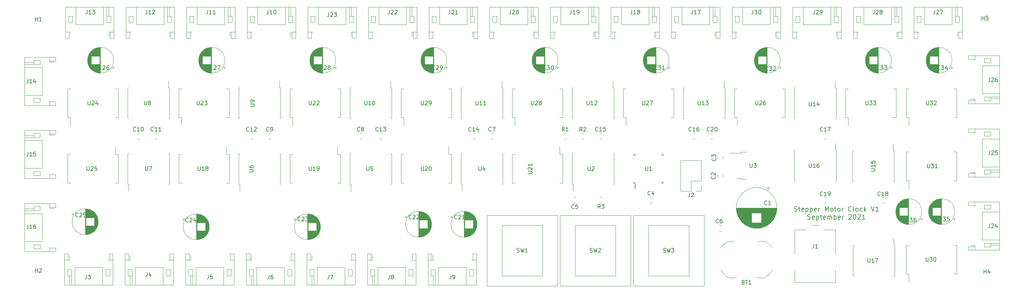
<source format=gbr>
%TF.GenerationSoftware,KiCad,Pcbnew,(5.1.10-1-10_14)*%
%TF.CreationDate,2021-09-29T23:31:11-07:00*%
%TF.ProjectId,stepper_clock,73746570-7065-4725-9f63-6c6f636b2e6b,rev?*%
%TF.SameCoordinates,Original*%
%TF.FileFunction,Legend,Top*%
%TF.FilePolarity,Positive*%
%FSLAX46Y46*%
G04 Gerber Fmt 4.6, Leading zero omitted, Abs format (unit mm)*
G04 Created by KiCad (PCBNEW (5.1.10-1-10_14)) date 2021-09-29 23:31:11*
%MOMM*%
%LPD*%
G01*
G04 APERTURE LIST*
%ADD10C,0.200000*%
%ADD11C,0.120000*%
%ADD12C,0.150000*%
G04 APERTURE END LIST*
D10*
X200502571Y-55111714D02*
X200674000Y-55168857D01*
X200959714Y-55168857D01*
X201074000Y-55111714D01*
X201131142Y-55054571D01*
X201188285Y-54940285D01*
X201188285Y-54826000D01*
X201131142Y-54711714D01*
X201074000Y-54654571D01*
X200959714Y-54597428D01*
X200731142Y-54540285D01*
X200616857Y-54483142D01*
X200559714Y-54426000D01*
X200502571Y-54311714D01*
X200502571Y-54197428D01*
X200559714Y-54083142D01*
X200616857Y-54026000D01*
X200731142Y-53968857D01*
X201016857Y-53968857D01*
X201188285Y-54026000D01*
X201531142Y-54368857D02*
X201988285Y-54368857D01*
X201702571Y-53968857D02*
X201702571Y-54997428D01*
X201759714Y-55111714D01*
X201874000Y-55168857D01*
X201988285Y-55168857D01*
X202845428Y-55111714D02*
X202731142Y-55168857D01*
X202502571Y-55168857D01*
X202388285Y-55111714D01*
X202331142Y-54997428D01*
X202331142Y-54540285D01*
X202388285Y-54426000D01*
X202502571Y-54368857D01*
X202731142Y-54368857D01*
X202845428Y-54426000D01*
X202902571Y-54540285D01*
X202902571Y-54654571D01*
X202331142Y-54768857D01*
X203416857Y-54368857D02*
X203416857Y-55568857D01*
X203416857Y-54426000D02*
X203531142Y-54368857D01*
X203759714Y-54368857D01*
X203874000Y-54426000D01*
X203931142Y-54483142D01*
X203988285Y-54597428D01*
X203988285Y-54940285D01*
X203931142Y-55054571D01*
X203874000Y-55111714D01*
X203759714Y-55168857D01*
X203531142Y-55168857D01*
X203416857Y-55111714D01*
X204502571Y-54368857D02*
X204502571Y-55568857D01*
X204502571Y-54426000D02*
X204616857Y-54368857D01*
X204845428Y-54368857D01*
X204959714Y-54426000D01*
X205016857Y-54483142D01*
X205074000Y-54597428D01*
X205074000Y-54940285D01*
X205016857Y-55054571D01*
X204959714Y-55111714D01*
X204845428Y-55168857D01*
X204616857Y-55168857D01*
X204502571Y-55111714D01*
X206045428Y-55111714D02*
X205931142Y-55168857D01*
X205702571Y-55168857D01*
X205588285Y-55111714D01*
X205531142Y-54997428D01*
X205531142Y-54540285D01*
X205588285Y-54426000D01*
X205702571Y-54368857D01*
X205931142Y-54368857D01*
X206045428Y-54426000D01*
X206102571Y-54540285D01*
X206102571Y-54654571D01*
X205531142Y-54768857D01*
X206616857Y-55168857D02*
X206616857Y-54368857D01*
X206616857Y-54597428D02*
X206674000Y-54483142D01*
X206731142Y-54426000D01*
X206845428Y-54368857D01*
X206959714Y-54368857D01*
X208274000Y-55168857D02*
X208274000Y-53968857D01*
X208674000Y-54826000D01*
X209074000Y-53968857D01*
X209074000Y-55168857D01*
X209816857Y-55168857D02*
X209702571Y-55111714D01*
X209645428Y-55054571D01*
X209588285Y-54940285D01*
X209588285Y-54597428D01*
X209645428Y-54483142D01*
X209702571Y-54426000D01*
X209816857Y-54368857D01*
X209988285Y-54368857D01*
X210102571Y-54426000D01*
X210159714Y-54483142D01*
X210216857Y-54597428D01*
X210216857Y-54940285D01*
X210159714Y-55054571D01*
X210102571Y-55111714D01*
X209988285Y-55168857D01*
X209816857Y-55168857D01*
X210559714Y-54368857D02*
X211016857Y-54368857D01*
X210731142Y-53968857D02*
X210731142Y-54997428D01*
X210788285Y-55111714D01*
X210902571Y-55168857D01*
X211016857Y-55168857D01*
X211588285Y-55168857D02*
X211474000Y-55111714D01*
X211416857Y-55054571D01*
X211359714Y-54940285D01*
X211359714Y-54597428D01*
X211416857Y-54483142D01*
X211474000Y-54426000D01*
X211588285Y-54368857D01*
X211759714Y-54368857D01*
X211874000Y-54426000D01*
X211931142Y-54483142D01*
X211988285Y-54597428D01*
X211988285Y-54940285D01*
X211931142Y-55054571D01*
X211874000Y-55111714D01*
X211759714Y-55168857D01*
X211588285Y-55168857D01*
X212502571Y-55168857D02*
X212502571Y-54368857D01*
X212502571Y-54597428D02*
X212559714Y-54483142D01*
X212616857Y-54426000D01*
X212731142Y-54368857D01*
X212845428Y-54368857D01*
X214845428Y-55054571D02*
X214788285Y-55111714D01*
X214616857Y-55168857D01*
X214502571Y-55168857D01*
X214331142Y-55111714D01*
X214216857Y-54997428D01*
X214159714Y-54883142D01*
X214102571Y-54654571D01*
X214102571Y-54483142D01*
X214159714Y-54254571D01*
X214216857Y-54140285D01*
X214331142Y-54026000D01*
X214502571Y-53968857D01*
X214616857Y-53968857D01*
X214788285Y-54026000D01*
X214845428Y-54083142D01*
X215531142Y-55168857D02*
X215416857Y-55111714D01*
X215359714Y-54997428D01*
X215359714Y-53968857D01*
X216159714Y-55168857D02*
X216045428Y-55111714D01*
X215988285Y-55054571D01*
X215931142Y-54940285D01*
X215931142Y-54597428D01*
X215988285Y-54483142D01*
X216045428Y-54426000D01*
X216159714Y-54368857D01*
X216331142Y-54368857D01*
X216445428Y-54426000D01*
X216502571Y-54483142D01*
X216559714Y-54597428D01*
X216559714Y-54940285D01*
X216502571Y-55054571D01*
X216445428Y-55111714D01*
X216331142Y-55168857D01*
X216159714Y-55168857D01*
X217588285Y-55111714D02*
X217474000Y-55168857D01*
X217245428Y-55168857D01*
X217131142Y-55111714D01*
X217074000Y-55054571D01*
X217016857Y-54940285D01*
X217016857Y-54597428D01*
X217074000Y-54483142D01*
X217131142Y-54426000D01*
X217245428Y-54368857D01*
X217474000Y-54368857D01*
X217588285Y-54426000D01*
X218102571Y-55168857D02*
X218102571Y-53968857D01*
X218216857Y-54711714D02*
X218559714Y-55168857D01*
X218559714Y-54368857D02*
X218102571Y-54826000D01*
X219816857Y-53968857D02*
X220216857Y-55168857D01*
X220616857Y-53968857D01*
X221645428Y-55168857D02*
X220959714Y-55168857D01*
X221302571Y-55168857D02*
X221302571Y-53968857D01*
X221188285Y-54140285D01*
X221074000Y-54254571D01*
X220959714Y-54311714D01*
X203845428Y-57111714D02*
X204016857Y-57168857D01*
X204302571Y-57168857D01*
X204416857Y-57111714D01*
X204474000Y-57054571D01*
X204531142Y-56940285D01*
X204531142Y-56826000D01*
X204474000Y-56711714D01*
X204416857Y-56654571D01*
X204302571Y-56597428D01*
X204074000Y-56540285D01*
X203959714Y-56483142D01*
X203902571Y-56426000D01*
X203845428Y-56311714D01*
X203845428Y-56197428D01*
X203902571Y-56083142D01*
X203959714Y-56026000D01*
X204074000Y-55968857D01*
X204359714Y-55968857D01*
X204531142Y-56026000D01*
X205502571Y-57111714D02*
X205388285Y-57168857D01*
X205159714Y-57168857D01*
X205045428Y-57111714D01*
X204988285Y-56997428D01*
X204988285Y-56540285D01*
X205045428Y-56426000D01*
X205159714Y-56368857D01*
X205388285Y-56368857D01*
X205502571Y-56426000D01*
X205559714Y-56540285D01*
X205559714Y-56654571D01*
X204988285Y-56768857D01*
X206074000Y-56368857D02*
X206074000Y-57568857D01*
X206074000Y-56426000D02*
X206188285Y-56368857D01*
X206416857Y-56368857D01*
X206531142Y-56426000D01*
X206588285Y-56483142D01*
X206645428Y-56597428D01*
X206645428Y-56940285D01*
X206588285Y-57054571D01*
X206531142Y-57111714D01*
X206416857Y-57168857D01*
X206188285Y-57168857D01*
X206074000Y-57111714D01*
X206988285Y-56368857D02*
X207445428Y-56368857D01*
X207159714Y-55968857D02*
X207159714Y-56997428D01*
X207216857Y-57111714D01*
X207331142Y-57168857D01*
X207445428Y-57168857D01*
X208302571Y-57111714D02*
X208188285Y-57168857D01*
X207959714Y-57168857D01*
X207845428Y-57111714D01*
X207788285Y-56997428D01*
X207788285Y-56540285D01*
X207845428Y-56426000D01*
X207959714Y-56368857D01*
X208188285Y-56368857D01*
X208302571Y-56426000D01*
X208359714Y-56540285D01*
X208359714Y-56654571D01*
X207788285Y-56768857D01*
X208874000Y-57168857D02*
X208874000Y-56368857D01*
X208874000Y-56483142D02*
X208931142Y-56426000D01*
X209045428Y-56368857D01*
X209216857Y-56368857D01*
X209331142Y-56426000D01*
X209388285Y-56540285D01*
X209388285Y-57168857D01*
X209388285Y-56540285D02*
X209445428Y-56426000D01*
X209559714Y-56368857D01*
X209731142Y-56368857D01*
X209845428Y-56426000D01*
X209902571Y-56540285D01*
X209902571Y-57168857D01*
X210474000Y-57168857D02*
X210474000Y-55968857D01*
X210474000Y-56426000D02*
X210588285Y-56368857D01*
X210816857Y-56368857D01*
X210931142Y-56426000D01*
X210988285Y-56483142D01*
X211045428Y-56597428D01*
X211045428Y-56940285D01*
X210988285Y-57054571D01*
X210931142Y-57111714D01*
X210816857Y-57168857D01*
X210588285Y-57168857D01*
X210474000Y-57111714D01*
X212016857Y-57111714D02*
X211902571Y-57168857D01*
X211674000Y-57168857D01*
X211559714Y-57111714D01*
X211502571Y-56997428D01*
X211502571Y-56540285D01*
X211559714Y-56426000D01*
X211674000Y-56368857D01*
X211902571Y-56368857D01*
X212016857Y-56426000D01*
X212074000Y-56540285D01*
X212074000Y-56654571D01*
X211502571Y-56768857D01*
X212588285Y-57168857D02*
X212588285Y-56368857D01*
X212588285Y-56597428D02*
X212645428Y-56483142D01*
X212702571Y-56426000D01*
X212816857Y-56368857D01*
X212931142Y-56368857D01*
X214188285Y-56083142D02*
X214245428Y-56026000D01*
X214359714Y-55968857D01*
X214645428Y-55968857D01*
X214759714Y-56026000D01*
X214816857Y-56083142D01*
X214874000Y-56197428D01*
X214874000Y-56311714D01*
X214816857Y-56483142D01*
X214131142Y-57168857D01*
X214874000Y-57168857D01*
X215616857Y-55968857D02*
X215731142Y-55968857D01*
X215845428Y-56026000D01*
X215902571Y-56083142D01*
X215959714Y-56197428D01*
X216016857Y-56426000D01*
X216016857Y-56711714D01*
X215959714Y-56940285D01*
X215902571Y-57054571D01*
X215845428Y-57111714D01*
X215731142Y-57168857D01*
X215616857Y-57168857D01*
X215502571Y-57111714D01*
X215445428Y-57054571D01*
X215388285Y-56940285D01*
X215331142Y-56711714D01*
X215331142Y-56426000D01*
X215388285Y-56197428D01*
X215445428Y-56083142D01*
X215502571Y-56026000D01*
X215616857Y-55968857D01*
X216474000Y-56083142D02*
X216531142Y-56026000D01*
X216645428Y-55968857D01*
X216931142Y-55968857D01*
X217045428Y-56026000D01*
X217102571Y-56083142D01*
X217159714Y-56197428D01*
X217159714Y-56311714D01*
X217102571Y-56483142D01*
X216416857Y-57168857D01*
X217159714Y-57168857D01*
X218302571Y-57168857D02*
X217616857Y-57168857D01*
X217959714Y-57168857D02*
X217959714Y-55968857D01*
X217845428Y-56140285D01*
X217731142Y-56254571D01*
X217616857Y-56311714D01*
D11*
%TO.C,U9*%
X60780000Y-27940000D02*
X60780000Y-31800000D01*
X60780000Y-31800000D02*
X61035000Y-31800000D01*
X60780000Y-27940000D02*
X60780000Y-24080000D01*
X60780000Y-24080000D02*
X61035000Y-24080000D01*
X71300000Y-27940000D02*
X71300000Y-31800000D01*
X71300000Y-31800000D02*
X71045000Y-31800000D01*
X71300000Y-27940000D02*
X71300000Y-24080000D01*
X71300000Y-24080000D02*
X71045000Y-24080000D01*
X71045000Y-24080000D02*
X71045000Y-22265000D01*
%TO.C,U31*%
X241310000Y-43815000D02*
X241310000Y-40205000D01*
X241310000Y-40205000D02*
X240590000Y-40205000D01*
X241310000Y-43815000D02*
X241310000Y-47425000D01*
X241310000Y-47425000D02*
X240590000Y-47425000D01*
X228590000Y-43815000D02*
X228590000Y-40205000D01*
X228590000Y-40205000D02*
X229310000Y-40205000D01*
X228590000Y-43815000D02*
X228590000Y-47425000D01*
X228590000Y-47425000D02*
X229310000Y-47425000D01*
X229310000Y-47425000D02*
X229310000Y-49465000D01*
%TO.C,U16*%
X200480000Y-43688000D02*
X200480000Y-47548000D01*
X200480000Y-47548000D02*
X200735000Y-47548000D01*
X200480000Y-43688000D02*
X200480000Y-39828000D01*
X200480000Y-39828000D02*
X200735000Y-39828000D01*
X211000000Y-43688000D02*
X211000000Y-47548000D01*
X211000000Y-47548000D02*
X210745000Y-47548000D01*
X211000000Y-43688000D02*
X211000000Y-39828000D01*
X211000000Y-39828000D02*
X210745000Y-39828000D01*
X210745000Y-39828000D02*
X210745000Y-38013000D01*
%TO.C,U15*%
X215085000Y-43815000D02*
X215085000Y-47675000D01*
X215085000Y-47675000D02*
X215340000Y-47675000D01*
X215085000Y-43815000D02*
X215085000Y-39955000D01*
X215085000Y-39955000D02*
X215340000Y-39955000D01*
X225605000Y-43815000D02*
X225605000Y-47675000D01*
X225605000Y-47675000D02*
X225350000Y-47675000D01*
X225605000Y-43815000D02*
X225605000Y-39955000D01*
X225605000Y-39955000D02*
X225350000Y-39955000D01*
X225350000Y-39955000D02*
X225350000Y-38140000D01*
%TO.C,J9*%
X109630000Y-67450000D02*
X109350000Y-67450000D01*
X109350000Y-67450000D02*
X109350000Y-65850000D01*
X109350000Y-65850000D02*
X108430000Y-65850000D01*
X108430000Y-65850000D02*
X108430000Y-73670000D01*
X108430000Y-73670000D02*
X120550000Y-73670000D01*
X120550000Y-73670000D02*
X120550000Y-65850000D01*
X120550000Y-65850000D02*
X119630000Y-65850000D01*
X119630000Y-65850000D02*
X119630000Y-67450000D01*
X119630000Y-67450000D02*
X119350000Y-67450000D01*
X110990000Y-73670000D02*
X110990000Y-69310000D01*
X110990000Y-69310000D02*
X117990000Y-69310000D01*
X117990000Y-69310000D02*
X117990000Y-73670000D01*
X108430000Y-67450000D02*
X109350000Y-67450000D01*
X120550000Y-67450000D02*
X119630000Y-67450000D01*
X109190000Y-69810000D02*
X109190000Y-71410000D01*
X109190000Y-71410000D02*
X110190000Y-71410000D01*
X110190000Y-71410000D02*
X110190000Y-69810000D01*
X110190000Y-69810000D02*
X109190000Y-69810000D01*
X119790000Y-69810000D02*
X119790000Y-71410000D01*
X119790000Y-71410000D02*
X118790000Y-71410000D01*
X118790000Y-71410000D02*
X118790000Y-69810000D01*
X118790000Y-69810000D02*
X119790000Y-69810000D01*
X110190000Y-71410000D02*
X110190000Y-73670000D01*
X109690000Y-71410000D02*
X109690000Y-73670000D01*
X109630000Y-67450000D02*
X109630000Y-66235000D01*
%TO.C,J8*%
X94390000Y-67450000D02*
X94110000Y-67450000D01*
X94110000Y-67450000D02*
X94110000Y-65850000D01*
X94110000Y-65850000D02*
X93190000Y-65850000D01*
X93190000Y-65850000D02*
X93190000Y-73670000D01*
X93190000Y-73670000D02*
X105310000Y-73670000D01*
X105310000Y-73670000D02*
X105310000Y-65850000D01*
X105310000Y-65850000D02*
X104390000Y-65850000D01*
X104390000Y-65850000D02*
X104390000Y-67450000D01*
X104390000Y-67450000D02*
X104110000Y-67450000D01*
X95750000Y-73670000D02*
X95750000Y-69310000D01*
X95750000Y-69310000D02*
X102750000Y-69310000D01*
X102750000Y-69310000D02*
X102750000Y-73670000D01*
X93190000Y-67450000D02*
X94110000Y-67450000D01*
X105310000Y-67450000D02*
X104390000Y-67450000D01*
X93950000Y-69810000D02*
X93950000Y-71410000D01*
X93950000Y-71410000D02*
X94950000Y-71410000D01*
X94950000Y-71410000D02*
X94950000Y-69810000D01*
X94950000Y-69810000D02*
X93950000Y-69810000D01*
X104550000Y-69810000D02*
X104550000Y-71410000D01*
X104550000Y-71410000D02*
X103550000Y-71410000D01*
X103550000Y-71410000D02*
X103550000Y-69810000D01*
X103550000Y-69810000D02*
X104550000Y-69810000D01*
X94950000Y-71410000D02*
X94950000Y-73670000D01*
X94450000Y-71410000D02*
X94450000Y-73670000D01*
X94390000Y-67450000D02*
X94390000Y-66235000D01*
%TO.C,J3*%
X18190000Y-67450000D02*
X17910000Y-67450000D01*
X17910000Y-67450000D02*
X17910000Y-65850000D01*
X17910000Y-65850000D02*
X16990000Y-65850000D01*
X16990000Y-65850000D02*
X16990000Y-73670000D01*
X16990000Y-73670000D02*
X29110000Y-73670000D01*
X29110000Y-73670000D02*
X29110000Y-65850000D01*
X29110000Y-65850000D02*
X28190000Y-65850000D01*
X28190000Y-65850000D02*
X28190000Y-67450000D01*
X28190000Y-67450000D02*
X27910000Y-67450000D01*
X19550000Y-73670000D02*
X19550000Y-69310000D01*
X19550000Y-69310000D02*
X26550000Y-69310000D01*
X26550000Y-69310000D02*
X26550000Y-73670000D01*
X16990000Y-67450000D02*
X17910000Y-67450000D01*
X29110000Y-67450000D02*
X28190000Y-67450000D01*
X17750000Y-69810000D02*
X17750000Y-71410000D01*
X17750000Y-71410000D02*
X18750000Y-71410000D01*
X18750000Y-71410000D02*
X18750000Y-69810000D01*
X18750000Y-69810000D02*
X17750000Y-69810000D01*
X28350000Y-69810000D02*
X28350000Y-71410000D01*
X28350000Y-71410000D02*
X27350000Y-71410000D01*
X27350000Y-71410000D02*
X27350000Y-69810000D01*
X27350000Y-69810000D02*
X28350000Y-69810000D01*
X18750000Y-71410000D02*
X18750000Y-73670000D01*
X18250000Y-71410000D02*
X18250000Y-73670000D01*
X18190000Y-67450000D02*
X18190000Y-66235000D01*
%TO.C,J4*%
X33430000Y-67450000D02*
X33430000Y-66235000D01*
X33490000Y-71410000D02*
X33490000Y-73670000D01*
X33990000Y-71410000D02*
X33990000Y-73670000D01*
X42590000Y-69810000D02*
X43590000Y-69810000D01*
X42590000Y-71410000D02*
X42590000Y-69810000D01*
X43590000Y-71410000D02*
X42590000Y-71410000D01*
X43590000Y-69810000D02*
X43590000Y-71410000D01*
X33990000Y-69810000D02*
X32990000Y-69810000D01*
X33990000Y-71410000D02*
X33990000Y-69810000D01*
X32990000Y-71410000D02*
X33990000Y-71410000D01*
X32990000Y-69810000D02*
X32990000Y-71410000D01*
X44350000Y-67450000D02*
X43430000Y-67450000D01*
X32230000Y-67450000D02*
X33150000Y-67450000D01*
X41790000Y-69310000D02*
X41790000Y-73670000D01*
X34790000Y-69310000D02*
X41790000Y-69310000D01*
X34790000Y-73670000D02*
X34790000Y-69310000D01*
X43430000Y-67450000D02*
X43150000Y-67450000D01*
X43430000Y-65850000D02*
X43430000Y-67450000D01*
X44350000Y-65850000D02*
X43430000Y-65850000D01*
X44350000Y-73670000D02*
X44350000Y-65850000D01*
X32230000Y-73670000D02*
X44350000Y-73670000D01*
X32230000Y-65850000D02*
X32230000Y-73670000D01*
X33150000Y-65850000D02*
X32230000Y-65850000D01*
X33150000Y-67450000D02*
X33150000Y-65850000D01*
X33430000Y-67450000D02*
X33150000Y-67450000D01*
%TO.C,BT1*%
X195018000Y-69906000D02*
X193868000Y-71256000D01*
X181918000Y-69906000D02*
X183068000Y-71256000D01*
X183568000Y-62656000D02*
X185468000Y-62656000D01*
X193368000Y-62656000D02*
X191468000Y-62656000D01*
X193368000Y-62656000D02*
X195018000Y-64306000D01*
X181918000Y-64306000D02*
X183568000Y-62656000D01*
X190969694Y-71752458D02*
G75*
G03*
X193868000Y-71256000I1098306J2296458D01*
G01*
X185963902Y-71753607D02*
G75*
G02*
X183068000Y-71256000I-1095902J2297607D01*
G01*
%TO.C,C2*%
X181129000Y-46489252D02*
X181129000Y-45966748D01*
X182599000Y-46489252D02*
X182599000Y-45966748D01*
%TO.C,C3*%
X182599000Y-41394748D02*
X182599000Y-41917252D01*
X181129000Y-41394748D02*
X181129000Y-41917252D01*
%TO.C,C4*%
X164203748Y-51589000D02*
X164726252Y-51589000D01*
X164203748Y-53059000D02*
X164726252Y-53059000D01*
%TO.C,C5*%
X145549252Y-51589000D02*
X145026748Y-51589000D01*
X145549252Y-53059000D02*
X145026748Y-53059000D01*
%TO.C,C6*%
X182125252Y-58701000D02*
X181602748Y-58701000D01*
X182125252Y-60171000D02*
X181602748Y-60171000D01*
%TO.C,C7*%
X124198748Y-35460000D02*
X124721252Y-35460000D01*
X124198748Y-36930000D02*
X124721252Y-36930000D01*
%TO.C,C8*%
X91701252Y-36930000D02*
X91178748Y-36930000D01*
X91701252Y-35460000D02*
X91178748Y-35460000D01*
%TO.C,C9*%
X68318748Y-36930000D02*
X68841252Y-36930000D01*
X68318748Y-35460000D02*
X68841252Y-35460000D01*
%TO.C,C10*%
X35298748Y-36930000D02*
X35821252Y-36930000D01*
X35298748Y-35460000D02*
X35821252Y-35460000D01*
%TO.C,C11*%
X39743748Y-36930000D02*
X40266252Y-36930000D01*
X39743748Y-35460000D02*
X40266252Y-35460000D01*
%TO.C,C12*%
X64396252Y-35460000D02*
X63873748Y-35460000D01*
X64396252Y-36930000D02*
X63873748Y-36930000D01*
%TO.C,C13*%
X96258748Y-36930000D02*
X96781252Y-36930000D01*
X96258748Y-35460000D02*
X96781252Y-35460000D01*
%TO.C,C14*%
X120276252Y-36930000D02*
X119753748Y-36930000D01*
X120276252Y-35460000D02*
X119753748Y-35460000D01*
%TO.C,C15*%
X151503748Y-35460000D02*
X152026252Y-35460000D01*
X151503748Y-36930000D02*
X152026252Y-36930000D01*
%TO.C,C16*%
X175521252Y-36930000D02*
X174998748Y-36930000D01*
X175521252Y-35460000D02*
X174998748Y-35460000D01*
%TO.C,C17*%
X208018748Y-35460000D02*
X208541252Y-35460000D01*
X208018748Y-36930000D02*
X208541252Y-36930000D01*
%TO.C,C18*%
X223146252Y-51589000D02*
X222623748Y-51589000D01*
X223146252Y-53059000D02*
X222623748Y-53059000D01*
%TO.C,C19*%
X208018748Y-53059000D02*
X208541252Y-53059000D01*
X208018748Y-51589000D02*
X208541252Y-51589000D01*
%TO.C,C20*%
X179443748Y-36930000D02*
X179966252Y-36930000D01*
X179443748Y-35460000D02*
X179966252Y-35460000D01*
%TO.C,J1*%
X200630000Y-65910000D02*
X200630000Y-59850000D01*
X200630000Y-59850000D02*
X203440000Y-59850000D01*
X208040000Y-59850000D02*
X210850000Y-59850000D01*
X210850000Y-59850000D02*
X210850000Y-65910000D01*
X210850000Y-70010000D02*
X210850000Y-73070000D01*
X210850000Y-73070000D02*
X200630000Y-73070000D01*
X200630000Y-73070000D02*
X200630000Y-70010000D01*
X204740000Y-58660000D02*
X206740000Y-58660000D01*
%TO.C,J2*%
X177098000Y-42358000D02*
X171898000Y-42358000D01*
X177098000Y-47498000D02*
X177098000Y-42358000D01*
X171898000Y-50098000D02*
X171898000Y-42358000D01*
X177098000Y-47498000D02*
X174498000Y-47498000D01*
X174498000Y-47498000D02*
X174498000Y-50098000D01*
X174498000Y-50098000D02*
X171898000Y-50098000D01*
X177098000Y-48768000D02*
X177098000Y-50098000D01*
X177098000Y-50098000D02*
X175768000Y-50098000D01*
%TO.C,J5*%
X48670000Y-67450000D02*
X48390000Y-67450000D01*
X48390000Y-67450000D02*
X48390000Y-65850000D01*
X48390000Y-65850000D02*
X47470000Y-65850000D01*
X47470000Y-65850000D02*
X47470000Y-73670000D01*
X47470000Y-73670000D02*
X59590000Y-73670000D01*
X59590000Y-73670000D02*
X59590000Y-65850000D01*
X59590000Y-65850000D02*
X58670000Y-65850000D01*
X58670000Y-65850000D02*
X58670000Y-67450000D01*
X58670000Y-67450000D02*
X58390000Y-67450000D01*
X50030000Y-73670000D02*
X50030000Y-69310000D01*
X50030000Y-69310000D02*
X57030000Y-69310000D01*
X57030000Y-69310000D02*
X57030000Y-73670000D01*
X47470000Y-67450000D02*
X48390000Y-67450000D01*
X59590000Y-67450000D02*
X58670000Y-67450000D01*
X48230000Y-69810000D02*
X48230000Y-71410000D01*
X48230000Y-71410000D02*
X49230000Y-71410000D01*
X49230000Y-71410000D02*
X49230000Y-69810000D01*
X49230000Y-69810000D02*
X48230000Y-69810000D01*
X58830000Y-69810000D02*
X58830000Y-71410000D01*
X58830000Y-71410000D02*
X57830000Y-71410000D01*
X57830000Y-71410000D02*
X57830000Y-69810000D01*
X57830000Y-69810000D02*
X58830000Y-69810000D01*
X49230000Y-71410000D02*
X49230000Y-73670000D01*
X48730000Y-71410000D02*
X48730000Y-73670000D01*
X48670000Y-67450000D02*
X48670000Y-66235000D01*
%TO.C,J6*%
X63910000Y-67450000D02*
X63910000Y-66235000D01*
X63970000Y-71410000D02*
X63970000Y-73670000D01*
X64470000Y-71410000D02*
X64470000Y-73670000D01*
X73070000Y-69810000D02*
X74070000Y-69810000D01*
X73070000Y-71410000D02*
X73070000Y-69810000D01*
X74070000Y-71410000D02*
X73070000Y-71410000D01*
X74070000Y-69810000D02*
X74070000Y-71410000D01*
X64470000Y-69810000D02*
X63470000Y-69810000D01*
X64470000Y-71410000D02*
X64470000Y-69810000D01*
X63470000Y-71410000D02*
X64470000Y-71410000D01*
X63470000Y-69810000D02*
X63470000Y-71410000D01*
X74830000Y-67450000D02*
X73910000Y-67450000D01*
X62710000Y-67450000D02*
X63630000Y-67450000D01*
X72270000Y-69310000D02*
X72270000Y-73670000D01*
X65270000Y-69310000D02*
X72270000Y-69310000D01*
X65270000Y-73670000D02*
X65270000Y-69310000D01*
X73910000Y-67450000D02*
X73630000Y-67450000D01*
X73910000Y-65850000D02*
X73910000Y-67450000D01*
X74830000Y-65850000D02*
X73910000Y-65850000D01*
X74830000Y-73670000D02*
X74830000Y-65850000D01*
X62710000Y-73670000D02*
X74830000Y-73670000D01*
X62710000Y-65850000D02*
X62710000Y-73670000D01*
X63630000Y-65850000D02*
X62710000Y-65850000D01*
X63630000Y-67450000D02*
X63630000Y-65850000D01*
X63910000Y-67450000D02*
X63630000Y-67450000D01*
%TO.C,J7*%
X79150000Y-67450000D02*
X79150000Y-66235000D01*
X79210000Y-71410000D02*
X79210000Y-73670000D01*
X79710000Y-71410000D02*
X79710000Y-73670000D01*
X88310000Y-69810000D02*
X89310000Y-69810000D01*
X88310000Y-71410000D02*
X88310000Y-69810000D01*
X89310000Y-71410000D02*
X88310000Y-71410000D01*
X89310000Y-69810000D02*
X89310000Y-71410000D01*
X79710000Y-69810000D02*
X78710000Y-69810000D01*
X79710000Y-71410000D02*
X79710000Y-69810000D01*
X78710000Y-71410000D02*
X79710000Y-71410000D01*
X78710000Y-69810000D02*
X78710000Y-71410000D01*
X90070000Y-67450000D02*
X89150000Y-67450000D01*
X77950000Y-67450000D02*
X78870000Y-67450000D01*
X87510000Y-69310000D02*
X87510000Y-73670000D01*
X80510000Y-69310000D02*
X87510000Y-69310000D01*
X80510000Y-73670000D02*
X80510000Y-69310000D01*
X89150000Y-67450000D02*
X88870000Y-67450000D01*
X89150000Y-65850000D02*
X89150000Y-67450000D01*
X90070000Y-65850000D02*
X89150000Y-65850000D01*
X90070000Y-73670000D02*
X90070000Y-65850000D01*
X77950000Y-73670000D02*
X90070000Y-73670000D01*
X77950000Y-65850000D02*
X77950000Y-73670000D01*
X78870000Y-65850000D02*
X77950000Y-65850000D01*
X78870000Y-67450000D02*
X78870000Y-65850000D01*
X79150000Y-67450000D02*
X78870000Y-67450000D01*
%TO.C,J10*%
X73885000Y-10020000D02*
X73885000Y-11235000D01*
X73825000Y-6060000D02*
X73825000Y-3800000D01*
X73325000Y-6060000D02*
X73325000Y-3800000D01*
X64725000Y-7660000D02*
X63725000Y-7660000D01*
X64725000Y-6060000D02*
X64725000Y-7660000D01*
X63725000Y-6060000D02*
X64725000Y-6060000D01*
X63725000Y-7660000D02*
X63725000Y-6060000D01*
X73325000Y-7660000D02*
X74325000Y-7660000D01*
X73325000Y-6060000D02*
X73325000Y-7660000D01*
X74325000Y-6060000D02*
X73325000Y-6060000D01*
X74325000Y-7660000D02*
X74325000Y-6060000D01*
X62965000Y-10020000D02*
X63885000Y-10020000D01*
X75085000Y-10020000D02*
X74165000Y-10020000D01*
X65525000Y-8160000D02*
X65525000Y-3800000D01*
X72525000Y-8160000D02*
X65525000Y-8160000D01*
X72525000Y-3800000D02*
X72525000Y-8160000D01*
X63885000Y-10020000D02*
X64165000Y-10020000D01*
X63885000Y-11620000D02*
X63885000Y-10020000D01*
X62965000Y-11620000D02*
X63885000Y-11620000D01*
X62965000Y-3800000D02*
X62965000Y-11620000D01*
X75085000Y-3800000D02*
X62965000Y-3800000D01*
X75085000Y-11620000D02*
X75085000Y-3800000D01*
X74165000Y-11620000D02*
X75085000Y-11620000D01*
X74165000Y-10020000D02*
X74165000Y-11620000D01*
X73885000Y-10020000D02*
X74165000Y-10020000D01*
%TO.C,J11*%
X58645000Y-10020000D02*
X58925000Y-10020000D01*
X58925000Y-10020000D02*
X58925000Y-11620000D01*
X58925000Y-11620000D02*
X59845000Y-11620000D01*
X59845000Y-11620000D02*
X59845000Y-3800000D01*
X59845000Y-3800000D02*
X47725000Y-3800000D01*
X47725000Y-3800000D02*
X47725000Y-11620000D01*
X47725000Y-11620000D02*
X48645000Y-11620000D01*
X48645000Y-11620000D02*
X48645000Y-10020000D01*
X48645000Y-10020000D02*
X48925000Y-10020000D01*
X57285000Y-3800000D02*
X57285000Y-8160000D01*
X57285000Y-8160000D02*
X50285000Y-8160000D01*
X50285000Y-8160000D02*
X50285000Y-3800000D01*
X59845000Y-10020000D02*
X58925000Y-10020000D01*
X47725000Y-10020000D02*
X48645000Y-10020000D01*
X59085000Y-7660000D02*
X59085000Y-6060000D01*
X59085000Y-6060000D02*
X58085000Y-6060000D01*
X58085000Y-6060000D02*
X58085000Y-7660000D01*
X58085000Y-7660000D02*
X59085000Y-7660000D01*
X48485000Y-7660000D02*
X48485000Y-6060000D01*
X48485000Y-6060000D02*
X49485000Y-6060000D01*
X49485000Y-6060000D02*
X49485000Y-7660000D01*
X49485000Y-7660000D02*
X48485000Y-7660000D01*
X58085000Y-6060000D02*
X58085000Y-3800000D01*
X58585000Y-6060000D02*
X58585000Y-3800000D01*
X58645000Y-10020000D02*
X58645000Y-11235000D01*
%TO.C,J12*%
X43405000Y-10020000D02*
X43685000Y-10020000D01*
X43685000Y-10020000D02*
X43685000Y-11620000D01*
X43685000Y-11620000D02*
X44605000Y-11620000D01*
X44605000Y-11620000D02*
X44605000Y-3800000D01*
X44605000Y-3800000D02*
X32485000Y-3800000D01*
X32485000Y-3800000D02*
X32485000Y-11620000D01*
X32485000Y-11620000D02*
X33405000Y-11620000D01*
X33405000Y-11620000D02*
X33405000Y-10020000D01*
X33405000Y-10020000D02*
X33685000Y-10020000D01*
X42045000Y-3800000D02*
X42045000Y-8160000D01*
X42045000Y-8160000D02*
X35045000Y-8160000D01*
X35045000Y-8160000D02*
X35045000Y-3800000D01*
X44605000Y-10020000D02*
X43685000Y-10020000D01*
X32485000Y-10020000D02*
X33405000Y-10020000D01*
X43845000Y-7660000D02*
X43845000Y-6060000D01*
X43845000Y-6060000D02*
X42845000Y-6060000D01*
X42845000Y-6060000D02*
X42845000Y-7660000D01*
X42845000Y-7660000D02*
X43845000Y-7660000D01*
X33245000Y-7660000D02*
X33245000Y-6060000D01*
X33245000Y-6060000D02*
X34245000Y-6060000D01*
X34245000Y-6060000D02*
X34245000Y-7660000D01*
X34245000Y-7660000D02*
X33245000Y-7660000D01*
X42845000Y-6060000D02*
X42845000Y-3800000D01*
X43345000Y-6060000D02*
X43345000Y-3800000D01*
X43405000Y-10020000D02*
X43405000Y-11235000D01*
%TO.C,J13*%
X28165000Y-10020000D02*
X28165000Y-11235000D01*
X28105000Y-6060000D02*
X28105000Y-3800000D01*
X27605000Y-6060000D02*
X27605000Y-3800000D01*
X19005000Y-7660000D02*
X18005000Y-7660000D01*
X19005000Y-6060000D02*
X19005000Y-7660000D01*
X18005000Y-6060000D02*
X19005000Y-6060000D01*
X18005000Y-7660000D02*
X18005000Y-6060000D01*
X27605000Y-7660000D02*
X28605000Y-7660000D01*
X27605000Y-6060000D02*
X27605000Y-7660000D01*
X28605000Y-6060000D02*
X27605000Y-6060000D01*
X28605000Y-7660000D02*
X28605000Y-6060000D01*
X17245000Y-10020000D02*
X18165000Y-10020000D01*
X29365000Y-10020000D02*
X28445000Y-10020000D01*
X19805000Y-8160000D02*
X19805000Y-3800000D01*
X26805000Y-8160000D02*
X19805000Y-8160000D01*
X26805000Y-3800000D02*
X26805000Y-8160000D01*
X18165000Y-10020000D02*
X18445000Y-10020000D01*
X18165000Y-11620000D02*
X18165000Y-10020000D01*
X17245000Y-11620000D02*
X18165000Y-11620000D01*
X17245000Y-3800000D02*
X17245000Y-11620000D01*
X29365000Y-3800000D02*
X17245000Y-3800000D01*
X29365000Y-11620000D02*
X29365000Y-3800000D01*
X28445000Y-11620000D02*
X29365000Y-11620000D01*
X28445000Y-10020000D02*
X28445000Y-11620000D01*
X28165000Y-10020000D02*
X28445000Y-10020000D01*
%TO.C,J14*%
X13195000Y-17555000D02*
X13195000Y-17275000D01*
X13195000Y-17275000D02*
X14795000Y-17275000D01*
X14795000Y-17275000D02*
X14795000Y-16355000D01*
X14795000Y-16355000D02*
X6975000Y-16355000D01*
X6975000Y-16355000D02*
X6975000Y-28475000D01*
X6975000Y-28475000D02*
X14795000Y-28475000D01*
X14795000Y-28475000D02*
X14795000Y-27555000D01*
X14795000Y-27555000D02*
X13195000Y-27555000D01*
X13195000Y-27555000D02*
X13195000Y-27275000D01*
X6975000Y-18915000D02*
X11335000Y-18915000D01*
X11335000Y-18915000D02*
X11335000Y-25915000D01*
X11335000Y-25915000D02*
X6975000Y-25915000D01*
X13195000Y-16355000D02*
X13195000Y-17275000D01*
X13195000Y-28475000D02*
X13195000Y-27555000D01*
X10835000Y-17115000D02*
X9235000Y-17115000D01*
X9235000Y-17115000D02*
X9235000Y-18115000D01*
X9235000Y-18115000D02*
X10835000Y-18115000D01*
X10835000Y-18115000D02*
X10835000Y-17115000D01*
X10835000Y-27715000D02*
X9235000Y-27715000D01*
X9235000Y-27715000D02*
X9235000Y-26715000D01*
X9235000Y-26715000D02*
X10835000Y-26715000D01*
X10835000Y-26715000D02*
X10835000Y-27715000D01*
X9235000Y-18115000D02*
X6975000Y-18115000D01*
X9235000Y-17615000D02*
X6975000Y-17615000D01*
X13195000Y-17555000D02*
X14410000Y-17555000D01*
%TO.C,J15*%
X13195000Y-35970000D02*
X14410000Y-35970000D01*
X9235000Y-36030000D02*
X6975000Y-36030000D01*
X9235000Y-36530000D02*
X6975000Y-36530000D01*
X10835000Y-45130000D02*
X10835000Y-46130000D01*
X9235000Y-45130000D02*
X10835000Y-45130000D01*
X9235000Y-46130000D02*
X9235000Y-45130000D01*
X10835000Y-46130000D02*
X9235000Y-46130000D01*
X10835000Y-36530000D02*
X10835000Y-35530000D01*
X9235000Y-36530000D02*
X10835000Y-36530000D01*
X9235000Y-35530000D02*
X9235000Y-36530000D01*
X10835000Y-35530000D02*
X9235000Y-35530000D01*
X13195000Y-46890000D02*
X13195000Y-45970000D01*
X13195000Y-34770000D02*
X13195000Y-35690000D01*
X11335000Y-44330000D02*
X6975000Y-44330000D01*
X11335000Y-37330000D02*
X11335000Y-44330000D01*
X6975000Y-37330000D02*
X11335000Y-37330000D01*
X13195000Y-45970000D02*
X13195000Y-45690000D01*
X14795000Y-45970000D02*
X13195000Y-45970000D01*
X14795000Y-46890000D02*
X14795000Y-45970000D01*
X6975000Y-46890000D02*
X14795000Y-46890000D01*
X6975000Y-34770000D02*
X6975000Y-46890000D01*
X14795000Y-34770000D02*
X6975000Y-34770000D01*
X14795000Y-35690000D02*
X14795000Y-34770000D01*
X13195000Y-35690000D02*
X14795000Y-35690000D01*
X13195000Y-35970000D02*
X13195000Y-35690000D01*
%TO.C,J16*%
X13195000Y-54385000D02*
X13195000Y-54105000D01*
X13195000Y-54105000D02*
X14795000Y-54105000D01*
X14795000Y-54105000D02*
X14795000Y-53185000D01*
X14795000Y-53185000D02*
X6975000Y-53185000D01*
X6975000Y-53185000D02*
X6975000Y-65305000D01*
X6975000Y-65305000D02*
X14795000Y-65305000D01*
X14795000Y-65305000D02*
X14795000Y-64385000D01*
X14795000Y-64385000D02*
X13195000Y-64385000D01*
X13195000Y-64385000D02*
X13195000Y-64105000D01*
X6975000Y-55745000D02*
X11335000Y-55745000D01*
X11335000Y-55745000D02*
X11335000Y-62745000D01*
X11335000Y-62745000D02*
X6975000Y-62745000D01*
X13195000Y-53185000D02*
X13195000Y-54105000D01*
X13195000Y-65305000D02*
X13195000Y-64385000D01*
X10835000Y-53945000D02*
X9235000Y-53945000D01*
X9235000Y-53945000D02*
X9235000Y-54945000D01*
X9235000Y-54945000D02*
X10835000Y-54945000D01*
X10835000Y-54945000D02*
X10835000Y-53945000D01*
X10835000Y-64545000D02*
X9235000Y-64545000D01*
X9235000Y-64545000D02*
X9235000Y-63545000D01*
X9235000Y-63545000D02*
X10835000Y-63545000D01*
X10835000Y-63545000D02*
X10835000Y-64545000D01*
X9235000Y-54945000D02*
X6975000Y-54945000D01*
X9235000Y-54445000D02*
X6975000Y-54445000D01*
X13195000Y-54385000D02*
X14410000Y-54385000D01*
%TO.C,J17*%
X180565000Y-10020000D02*
X180845000Y-10020000D01*
X180845000Y-10020000D02*
X180845000Y-11620000D01*
X180845000Y-11620000D02*
X181765000Y-11620000D01*
X181765000Y-11620000D02*
X181765000Y-3800000D01*
X181765000Y-3800000D02*
X169645000Y-3800000D01*
X169645000Y-3800000D02*
X169645000Y-11620000D01*
X169645000Y-11620000D02*
X170565000Y-11620000D01*
X170565000Y-11620000D02*
X170565000Y-10020000D01*
X170565000Y-10020000D02*
X170845000Y-10020000D01*
X179205000Y-3800000D02*
X179205000Y-8160000D01*
X179205000Y-8160000D02*
X172205000Y-8160000D01*
X172205000Y-8160000D02*
X172205000Y-3800000D01*
X181765000Y-10020000D02*
X180845000Y-10020000D01*
X169645000Y-10020000D02*
X170565000Y-10020000D01*
X181005000Y-7660000D02*
X181005000Y-6060000D01*
X181005000Y-6060000D02*
X180005000Y-6060000D01*
X180005000Y-6060000D02*
X180005000Y-7660000D01*
X180005000Y-7660000D02*
X181005000Y-7660000D01*
X170405000Y-7660000D02*
X170405000Y-6060000D01*
X170405000Y-6060000D02*
X171405000Y-6060000D01*
X171405000Y-6060000D02*
X171405000Y-7660000D01*
X171405000Y-7660000D02*
X170405000Y-7660000D01*
X180005000Y-6060000D02*
X180005000Y-3800000D01*
X180505000Y-6060000D02*
X180505000Y-3800000D01*
X180565000Y-10020000D02*
X180565000Y-11235000D01*
%TO.C,J18*%
X165325000Y-10020000D02*
X165325000Y-11235000D01*
X165265000Y-6060000D02*
X165265000Y-3800000D01*
X164765000Y-6060000D02*
X164765000Y-3800000D01*
X156165000Y-7660000D02*
X155165000Y-7660000D01*
X156165000Y-6060000D02*
X156165000Y-7660000D01*
X155165000Y-6060000D02*
X156165000Y-6060000D01*
X155165000Y-7660000D02*
X155165000Y-6060000D01*
X164765000Y-7660000D02*
X165765000Y-7660000D01*
X164765000Y-6060000D02*
X164765000Y-7660000D01*
X165765000Y-6060000D02*
X164765000Y-6060000D01*
X165765000Y-7660000D02*
X165765000Y-6060000D01*
X154405000Y-10020000D02*
X155325000Y-10020000D01*
X166525000Y-10020000D02*
X165605000Y-10020000D01*
X156965000Y-8160000D02*
X156965000Y-3800000D01*
X163965000Y-8160000D02*
X156965000Y-8160000D01*
X163965000Y-3800000D02*
X163965000Y-8160000D01*
X155325000Y-10020000D02*
X155605000Y-10020000D01*
X155325000Y-11620000D02*
X155325000Y-10020000D01*
X154405000Y-11620000D02*
X155325000Y-11620000D01*
X154405000Y-3800000D02*
X154405000Y-11620000D01*
X166525000Y-3800000D02*
X154405000Y-3800000D01*
X166525000Y-11620000D02*
X166525000Y-3800000D01*
X165605000Y-11620000D02*
X166525000Y-11620000D01*
X165605000Y-10020000D02*
X165605000Y-11620000D01*
X165325000Y-10020000D02*
X165605000Y-10020000D01*
%TO.C,J19*%
X150085000Y-10020000D02*
X150085000Y-11235000D01*
X150025000Y-6060000D02*
X150025000Y-3800000D01*
X149525000Y-6060000D02*
X149525000Y-3800000D01*
X140925000Y-7660000D02*
X139925000Y-7660000D01*
X140925000Y-6060000D02*
X140925000Y-7660000D01*
X139925000Y-6060000D02*
X140925000Y-6060000D01*
X139925000Y-7660000D02*
X139925000Y-6060000D01*
X149525000Y-7660000D02*
X150525000Y-7660000D01*
X149525000Y-6060000D02*
X149525000Y-7660000D01*
X150525000Y-6060000D02*
X149525000Y-6060000D01*
X150525000Y-7660000D02*
X150525000Y-6060000D01*
X139165000Y-10020000D02*
X140085000Y-10020000D01*
X151285000Y-10020000D02*
X150365000Y-10020000D01*
X141725000Y-8160000D02*
X141725000Y-3800000D01*
X148725000Y-8160000D02*
X141725000Y-8160000D01*
X148725000Y-3800000D02*
X148725000Y-8160000D01*
X140085000Y-10020000D02*
X140365000Y-10020000D01*
X140085000Y-11620000D02*
X140085000Y-10020000D01*
X139165000Y-11620000D02*
X140085000Y-11620000D01*
X139165000Y-3800000D02*
X139165000Y-11620000D01*
X151285000Y-3800000D02*
X139165000Y-3800000D01*
X151285000Y-11620000D02*
X151285000Y-3800000D01*
X150365000Y-11620000D02*
X151285000Y-11620000D01*
X150365000Y-10020000D02*
X150365000Y-11620000D01*
X150085000Y-10020000D02*
X150365000Y-10020000D01*
%TO.C,J20*%
X134845000Y-10020000D02*
X135125000Y-10020000D01*
X135125000Y-10020000D02*
X135125000Y-11620000D01*
X135125000Y-11620000D02*
X136045000Y-11620000D01*
X136045000Y-11620000D02*
X136045000Y-3800000D01*
X136045000Y-3800000D02*
X123925000Y-3800000D01*
X123925000Y-3800000D02*
X123925000Y-11620000D01*
X123925000Y-11620000D02*
X124845000Y-11620000D01*
X124845000Y-11620000D02*
X124845000Y-10020000D01*
X124845000Y-10020000D02*
X125125000Y-10020000D01*
X133485000Y-3800000D02*
X133485000Y-8160000D01*
X133485000Y-8160000D02*
X126485000Y-8160000D01*
X126485000Y-8160000D02*
X126485000Y-3800000D01*
X136045000Y-10020000D02*
X135125000Y-10020000D01*
X123925000Y-10020000D02*
X124845000Y-10020000D01*
X135285000Y-7660000D02*
X135285000Y-6060000D01*
X135285000Y-6060000D02*
X134285000Y-6060000D01*
X134285000Y-6060000D02*
X134285000Y-7660000D01*
X134285000Y-7660000D02*
X135285000Y-7660000D01*
X124685000Y-7660000D02*
X124685000Y-6060000D01*
X124685000Y-6060000D02*
X125685000Y-6060000D01*
X125685000Y-6060000D02*
X125685000Y-7660000D01*
X125685000Y-7660000D02*
X124685000Y-7660000D01*
X134285000Y-6060000D02*
X134285000Y-3800000D01*
X134785000Y-6060000D02*
X134785000Y-3800000D01*
X134845000Y-10020000D02*
X134845000Y-11235000D01*
%TO.C,J21*%
X119605000Y-10020000D02*
X119605000Y-11235000D01*
X119545000Y-6060000D02*
X119545000Y-3800000D01*
X119045000Y-6060000D02*
X119045000Y-3800000D01*
X110445000Y-7660000D02*
X109445000Y-7660000D01*
X110445000Y-6060000D02*
X110445000Y-7660000D01*
X109445000Y-6060000D02*
X110445000Y-6060000D01*
X109445000Y-7660000D02*
X109445000Y-6060000D01*
X119045000Y-7660000D02*
X120045000Y-7660000D01*
X119045000Y-6060000D02*
X119045000Y-7660000D01*
X120045000Y-6060000D02*
X119045000Y-6060000D01*
X120045000Y-7660000D02*
X120045000Y-6060000D01*
X108685000Y-10020000D02*
X109605000Y-10020000D01*
X120805000Y-10020000D02*
X119885000Y-10020000D01*
X111245000Y-8160000D02*
X111245000Y-3800000D01*
X118245000Y-8160000D02*
X111245000Y-8160000D01*
X118245000Y-3800000D02*
X118245000Y-8160000D01*
X109605000Y-10020000D02*
X109885000Y-10020000D01*
X109605000Y-11620000D02*
X109605000Y-10020000D01*
X108685000Y-11620000D02*
X109605000Y-11620000D01*
X108685000Y-3800000D02*
X108685000Y-11620000D01*
X120805000Y-3800000D02*
X108685000Y-3800000D01*
X120805000Y-11620000D02*
X120805000Y-3800000D01*
X119885000Y-11620000D02*
X120805000Y-11620000D01*
X119885000Y-10020000D02*
X119885000Y-11620000D01*
X119605000Y-10020000D02*
X119885000Y-10020000D01*
%TO.C,J22*%
X104365000Y-10020000D02*
X104645000Y-10020000D01*
X104645000Y-10020000D02*
X104645000Y-11620000D01*
X104645000Y-11620000D02*
X105565000Y-11620000D01*
X105565000Y-11620000D02*
X105565000Y-3800000D01*
X105565000Y-3800000D02*
X93445000Y-3800000D01*
X93445000Y-3800000D02*
X93445000Y-11620000D01*
X93445000Y-11620000D02*
X94365000Y-11620000D01*
X94365000Y-11620000D02*
X94365000Y-10020000D01*
X94365000Y-10020000D02*
X94645000Y-10020000D01*
X103005000Y-3800000D02*
X103005000Y-8160000D01*
X103005000Y-8160000D02*
X96005000Y-8160000D01*
X96005000Y-8160000D02*
X96005000Y-3800000D01*
X105565000Y-10020000D02*
X104645000Y-10020000D01*
X93445000Y-10020000D02*
X94365000Y-10020000D01*
X104805000Y-7660000D02*
X104805000Y-6060000D01*
X104805000Y-6060000D02*
X103805000Y-6060000D01*
X103805000Y-6060000D02*
X103805000Y-7660000D01*
X103805000Y-7660000D02*
X104805000Y-7660000D01*
X94205000Y-7660000D02*
X94205000Y-6060000D01*
X94205000Y-6060000D02*
X95205000Y-6060000D01*
X95205000Y-6060000D02*
X95205000Y-7660000D01*
X95205000Y-7660000D02*
X94205000Y-7660000D01*
X103805000Y-6060000D02*
X103805000Y-3800000D01*
X104305000Y-6060000D02*
X104305000Y-3800000D01*
X104365000Y-10020000D02*
X104365000Y-11235000D01*
%TO.C,J23*%
X89125000Y-10020000D02*
X89125000Y-11235000D01*
X89065000Y-6060000D02*
X89065000Y-3800000D01*
X88565000Y-6060000D02*
X88565000Y-3800000D01*
X79965000Y-7660000D02*
X78965000Y-7660000D01*
X79965000Y-6060000D02*
X79965000Y-7660000D01*
X78965000Y-6060000D02*
X79965000Y-6060000D01*
X78965000Y-7660000D02*
X78965000Y-6060000D01*
X88565000Y-7660000D02*
X89565000Y-7660000D01*
X88565000Y-6060000D02*
X88565000Y-7660000D01*
X89565000Y-6060000D02*
X88565000Y-6060000D01*
X89565000Y-7660000D02*
X89565000Y-6060000D01*
X78205000Y-10020000D02*
X79125000Y-10020000D01*
X90325000Y-10020000D02*
X89405000Y-10020000D01*
X80765000Y-8160000D02*
X80765000Y-3800000D01*
X87765000Y-8160000D02*
X80765000Y-8160000D01*
X87765000Y-3800000D02*
X87765000Y-8160000D01*
X79125000Y-10020000D02*
X79405000Y-10020000D01*
X79125000Y-11620000D02*
X79125000Y-10020000D01*
X78205000Y-11620000D02*
X79125000Y-11620000D01*
X78205000Y-3800000D02*
X78205000Y-11620000D01*
X90325000Y-3800000D02*
X78205000Y-3800000D01*
X90325000Y-11620000D02*
X90325000Y-3800000D01*
X89405000Y-11620000D02*
X90325000Y-11620000D01*
X89405000Y-10020000D02*
X89405000Y-11620000D01*
X89125000Y-10020000D02*
X89405000Y-10020000D01*
%TO.C,J24*%
X245885000Y-63725000D02*
X245885000Y-64005000D01*
X245885000Y-64005000D02*
X244285000Y-64005000D01*
X244285000Y-64005000D02*
X244285000Y-64925000D01*
X244285000Y-64925000D02*
X252105000Y-64925000D01*
X252105000Y-64925000D02*
X252105000Y-52805000D01*
X252105000Y-52805000D02*
X244285000Y-52805000D01*
X244285000Y-52805000D02*
X244285000Y-53725000D01*
X244285000Y-53725000D02*
X245885000Y-53725000D01*
X245885000Y-53725000D02*
X245885000Y-54005000D01*
X252105000Y-62365000D02*
X247745000Y-62365000D01*
X247745000Y-62365000D02*
X247745000Y-55365000D01*
X247745000Y-55365000D02*
X252105000Y-55365000D01*
X245885000Y-64925000D02*
X245885000Y-64005000D01*
X245885000Y-52805000D02*
X245885000Y-53725000D01*
X248245000Y-64165000D02*
X249845000Y-64165000D01*
X249845000Y-64165000D02*
X249845000Y-63165000D01*
X249845000Y-63165000D02*
X248245000Y-63165000D01*
X248245000Y-63165000D02*
X248245000Y-64165000D01*
X248245000Y-53565000D02*
X249845000Y-53565000D01*
X249845000Y-53565000D02*
X249845000Y-54565000D01*
X249845000Y-54565000D02*
X248245000Y-54565000D01*
X248245000Y-54565000D02*
X248245000Y-53565000D01*
X249845000Y-63165000D02*
X252105000Y-63165000D01*
X249845000Y-63665000D02*
X252105000Y-63665000D01*
X245885000Y-63725000D02*
X244670000Y-63725000D01*
%TO.C,J25*%
X245885000Y-45310000D02*
X244670000Y-45310000D01*
X249845000Y-45250000D02*
X252105000Y-45250000D01*
X249845000Y-44750000D02*
X252105000Y-44750000D01*
X248245000Y-36150000D02*
X248245000Y-35150000D01*
X249845000Y-36150000D02*
X248245000Y-36150000D01*
X249845000Y-35150000D02*
X249845000Y-36150000D01*
X248245000Y-35150000D02*
X249845000Y-35150000D01*
X248245000Y-44750000D02*
X248245000Y-45750000D01*
X249845000Y-44750000D02*
X248245000Y-44750000D01*
X249845000Y-45750000D02*
X249845000Y-44750000D01*
X248245000Y-45750000D02*
X249845000Y-45750000D01*
X245885000Y-34390000D02*
X245885000Y-35310000D01*
X245885000Y-46510000D02*
X245885000Y-45590000D01*
X247745000Y-36950000D02*
X252105000Y-36950000D01*
X247745000Y-43950000D02*
X247745000Y-36950000D01*
X252105000Y-43950000D02*
X247745000Y-43950000D01*
X245885000Y-35310000D02*
X245885000Y-35590000D01*
X244285000Y-35310000D02*
X245885000Y-35310000D01*
X244285000Y-34390000D02*
X244285000Y-35310000D01*
X252105000Y-34390000D02*
X244285000Y-34390000D01*
X252105000Y-46510000D02*
X252105000Y-34390000D01*
X244285000Y-46510000D02*
X252105000Y-46510000D01*
X244285000Y-45590000D02*
X244285000Y-46510000D01*
X245885000Y-45590000D02*
X244285000Y-45590000D01*
X245885000Y-45310000D02*
X245885000Y-45590000D01*
%TO.C,J26*%
X245885000Y-26895000D02*
X244670000Y-26895000D01*
X249845000Y-26835000D02*
X252105000Y-26835000D01*
X249845000Y-26335000D02*
X252105000Y-26335000D01*
X248245000Y-17735000D02*
X248245000Y-16735000D01*
X249845000Y-17735000D02*
X248245000Y-17735000D01*
X249845000Y-16735000D02*
X249845000Y-17735000D01*
X248245000Y-16735000D02*
X249845000Y-16735000D01*
X248245000Y-26335000D02*
X248245000Y-27335000D01*
X249845000Y-26335000D02*
X248245000Y-26335000D01*
X249845000Y-27335000D02*
X249845000Y-26335000D01*
X248245000Y-27335000D02*
X249845000Y-27335000D01*
X245885000Y-15975000D02*
X245885000Y-16895000D01*
X245885000Y-28095000D02*
X245885000Y-27175000D01*
X247745000Y-18535000D02*
X252105000Y-18535000D01*
X247745000Y-25535000D02*
X247745000Y-18535000D01*
X252105000Y-25535000D02*
X247745000Y-25535000D01*
X245885000Y-16895000D02*
X245885000Y-17175000D01*
X244285000Y-16895000D02*
X245885000Y-16895000D01*
X244285000Y-15975000D02*
X244285000Y-16895000D01*
X252105000Y-15975000D02*
X244285000Y-15975000D01*
X252105000Y-28095000D02*
X252105000Y-15975000D01*
X244285000Y-28095000D02*
X252105000Y-28095000D01*
X244285000Y-27175000D02*
X244285000Y-28095000D01*
X245885000Y-27175000D02*
X244285000Y-27175000D01*
X245885000Y-26895000D02*
X245885000Y-27175000D01*
%TO.C,J27*%
X241525000Y-10020000D02*
X241805000Y-10020000D01*
X241805000Y-10020000D02*
X241805000Y-11620000D01*
X241805000Y-11620000D02*
X242725000Y-11620000D01*
X242725000Y-11620000D02*
X242725000Y-3800000D01*
X242725000Y-3800000D02*
X230605000Y-3800000D01*
X230605000Y-3800000D02*
X230605000Y-11620000D01*
X230605000Y-11620000D02*
X231525000Y-11620000D01*
X231525000Y-11620000D02*
X231525000Y-10020000D01*
X231525000Y-10020000D02*
X231805000Y-10020000D01*
X240165000Y-3800000D02*
X240165000Y-8160000D01*
X240165000Y-8160000D02*
X233165000Y-8160000D01*
X233165000Y-8160000D02*
X233165000Y-3800000D01*
X242725000Y-10020000D02*
X241805000Y-10020000D01*
X230605000Y-10020000D02*
X231525000Y-10020000D01*
X241965000Y-7660000D02*
X241965000Y-6060000D01*
X241965000Y-6060000D02*
X240965000Y-6060000D01*
X240965000Y-6060000D02*
X240965000Y-7660000D01*
X240965000Y-7660000D02*
X241965000Y-7660000D01*
X231365000Y-7660000D02*
X231365000Y-6060000D01*
X231365000Y-6060000D02*
X232365000Y-6060000D01*
X232365000Y-6060000D02*
X232365000Y-7660000D01*
X232365000Y-7660000D02*
X231365000Y-7660000D01*
X240965000Y-6060000D02*
X240965000Y-3800000D01*
X241465000Y-6060000D02*
X241465000Y-3800000D01*
X241525000Y-10020000D02*
X241525000Y-11235000D01*
%TO.C,J28*%
X226285000Y-10020000D02*
X226285000Y-11235000D01*
X226225000Y-6060000D02*
X226225000Y-3800000D01*
X225725000Y-6060000D02*
X225725000Y-3800000D01*
X217125000Y-7660000D02*
X216125000Y-7660000D01*
X217125000Y-6060000D02*
X217125000Y-7660000D01*
X216125000Y-6060000D02*
X217125000Y-6060000D01*
X216125000Y-7660000D02*
X216125000Y-6060000D01*
X225725000Y-7660000D02*
X226725000Y-7660000D01*
X225725000Y-6060000D02*
X225725000Y-7660000D01*
X226725000Y-6060000D02*
X225725000Y-6060000D01*
X226725000Y-7660000D02*
X226725000Y-6060000D01*
X215365000Y-10020000D02*
X216285000Y-10020000D01*
X227485000Y-10020000D02*
X226565000Y-10020000D01*
X217925000Y-8160000D02*
X217925000Y-3800000D01*
X224925000Y-8160000D02*
X217925000Y-8160000D01*
X224925000Y-3800000D02*
X224925000Y-8160000D01*
X216285000Y-10020000D02*
X216565000Y-10020000D01*
X216285000Y-11620000D02*
X216285000Y-10020000D01*
X215365000Y-11620000D02*
X216285000Y-11620000D01*
X215365000Y-3800000D02*
X215365000Y-11620000D01*
X227485000Y-3800000D02*
X215365000Y-3800000D01*
X227485000Y-11620000D02*
X227485000Y-3800000D01*
X226565000Y-11620000D02*
X227485000Y-11620000D01*
X226565000Y-10020000D02*
X226565000Y-11620000D01*
X226285000Y-10020000D02*
X226565000Y-10020000D01*
%TO.C,J29*%
X211045000Y-10020000D02*
X211325000Y-10020000D01*
X211325000Y-10020000D02*
X211325000Y-11620000D01*
X211325000Y-11620000D02*
X212245000Y-11620000D01*
X212245000Y-11620000D02*
X212245000Y-3800000D01*
X212245000Y-3800000D02*
X200125000Y-3800000D01*
X200125000Y-3800000D02*
X200125000Y-11620000D01*
X200125000Y-11620000D02*
X201045000Y-11620000D01*
X201045000Y-11620000D02*
X201045000Y-10020000D01*
X201045000Y-10020000D02*
X201325000Y-10020000D01*
X209685000Y-3800000D02*
X209685000Y-8160000D01*
X209685000Y-8160000D02*
X202685000Y-8160000D01*
X202685000Y-8160000D02*
X202685000Y-3800000D01*
X212245000Y-10020000D02*
X211325000Y-10020000D01*
X200125000Y-10020000D02*
X201045000Y-10020000D01*
X211485000Y-7660000D02*
X211485000Y-6060000D01*
X211485000Y-6060000D02*
X210485000Y-6060000D01*
X210485000Y-6060000D02*
X210485000Y-7660000D01*
X210485000Y-7660000D02*
X211485000Y-7660000D01*
X200885000Y-7660000D02*
X200885000Y-6060000D01*
X200885000Y-6060000D02*
X201885000Y-6060000D01*
X201885000Y-6060000D02*
X201885000Y-7660000D01*
X201885000Y-7660000D02*
X200885000Y-7660000D01*
X210485000Y-6060000D02*
X210485000Y-3800000D01*
X210985000Y-6060000D02*
X210985000Y-3800000D01*
X211045000Y-10020000D02*
X211045000Y-11235000D01*
%TO.C,J30*%
X195805000Y-10020000D02*
X195805000Y-11235000D01*
X195745000Y-6060000D02*
X195745000Y-3800000D01*
X195245000Y-6060000D02*
X195245000Y-3800000D01*
X186645000Y-7660000D02*
X185645000Y-7660000D01*
X186645000Y-6060000D02*
X186645000Y-7660000D01*
X185645000Y-6060000D02*
X186645000Y-6060000D01*
X185645000Y-7660000D02*
X185645000Y-6060000D01*
X195245000Y-7660000D02*
X196245000Y-7660000D01*
X195245000Y-6060000D02*
X195245000Y-7660000D01*
X196245000Y-6060000D02*
X195245000Y-6060000D01*
X196245000Y-7660000D02*
X196245000Y-6060000D01*
X184885000Y-10020000D02*
X185805000Y-10020000D01*
X197005000Y-10020000D02*
X196085000Y-10020000D01*
X187445000Y-8160000D02*
X187445000Y-3800000D01*
X194445000Y-8160000D02*
X187445000Y-8160000D01*
X194445000Y-3800000D02*
X194445000Y-8160000D01*
X185805000Y-10020000D02*
X186085000Y-10020000D01*
X185805000Y-11620000D02*
X185805000Y-10020000D01*
X184885000Y-11620000D02*
X185805000Y-11620000D01*
X184885000Y-3800000D02*
X184885000Y-11620000D01*
X197005000Y-3800000D02*
X184885000Y-3800000D01*
X197005000Y-11620000D02*
X197005000Y-3800000D01*
X196085000Y-11620000D02*
X197005000Y-11620000D01*
X196085000Y-10020000D02*
X196085000Y-11620000D01*
X195805000Y-10020000D02*
X196085000Y-10020000D01*
%TO.C,R1*%
X142647936Y-36930000D02*
X143102064Y-36930000D01*
X142647936Y-35460000D02*
X143102064Y-35460000D01*
%TO.C,R2*%
X147092936Y-35460000D02*
X147547064Y-35460000D01*
X147092936Y-36930000D02*
X147547064Y-36930000D01*
%TO.C,R3*%
X152119064Y-53059000D02*
X151664936Y-53059000D01*
X152119064Y-51589000D02*
X151664936Y-51589000D01*
%TO.C,SW2*%
X141605000Y-73914000D02*
X141605000Y-56134000D01*
X159385000Y-73914000D02*
X141605000Y-73914000D01*
X159385000Y-56134000D02*
X159385000Y-73914000D01*
X141605000Y-56134000D02*
X159385000Y-56134000D01*
X145415000Y-58674000D02*
X145415000Y-71374000D01*
X155575000Y-71374000D02*
X145415000Y-71374000D01*
X155575000Y-58674000D02*
X155575000Y-71374000D01*
X145415000Y-58674000D02*
X155575000Y-58674000D01*
%TO.C,SW3*%
X163830000Y-58674000D02*
X173990000Y-58674000D01*
X173990000Y-58674000D02*
X173990000Y-71374000D01*
X173990000Y-71374000D02*
X163830000Y-71374000D01*
X163830000Y-58674000D02*
X163830000Y-71374000D01*
X160020000Y-56134000D02*
X177800000Y-56134000D01*
X177800000Y-56134000D02*
X177800000Y-73914000D01*
X177800000Y-73914000D02*
X160020000Y-73914000D01*
X160020000Y-73914000D02*
X160020000Y-56134000D01*
D12*
%TO.C,U1*%
X160205000Y-48075000D02*
X160430000Y-48075000D01*
X160205000Y-40825000D02*
X160530000Y-40825000D01*
X167455000Y-40825000D02*
X167130000Y-40825000D01*
X167455000Y-48075000D02*
X167130000Y-48075000D01*
X160205000Y-48075000D02*
X160205000Y-47750000D01*
X167455000Y-48075000D02*
X167455000Y-47750000D01*
X167455000Y-40825000D02*
X167455000Y-41150000D01*
X160205000Y-40825000D02*
X160205000Y-41150000D01*
X160430000Y-48075000D02*
X160430000Y-49500000D01*
D11*
%TO.C,U2*%
X144855000Y-48310000D02*
X144855000Y-50125000D01*
X144600000Y-48310000D02*
X144855000Y-48310000D01*
X144600000Y-44450000D02*
X144600000Y-48310000D01*
X144600000Y-40590000D02*
X144855000Y-40590000D01*
X144600000Y-44450000D02*
X144600000Y-40590000D01*
X155120000Y-48310000D02*
X154865000Y-48310000D01*
X155120000Y-44450000D02*
X155120000Y-48310000D01*
X155120000Y-40590000D02*
X154865000Y-40590000D01*
X155120000Y-44450000D02*
X155120000Y-40590000D01*
%TO.C,U3*%
X188514000Y-40238000D02*
X187014000Y-40238000D01*
X187014000Y-40238000D02*
X187014000Y-40508000D01*
X187014000Y-40508000D02*
X184184000Y-40508000D01*
X188514000Y-47138000D02*
X187014000Y-47138000D01*
X187014000Y-47138000D02*
X187014000Y-46868000D01*
X187014000Y-46868000D02*
X185914000Y-46868000D01*
%TO.C,U4*%
X116915000Y-48310000D02*
X116915000Y-50125000D01*
X116660000Y-48310000D02*
X116915000Y-48310000D01*
X116660000Y-44450000D02*
X116660000Y-48310000D01*
X116660000Y-40590000D02*
X116915000Y-40590000D01*
X116660000Y-44450000D02*
X116660000Y-40590000D01*
X127180000Y-48310000D02*
X126925000Y-48310000D01*
X127180000Y-44450000D02*
X127180000Y-48310000D01*
X127180000Y-40590000D02*
X126925000Y-40590000D01*
X127180000Y-44450000D02*
X127180000Y-40590000D01*
%TO.C,U5*%
X88975000Y-48310000D02*
X88975000Y-50125000D01*
X88720000Y-48310000D02*
X88975000Y-48310000D01*
X88720000Y-44450000D02*
X88720000Y-48310000D01*
X88720000Y-40590000D02*
X88975000Y-40590000D01*
X88720000Y-44450000D02*
X88720000Y-40590000D01*
X99240000Y-48310000D02*
X98985000Y-48310000D01*
X99240000Y-44450000D02*
X99240000Y-48310000D01*
X99240000Y-40590000D02*
X98985000Y-40590000D01*
X99240000Y-44450000D02*
X99240000Y-40590000D01*
%TO.C,U6*%
X61035000Y-48310000D02*
X61035000Y-50125000D01*
X60780000Y-48310000D02*
X61035000Y-48310000D01*
X60780000Y-44450000D02*
X60780000Y-48310000D01*
X60780000Y-40590000D02*
X61035000Y-40590000D01*
X60780000Y-44450000D02*
X60780000Y-40590000D01*
X71300000Y-48310000D02*
X71045000Y-48310000D01*
X71300000Y-44450000D02*
X71300000Y-48310000D01*
X71300000Y-40590000D02*
X71045000Y-40590000D01*
X71300000Y-44450000D02*
X71300000Y-40590000D01*
%TO.C,U7*%
X33095000Y-48310000D02*
X33095000Y-50125000D01*
X32840000Y-48310000D02*
X33095000Y-48310000D01*
X32840000Y-44450000D02*
X32840000Y-48310000D01*
X32840000Y-40590000D02*
X33095000Y-40590000D01*
X32840000Y-44450000D02*
X32840000Y-40590000D01*
X43360000Y-48310000D02*
X43105000Y-48310000D01*
X43360000Y-44450000D02*
X43360000Y-48310000D01*
X43360000Y-40590000D02*
X43105000Y-40590000D01*
X43360000Y-44450000D02*
X43360000Y-40590000D01*
%TO.C,U8*%
X32840000Y-27940000D02*
X32840000Y-31800000D01*
X32840000Y-31800000D02*
X33095000Y-31800000D01*
X32840000Y-27940000D02*
X32840000Y-24080000D01*
X32840000Y-24080000D02*
X33095000Y-24080000D01*
X43360000Y-27940000D02*
X43360000Y-31800000D01*
X43360000Y-31800000D02*
X43105000Y-31800000D01*
X43360000Y-27940000D02*
X43360000Y-24080000D01*
X43360000Y-24080000D02*
X43105000Y-24080000D01*
X43105000Y-24080000D02*
X43105000Y-22265000D01*
%TO.C,U10*%
X88720000Y-27940000D02*
X88720000Y-31800000D01*
X88720000Y-31800000D02*
X88975000Y-31800000D01*
X88720000Y-27940000D02*
X88720000Y-24080000D01*
X88720000Y-24080000D02*
X88975000Y-24080000D01*
X99240000Y-27940000D02*
X99240000Y-31800000D01*
X99240000Y-31800000D02*
X98985000Y-31800000D01*
X99240000Y-27940000D02*
X99240000Y-24080000D01*
X99240000Y-24080000D02*
X98985000Y-24080000D01*
X98985000Y-24080000D02*
X98985000Y-22265000D01*
%TO.C,U11*%
X116660000Y-27940000D02*
X116660000Y-31800000D01*
X116660000Y-31800000D02*
X116915000Y-31800000D01*
X116660000Y-27940000D02*
X116660000Y-24080000D01*
X116660000Y-24080000D02*
X116915000Y-24080000D01*
X127180000Y-27940000D02*
X127180000Y-31800000D01*
X127180000Y-31800000D02*
X126925000Y-31800000D01*
X127180000Y-27940000D02*
X127180000Y-24080000D01*
X127180000Y-24080000D02*
X126925000Y-24080000D01*
X126925000Y-24080000D02*
X126925000Y-22265000D01*
%TO.C,U12*%
X144600000Y-27940000D02*
X144600000Y-31800000D01*
X144600000Y-31800000D02*
X144855000Y-31800000D01*
X144600000Y-27940000D02*
X144600000Y-24080000D01*
X144600000Y-24080000D02*
X144855000Y-24080000D01*
X155120000Y-27940000D02*
X155120000Y-31800000D01*
X155120000Y-31800000D02*
X154865000Y-31800000D01*
X155120000Y-27940000D02*
X155120000Y-24080000D01*
X155120000Y-24080000D02*
X154865000Y-24080000D01*
X154865000Y-24080000D02*
X154865000Y-22265000D01*
%TO.C,U13*%
X172540000Y-27940000D02*
X172540000Y-31800000D01*
X172540000Y-31800000D02*
X172795000Y-31800000D01*
X172540000Y-27940000D02*
X172540000Y-24080000D01*
X172540000Y-24080000D02*
X172795000Y-24080000D01*
X183060000Y-27940000D02*
X183060000Y-31800000D01*
X183060000Y-31800000D02*
X182805000Y-31800000D01*
X183060000Y-27940000D02*
X183060000Y-24080000D01*
X183060000Y-24080000D02*
X182805000Y-24080000D01*
X182805000Y-24080000D02*
X182805000Y-22265000D01*
%TO.C,U14*%
X210745000Y-24080000D02*
X210745000Y-22265000D01*
X211000000Y-24080000D02*
X210745000Y-24080000D01*
X211000000Y-27940000D02*
X211000000Y-24080000D01*
X211000000Y-31800000D02*
X210745000Y-31800000D01*
X211000000Y-27940000D02*
X211000000Y-31800000D01*
X200480000Y-24080000D02*
X200735000Y-24080000D01*
X200480000Y-27940000D02*
X200480000Y-24080000D01*
X200480000Y-31800000D02*
X200735000Y-31800000D01*
X200480000Y-27940000D02*
X200480000Y-31800000D01*
%TO.C,U17*%
X225477000Y-63704000D02*
X225477000Y-61889000D01*
X225732000Y-63704000D02*
X225477000Y-63704000D01*
X225732000Y-67564000D02*
X225732000Y-63704000D01*
X225732000Y-71424000D02*
X225477000Y-71424000D01*
X225732000Y-67564000D02*
X225732000Y-71424000D01*
X215212000Y-63704000D02*
X215467000Y-63704000D01*
X215212000Y-67564000D02*
X215212000Y-63704000D01*
X215212000Y-71424000D02*
X215467000Y-71424000D01*
X215212000Y-67564000D02*
X215212000Y-71424000D01*
%TO.C,U18*%
X45710000Y-44450000D02*
X45710000Y-48060000D01*
X45710000Y-48060000D02*
X46430000Y-48060000D01*
X45710000Y-44450000D02*
X45710000Y-40840000D01*
X45710000Y-40840000D02*
X46430000Y-40840000D01*
X58430000Y-44450000D02*
X58430000Y-48060000D01*
X58430000Y-48060000D02*
X57710000Y-48060000D01*
X58430000Y-44450000D02*
X58430000Y-40840000D01*
X58430000Y-40840000D02*
X57710000Y-40840000D01*
X57710000Y-40840000D02*
X57710000Y-38800000D01*
%TO.C,U19*%
X85650000Y-40840000D02*
X85650000Y-38800000D01*
X86370000Y-40840000D02*
X85650000Y-40840000D01*
X86370000Y-44450000D02*
X86370000Y-40840000D01*
X86370000Y-48060000D02*
X85650000Y-48060000D01*
X86370000Y-44450000D02*
X86370000Y-48060000D01*
X73650000Y-40840000D02*
X74370000Y-40840000D01*
X73650000Y-44450000D02*
X73650000Y-40840000D01*
X73650000Y-48060000D02*
X74370000Y-48060000D01*
X73650000Y-44450000D02*
X73650000Y-48060000D01*
%TO.C,U20*%
X113590000Y-40840000D02*
X113590000Y-38800000D01*
X114310000Y-40840000D02*
X113590000Y-40840000D01*
X114310000Y-44450000D02*
X114310000Y-40840000D01*
X114310000Y-48060000D02*
X113590000Y-48060000D01*
X114310000Y-44450000D02*
X114310000Y-48060000D01*
X101590000Y-40840000D02*
X102310000Y-40840000D01*
X101590000Y-44450000D02*
X101590000Y-40840000D01*
X101590000Y-48060000D02*
X102310000Y-48060000D01*
X101590000Y-44450000D02*
X101590000Y-48060000D01*
%TO.C,U21*%
X141530000Y-40840000D02*
X141530000Y-38800000D01*
X142250000Y-40840000D02*
X141530000Y-40840000D01*
X142250000Y-44450000D02*
X142250000Y-40840000D01*
X142250000Y-48060000D02*
X141530000Y-48060000D01*
X142250000Y-44450000D02*
X142250000Y-48060000D01*
X129530000Y-40840000D02*
X130250000Y-40840000D01*
X129530000Y-44450000D02*
X129530000Y-40840000D01*
X129530000Y-48060000D02*
X130250000Y-48060000D01*
X129530000Y-44450000D02*
X129530000Y-48060000D01*
%TO.C,U22*%
X74370000Y-31550000D02*
X74370000Y-33590000D01*
X73650000Y-31550000D02*
X74370000Y-31550000D01*
X73650000Y-27940000D02*
X73650000Y-31550000D01*
X73650000Y-24330000D02*
X74370000Y-24330000D01*
X73650000Y-27940000D02*
X73650000Y-24330000D01*
X86370000Y-31550000D02*
X85650000Y-31550000D01*
X86370000Y-27940000D02*
X86370000Y-31550000D01*
X86370000Y-24330000D02*
X85650000Y-24330000D01*
X86370000Y-27940000D02*
X86370000Y-24330000D01*
%TO.C,U23*%
X58430000Y-27940000D02*
X58430000Y-24330000D01*
X58430000Y-24330000D02*
X57710000Y-24330000D01*
X58430000Y-27940000D02*
X58430000Y-31550000D01*
X58430000Y-31550000D02*
X57710000Y-31550000D01*
X45710000Y-27940000D02*
X45710000Y-24330000D01*
X45710000Y-24330000D02*
X46430000Y-24330000D01*
X45710000Y-27940000D02*
X45710000Y-31550000D01*
X45710000Y-31550000D02*
X46430000Y-31550000D01*
X46430000Y-31550000D02*
X46430000Y-33590000D01*
%TO.C,U24*%
X18490000Y-31550000D02*
X18490000Y-33590000D01*
X17770000Y-31550000D02*
X18490000Y-31550000D01*
X17770000Y-27940000D02*
X17770000Y-31550000D01*
X17770000Y-24330000D02*
X18490000Y-24330000D01*
X17770000Y-27940000D02*
X17770000Y-24330000D01*
X30490000Y-31550000D02*
X29770000Y-31550000D01*
X30490000Y-27940000D02*
X30490000Y-31550000D01*
X30490000Y-24330000D02*
X29770000Y-24330000D01*
X30490000Y-27940000D02*
X30490000Y-24330000D01*
%TO.C,U25*%
X17770000Y-44450000D02*
X17770000Y-48060000D01*
X17770000Y-48060000D02*
X18490000Y-48060000D01*
X17770000Y-44450000D02*
X17770000Y-40840000D01*
X17770000Y-40840000D02*
X18490000Y-40840000D01*
X30490000Y-44450000D02*
X30490000Y-48060000D01*
X30490000Y-48060000D02*
X29770000Y-48060000D01*
X30490000Y-44450000D02*
X30490000Y-40840000D01*
X30490000Y-40840000D02*
X29770000Y-40840000D01*
X29770000Y-40840000D02*
X29770000Y-38800000D01*
%TO.C,U26*%
X198130000Y-27940000D02*
X198130000Y-24330000D01*
X198130000Y-24330000D02*
X197410000Y-24330000D01*
X198130000Y-27940000D02*
X198130000Y-31550000D01*
X198130000Y-31550000D02*
X197410000Y-31550000D01*
X185410000Y-27940000D02*
X185410000Y-24330000D01*
X185410000Y-24330000D02*
X186130000Y-24330000D01*
X185410000Y-27940000D02*
X185410000Y-31550000D01*
X185410000Y-31550000D02*
X186130000Y-31550000D01*
X186130000Y-31550000D02*
X186130000Y-33590000D01*
%TO.C,U27*%
X158190000Y-31550000D02*
X158190000Y-33590000D01*
X157470000Y-31550000D02*
X158190000Y-31550000D01*
X157470000Y-27940000D02*
X157470000Y-31550000D01*
X157470000Y-24330000D02*
X158190000Y-24330000D01*
X157470000Y-27940000D02*
X157470000Y-24330000D01*
X170190000Y-31550000D02*
X169470000Y-31550000D01*
X170190000Y-27940000D02*
X170190000Y-31550000D01*
X170190000Y-24330000D02*
X169470000Y-24330000D01*
X170190000Y-27940000D02*
X170190000Y-24330000D01*
%TO.C,U28*%
X130250000Y-31550000D02*
X130250000Y-33590000D01*
X129530000Y-31550000D02*
X130250000Y-31550000D01*
X129530000Y-27940000D02*
X129530000Y-31550000D01*
X129530000Y-24330000D02*
X130250000Y-24330000D01*
X129530000Y-27940000D02*
X129530000Y-24330000D01*
X142250000Y-31550000D02*
X141530000Y-31550000D01*
X142250000Y-27940000D02*
X142250000Y-31550000D01*
X142250000Y-24330000D02*
X141530000Y-24330000D01*
X142250000Y-27940000D02*
X142250000Y-24330000D01*
%TO.C,U29*%
X114310000Y-27940000D02*
X114310000Y-24330000D01*
X114310000Y-24330000D02*
X113590000Y-24330000D01*
X114310000Y-27940000D02*
X114310000Y-31550000D01*
X114310000Y-31550000D02*
X113590000Y-31550000D01*
X101590000Y-27940000D02*
X101590000Y-24330000D01*
X101590000Y-24330000D02*
X102310000Y-24330000D01*
X101590000Y-27940000D02*
X101590000Y-31550000D01*
X101590000Y-31550000D02*
X102310000Y-31550000D01*
X102310000Y-31550000D02*
X102310000Y-33590000D01*
%TO.C,U30*%
X241310000Y-67310000D02*
X241310000Y-63700000D01*
X241310000Y-63700000D02*
X240590000Y-63700000D01*
X241310000Y-67310000D02*
X241310000Y-70920000D01*
X241310000Y-70920000D02*
X240590000Y-70920000D01*
X228590000Y-67310000D02*
X228590000Y-63700000D01*
X228590000Y-63700000D02*
X229310000Y-63700000D01*
X228590000Y-67310000D02*
X228590000Y-70920000D01*
X228590000Y-70920000D02*
X229310000Y-70920000D01*
X229310000Y-70920000D02*
X229310000Y-72960000D01*
%TO.C,U32*%
X229310000Y-31550000D02*
X229310000Y-33590000D01*
X228590000Y-31550000D02*
X229310000Y-31550000D01*
X228590000Y-27940000D02*
X228590000Y-31550000D01*
X228590000Y-24330000D02*
X229310000Y-24330000D01*
X228590000Y-27940000D02*
X228590000Y-24330000D01*
X241310000Y-31550000D02*
X240590000Y-31550000D01*
X241310000Y-27940000D02*
X241310000Y-31550000D01*
X241310000Y-24330000D02*
X240590000Y-24330000D01*
X241310000Y-27940000D02*
X241310000Y-24330000D01*
%TO.C,U33*%
X226070000Y-27940000D02*
X226070000Y-24330000D01*
X226070000Y-24330000D02*
X225350000Y-24330000D01*
X226070000Y-27940000D02*
X226070000Y-31550000D01*
X226070000Y-31550000D02*
X225350000Y-31550000D01*
X213350000Y-27940000D02*
X213350000Y-24330000D01*
X213350000Y-24330000D02*
X214070000Y-24330000D01*
X213350000Y-27940000D02*
X213350000Y-31550000D01*
X213350000Y-31550000D02*
X214070000Y-31550000D01*
X214070000Y-31550000D02*
X214070000Y-33590000D01*
%TO.C,SW1*%
X123190000Y-73914000D02*
X123190000Y-56134000D01*
X140970000Y-73914000D02*
X123190000Y-73914000D01*
X140970000Y-56134000D02*
X140970000Y-73914000D01*
X123190000Y-56134000D02*
X140970000Y-56134000D01*
X127000000Y-58674000D02*
X127000000Y-71374000D01*
X137160000Y-71374000D02*
X127000000Y-71374000D01*
X137160000Y-58674000D02*
X137160000Y-71374000D01*
X127000000Y-58674000D02*
X137160000Y-58674000D01*
%TO.C,C21*%
X114269759Y-56266000D02*
X114269759Y-56896000D01*
X113954759Y-56581000D02*
X114584759Y-56581000D01*
X120696000Y-58018000D02*
X120696000Y-58822000D01*
X120656000Y-57787000D02*
X120656000Y-59053000D01*
X120616000Y-57618000D02*
X120616000Y-59222000D01*
X120576000Y-57480000D02*
X120576000Y-59360000D01*
X120536000Y-57361000D02*
X120536000Y-59479000D01*
X120496000Y-57255000D02*
X120496000Y-59585000D01*
X120456000Y-57158000D02*
X120456000Y-59682000D01*
X120416000Y-57070000D02*
X120416000Y-59770000D01*
X120376000Y-56988000D02*
X120376000Y-59852000D01*
X120336000Y-56911000D02*
X120336000Y-59929000D01*
X120296000Y-56839000D02*
X120296000Y-60001000D01*
X120256000Y-56770000D02*
X120256000Y-60070000D01*
X120216000Y-56706000D02*
X120216000Y-60134000D01*
X120176000Y-56644000D02*
X120176000Y-60196000D01*
X120136000Y-56586000D02*
X120136000Y-60254000D01*
X120096000Y-56530000D02*
X120096000Y-60310000D01*
X120056000Y-56476000D02*
X120056000Y-60364000D01*
X120016000Y-56425000D02*
X120016000Y-60415000D01*
X119976000Y-56376000D02*
X119976000Y-60464000D01*
X119936000Y-56328000D02*
X119936000Y-60512000D01*
X119896000Y-56283000D02*
X119896000Y-60557000D01*
X119856000Y-56238000D02*
X119856000Y-60602000D01*
X119816000Y-56196000D02*
X119816000Y-60644000D01*
X119776000Y-56155000D02*
X119776000Y-60685000D01*
X119736000Y-59460000D02*
X119736000Y-60725000D01*
X119736000Y-56115000D02*
X119736000Y-57380000D01*
X119696000Y-59460000D02*
X119696000Y-60763000D01*
X119696000Y-56077000D02*
X119696000Y-57380000D01*
X119656000Y-59460000D02*
X119656000Y-60800000D01*
X119656000Y-56040000D02*
X119656000Y-57380000D01*
X119616000Y-59460000D02*
X119616000Y-60836000D01*
X119616000Y-56004000D02*
X119616000Y-57380000D01*
X119576000Y-59460000D02*
X119576000Y-60870000D01*
X119576000Y-55970000D02*
X119576000Y-57380000D01*
X119536000Y-59460000D02*
X119536000Y-60904000D01*
X119536000Y-55936000D02*
X119536000Y-57380000D01*
X119496000Y-59460000D02*
X119496000Y-60936000D01*
X119496000Y-55904000D02*
X119496000Y-57380000D01*
X119456000Y-59460000D02*
X119456000Y-60968000D01*
X119456000Y-55872000D02*
X119456000Y-57380000D01*
X119416000Y-59460000D02*
X119416000Y-60998000D01*
X119416000Y-55842000D02*
X119416000Y-57380000D01*
X119376000Y-59460000D02*
X119376000Y-61027000D01*
X119376000Y-55813000D02*
X119376000Y-57380000D01*
X119336000Y-59460000D02*
X119336000Y-61056000D01*
X119336000Y-55784000D02*
X119336000Y-57380000D01*
X119296000Y-59460000D02*
X119296000Y-61084000D01*
X119296000Y-55756000D02*
X119296000Y-57380000D01*
X119256000Y-59460000D02*
X119256000Y-61110000D01*
X119256000Y-55730000D02*
X119256000Y-57380000D01*
X119216000Y-59460000D02*
X119216000Y-61136000D01*
X119216000Y-55704000D02*
X119216000Y-57380000D01*
X119176000Y-59460000D02*
X119176000Y-61162000D01*
X119176000Y-55678000D02*
X119176000Y-57380000D01*
X119136000Y-59460000D02*
X119136000Y-61186000D01*
X119136000Y-55654000D02*
X119136000Y-57380000D01*
X119096000Y-59460000D02*
X119096000Y-61210000D01*
X119096000Y-55630000D02*
X119096000Y-57380000D01*
X119056000Y-59460000D02*
X119056000Y-61232000D01*
X119056000Y-55608000D02*
X119056000Y-57380000D01*
X119016000Y-59460000D02*
X119016000Y-61254000D01*
X119016000Y-55586000D02*
X119016000Y-57380000D01*
X118976000Y-59460000D02*
X118976000Y-61276000D01*
X118976000Y-55564000D02*
X118976000Y-57380000D01*
X118936000Y-59460000D02*
X118936000Y-61296000D01*
X118936000Y-55544000D02*
X118936000Y-57380000D01*
X118896000Y-59460000D02*
X118896000Y-61316000D01*
X118896000Y-55524000D02*
X118896000Y-57380000D01*
X118856000Y-59460000D02*
X118856000Y-61336000D01*
X118856000Y-55504000D02*
X118856000Y-57380000D01*
X118816000Y-59460000D02*
X118816000Y-61354000D01*
X118816000Y-55486000D02*
X118816000Y-57380000D01*
X118776000Y-59460000D02*
X118776000Y-61372000D01*
X118776000Y-55468000D02*
X118776000Y-57380000D01*
X118736000Y-59460000D02*
X118736000Y-61390000D01*
X118736000Y-55450000D02*
X118736000Y-57380000D01*
X118696000Y-59460000D02*
X118696000Y-61406000D01*
X118696000Y-55434000D02*
X118696000Y-57380000D01*
X118656000Y-59460000D02*
X118656000Y-61422000D01*
X118656000Y-55418000D02*
X118656000Y-57380000D01*
X118616000Y-59460000D02*
X118616000Y-61438000D01*
X118616000Y-55402000D02*
X118616000Y-57380000D01*
X118576000Y-59460000D02*
X118576000Y-61453000D01*
X118576000Y-55387000D02*
X118576000Y-57380000D01*
X118536000Y-59460000D02*
X118536000Y-61467000D01*
X118536000Y-55373000D02*
X118536000Y-57380000D01*
X118496000Y-59460000D02*
X118496000Y-61481000D01*
X118496000Y-55359000D02*
X118496000Y-57380000D01*
X118456000Y-59460000D02*
X118456000Y-61494000D01*
X118456000Y-55346000D02*
X118456000Y-57380000D01*
X118416000Y-59460000D02*
X118416000Y-61506000D01*
X118416000Y-55334000D02*
X118416000Y-57380000D01*
X118376000Y-59460000D02*
X118376000Y-61518000D01*
X118376000Y-55322000D02*
X118376000Y-57380000D01*
X118336000Y-59460000D02*
X118336000Y-61530000D01*
X118336000Y-55310000D02*
X118336000Y-57380000D01*
X118296000Y-59460000D02*
X118296000Y-61541000D01*
X118296000Y-55299000D02*
X118296000Y-57380000D01*
X118256000Y-59460000D02*
X118256000Y-61551000D01*
X118256000Y-55289000D02*
X118256000Y-57380000D01*
X118216000Y-59460000D02*
X118216000Y-61561000D01*
X118216000Y-55279000D02*
X118216000Y-57380000D01*
X118176000Y-59460000D02*
X118176000Y-61570000D01*
X118176000Y-55270000D02*
X118176000Y-57380000D01*
X118135000Y-59460000D02*
X118135000Y-61579000D01*
X118135000Y-55261000D02*
X118135000Y-57380000D01*
X118095000Y-59460000D02*
X118095000Y-61587000D01*
X118095000Y-55253000D02*
X118095000Y-57380000D01*
X118055000Y-59460000D02*
X118055000Y-61595000D01*
X118055000Y-55245000D02*
X118055000Y-57380000D01*
X118015000Y-59460000D02*
X118015000Y-61602000D01*
X118015000Y-55238000D02*
X118015000Y-57380000D01*
X117975000Y-59460000D02*
X117975000Y-61609000D01*
X117975000Y-55231000D02*
X117975000Y-57380000D01*
X117935000Y-59460000D02*
X117935000Y-61615000D01*
X117935000Y-55225000D02*
X117935000Y-57380000D01*
X117895000Y-59460000D02*
X117895000Y-61621000D01*
X117895000Y-55219000D02*
X117895000Y-57380000D01*
X117855000Y-59460000D02*
X117855000Y-61626000D01*
X117855000Y-55214000D02*
X117855000Y-57380000D01*
X117815000Y-59460000D02*
X117815000Y-61631000D01*
X117815000Y-55209000D02*
X117815000Y-57380000D01*
X117775000Y-59460000D02*
X117775000Y-61635000D01*
X117775000Y-55205000D02*
X117775000Y-57380000D01*
X117735000Y-59460000D02*
X117735000Y-61638000D01*
X117735000Y-55202000D02*
X117735000Y-57380000D01*
X117695000Y-59460000D02*
X117695000Y-61642000D01*
X117695000Y-55198000D02*
X117695000Y-57380000D01*
X117655000Y-55196000D02*
X117655000Y-61644000D01*
X117615000Y-55193000D02*
X117615000Y-61647000D01*
X117575000Y-55192000D02*
X117575000Y-61648000D01*
X117535000Y-55190000D02*
X117535000Y-61650000D01*
X117495000Y-55190000D02*
X117495000Y-61650000D01*
X117455000Y-55190000D02*
X117455000Y-61650000D01*
X120725000Y-58420000D02*
G75*
G03*
X120725000Y-58420000I-3270000J0D01*
G01*
%TO.C,C22*%
X109295000Y-58420000D02*
G75*
G03*
X109295000Y-58420000I-3270000J0D01*
G01*
X106025000Y-55190000D02*
X106025000Y-61650000D01*
X106065000Y-55190000D02*
X106065000Y-61650000D01*
X106105000Y-55190000D02*
X106105000Y-61650000D01*
X106145000Y-55192000D02*
X106145000Y-61648000D01*
X106185000Y-55193000D02*
X106185000Y-61647000D01*
X106225000Y-55196000D02*
X106225000Y-61644000D01*
X106265000Y-55198000D02*
X106265000Y-57380000D01*
X106265000Y-59460000D02*
X106265000Y-61642000D01*
X106305000Y-55202000D02*
X106305000Y-57380000D01*
X106305000Y-59460000D02*
X106305000Y-61638000D01*
X106345000Y-55205000D02*
X106345000Y-57380000D01*
X106345000Y-59460000D02*
X106345000Y-61635000D01*
X106385000Y-55209000D02*
X106385000Y-57380000D01*
X106385000Y-59460000D02*
X106385000Y-61631000D01*
X106425000Y-55214000D02*
X106425000Y-57380000D01*
X106425000Y-59460000D02*
X106425000Y-61626000D01*
X106465000Y-55219000D02*
X106465000Y-57380000D01*
X106465000Y-59460000D02*
X106465000Y-61621000D01*
X106505000Y-55225000D02*
X106505000Y-57380000D01*
X106505000Y-59460000D02*
X106505000Y-61615000D01*
X106545000Y-55231000D02*
X106545000Y-57380000D01*
X106545000Y-59460000D02*
X106545000Y-61609000D01*
X106585000Y-55238000D02*
X106585000Y-57380000D01*
X106585000Y-59460000D02*
X106585000Y-61602000D01*
X106625000Y-55245000D02*
X106625000Y-57380000D01*
X106625000Y-59460000D02*
X106625000Y-61595000D01*
X106665000Y-55253000D02*
X106665000Y-57380000D01*
X106665000Y-59460000D02*
X106665000Y-61587000D01*
X106705000Y-55261000D02*
X106705000Y-57380000D01*
X106705000Y-59460000D02*
X106705000Y-61579000D01*
X106746000Y-55270000D02*
X106746000Y-57380000D01*
X106746000Y-59460000D02*
X106746000Y-61570000D01*
X106786000Y-55279000D02*
X106786000Y-57380000D01*
X106786000Y-59460000D02*
X106786000Y-61561000D01*
X106826000Y-55289000D02*
X106826000Y-57380000D01*
X106826000Y-59460000D02*
X106826000Y-61551000D01*
X106866000Y-55299000D02*
X106866000Y-57380000D01*
X106866000Y-59460000D02*
X106866000Y-61541000D01*
X106906000Y-55310000D02*
X106906000Y-57380000D01*
X106906000Y-59460000D02*
X106906000Y-61530000D01*
X106946000Y-55322000D02*
X106946000Y-57380000D01*
X106946000Y-59460000D02*
X106946000Y-61518000D01*
X106986000Y-55334000D02*
X106986000Y-57380000D01*
X106986000Y-59460000D02*
X106986000Y-61506000D01*
X107026000Y-55346000D02*
X107026000Y-57380000D01*
X107026000Y-59460000D02*
X107026000Y-61494000D01*
X107066000Y-55359000D02*
X107066000Y-57380000D01*
X107066000Y-59460000D02*
X107066000Y-61481000D01*
X107106000Y-55373000D02*
X107106000Y-57380000D01*
X107106000Y-59460000D02*
X107106000Y-61467000D01*
X107146000Y-55387000D02*
X107146000Y-57380000D01*
X107146000Y-59460000D02*
X107146000Y-61453000D01*
X107186000Y-55402000D02*
X107186000Y-57380000D01*
X107186000Y-59460000D02*
X107186000Y-61438000D01*
X107226000Y-55418000D02*
X107226000Y-57380000D01*
X107226000Y-59460000D02*
X107226000Y-61422000D01*
X107266000Y-55434000D02*
X107266000Y-57380000D01*
X107266000Y-59460000D02*
X107266000Y-61406000D01*
X107306000Y-55450000D02*
X107306000Y-57380000D01*
X107306000Y-59460000D02*
X107306000Y-61390000D01*
X107346000Y-55468000D02*
X107346000Y-57380000D01*
X107346000Y-59460000D02*
X107346000Y-61372000D01*
X107386000Y-55486000D02*
X107386000Y-57380000D01*
X107386000Y-59460000D02*
X107386000Y-61354000D01*
X107426000Y-55504000D02*
X107426000Y-57380000D01*
X107426000Y-59460000D02*
X107426000Y-61336000D01*
X107466000Y-55524000D02*
X107466000Y-57380000D01*
X107466000Y-59460000D02*
X107466000Y-61316000D01*
X107506000Y-55544000D02*
X107506000Y-57380000D01*
X107506000Y-59460000D02*
X107506000Y-61296000D01*
X107546000Y-55564000D02*
X107546000Y-57380000D01*
X107546000Y-59460000D02*
X107546000Y-61276000D01*
X107586000Y-55586000D02*
X107586000Y-57380000D01*
X107586000Y-59460000D02*
X107586000Y-61254000D01*
X107626000Y-55608000D02*
X107626000Y-57380000D01*
X107626000Y-59460000D02*
X107626000Y-61232000D01*
X107666000Y-55630000D02*
X107666000Y-57380000D01*
X107666000Y-59460000D02*
X107666000Y-61210000D01*
X107706000Y-55654000D02*
X107706000Y-57380000D01*
X107706000Y-59460000D02*
X107706000Y-61186000D01*
X107746000Y-55678000D02*
X107746000Y-57380000D01*
X107746000Y-59460000D02*
X107746000Y-61162000D01*
X107786000Y-55704000D02*
X107786000Y-57380000D01*
X107786000Y-59460000D02*
X107786000Y-61136000D01*
X107826000Y-55730000D02*
X107826000Y-57380000D01*
X107826000Y-59460000D02*
X107826000Y-61110000D01*
X107866000Y-55756000D02*
X107866000Y-57380000D01*
X107866000Y-59460000D02*
X107866000Y-61084000D01*
X107906000Y-55784000D02*
X107906000Y-57380000D01*
X107906000Y-59460000D02*
X107906000Y-61056000D01*
X107946000Y-55813000D02*
X107946000Y-57380000D01*
X107946000Y-59460000D02*
X107946000Y-61027000D01*
X107986000Y-55842000D02*
X107986000Y-57380000D01*
X107986000Y-59460000D02*
X107986000Y-60998000D01*
X108026000Y-55872000D02*
X108026000Y-57380000D01*
X108026000Y-59460000D02*
X108026000Y-60968000D01*
X108066000Y-55904000D02*
X108066000Y-57380000D01*
X108066000Y-59460000D02*
X108066000Y-60936000D01*
X108106000Y-55936000D02*
X108106000Y-57380000D01*
X108106000Y-59460000D02*
X108106000Y-60904000D01*
X108146000Y-55970000D02*
X108146000Y-57380000D01*
X108146000Y-59460000D02*
X108146000Y-60870000D01*
X108186000Y-56004000D02*
X108186000Y-57380000D01*
X108186000Y-59460000D02*
X108186000Y-60836000D01*
X108226000Y-56040000D02*
X108226000Y-57380000D01*
X108226000Y-59460000D02*
X108226000Y-60800000D01*
X108266000Y-56077000D02*
X108266000Y-57380000D01*
X108266000Y-59460000D02*
X108266000Y-60763000D01*
X108306000Y-56115000D02*
X108306000Y-57380000D01*
X108306000Y-59460000D02*
X108306000Y-60725000D01*
X108346000Y-56155000D02*
X108346000Y-60685000D01*
X108386000Y-56196000D02*
X108386000Y-60644000D01*
X108426000Y-56238000D02*
X108426000Y-60602000D01*
X108466000Y-56283000D02*
X108466000Y-60557000D01*
X108506000Y-56328000D02*
X108506000Y-60512000D01*
X108546000Y-56376000D02*
X108546000Y-60464000D01*
X108586000Y-56425000D02*
X108586000Y-60415000D01*
X108626000Y-56476000D02*
X108626000Y-60364000D01*
X108666000Y-56530000D02*
X108666000Y-60310000D01*
X108706000Y-56586000D02*
X108706000Y-60254000D01*
X108746000Y-56644000D02*
X108746000Y-60196000D01*
X108786000Y-56706000D02*
X108786000Y-60134000D01*
X108826000Y-56770000D02*
X108826000Y-60070000D01*
X108866000Y-56839000D02*
X108866000Y-60001000D01*
X108906000Y-56911000D02*
X108906000Y-59929000D01*
X108946000Y-56988000D02*
X108946000Y-59852000D01*
X108986000Y-57070000D02*
X108986000Y-59770000D01*
X109026000Y-57158000D02*
X109026000Y-59682000D01*
X109066000Y-57255000D02*
X109066000Y-59585000D01*
X109106000Y-57361000D02*
X109106000Y-59479000D01*
X109146000Y-57480000D02*
X109146000Y-59360000D01*
X109186000Y-57618000D02*
X109186000Y-59222000D01*
X109226000Y-57787000D02*
X109226000Y-59053000D01*
X109266000Y-58018000D02*
X109266000Y-58822000D01*
X102524759Y-56581000D02*
X103154759Y-56581000D01*
X102839759Y-56266000D02*
X102839759Y-56896000D01*
%TO.C,C23*%
X81355000Y-59055000D02*
G75*
G03*
X81355000Y-59055000I-3270000J0D01*
G01*
X78085000Y-55825000D02*
X78085000Y-62285000D01*
X78125000Y-55825000D02*
X78125000Y-62285000D01*
X78165000Y-55825000D02*
X78165000Y-62285000D01*
X78205000Y-55827000D02*
X78205000Y-62283000D01*
X78245000Y-55828000D02*
X78245000Y-62282000D01*
X78285000Y-55831000D02*
X78285000Y-62279000D01*
X78325000Y-55833000D02*
X78325000Y-58015000D01*
X78325000Y-60095000D02*
X78325000Y-62277000D01*
X78365000Y-55837000D02*
X78365000Y-58015000D01*
X78365000Y-60095000D02*
X78365000Y-62273000D01*
X78405000Y-55840000D02*
X78405000Y-58015000D01*
X78405000Y-60095000D02*
X78405000Y-62270000D01*
X78445000Y-55844000D02*
X78445000Y-58015000D01*
X78445000Y-60095000D02*
X78445000Y-62266000D01*
X78485000Y-55849000D02*
X78485000Y-58015000D01*
X78485000Y-60095000D02*
X78485000Y-62261000D01*
X78525000Y-55854000D02*
X78525000Y-58015000D01*
X78525000Y-60095000D02*
X78525000Y-62256000D01*
X78565000Y-55860000D02*
X78565000Y-58015000D01*
X78565000Y-60095000D02*
X78565000Y-62250000D01*
X78605000Y-55866000D02*
X78605000Y-58015000D01*
X78605000Y-60095000D02*
X78605000Y-62244000D01*
X78645000Y-55873000D02*
X78645000Y-58015000D01*
X78645000Y-60095000D02*
X78645000Y-62237000D01*
X78685000Y-55880000D02*
X78685000Y-58015000D01*
X78685000Y-60095000D02*
X78685000Y-62230000D01*
X78725000Y-55888000D02*
X78725000Y-58015000D01*
X78725000Y-60095000D02*
X78725000Y-62222000D01*
X78765000Y-55896000D02*
X78765000Y-58015000D01*
X78765000Y-60095000D02*
X78765000Y-62214000D01*
X78806000Y-55905000D02*
X78806000Y-58015000D01*
X78806000Y-60095000D02*
X78806000Y-62205000D01*
X78846000Y-55914000D02*
X78846000Y-58015000D01*
X78846000Y-60095000D02*
X78846000Y-62196000D01*
X78886000Y-55924000D02*
X78886000Y-58015000D01*
X78886000Y-60095000D02*
X78886000Y-62186000D01*
X78926000Y-55934000D02*
X78926000Y-58015000D01*
X78926000Y-60095000D02*
X78926000Y-62176000D01*
X78966000Y-55945000D02*
X78966000Y-58015000D01*
X78966000Y-60095000D02*
X78966000Y-62165000D01*
X79006000Y-55957000D02*
X79006000Y-58015000D01*
X79006000Y-60095000D02*
X79006000Y-62153000D01*
X79046000Y-55969000D02*
X79046000Y-58015000D01*
X79046000Y-60095000D02*
X79046000Y-62141000D01*
X79086000Y-55981000D02*
X79086000Y-58015000D01*
X79086000Y-60095000D02*
X79086000Y-62129000D01*
X79126000Y-55994000D02*
X79126000Y-58015000D01*
X79126000Y-60095000D02*
X79126000Y-62116000D01*
X79166000Y-56008000D02*
X79166000Y-58015000D01*
X79166000Y-60095000D02*
X79166000Y-62102000D01*
X79206000Y-56022000D02*
X79206000Y-58015000D01*
X79206000Y-60095000D02*
X79206000Y-62088000D01*
X79246000Y-56037000D02*
X79246000Y-58015000D01*
X79246000Y-60095000D02*
X79246000Y-62073000D01*
X79286000Y-56053000D02*
X79286000Y-58015000D01*
X79286000Y-60095000D02*
X79286000Y-62057000D01*
X79326000Y-56069000D02*
X79326000Y-58015000D01*
X79326000Y-60095000D02*
X79326000Y-62041000D01*
X79366000Y-56085000D02*
X79366000Y-58015000D01*
X79366000Y-60095000D02*
X79366000Y-62025000D01*
X79406000Y-56103000D02*
X79406000Y-58015000D01*
X79406000Y-60095000D02*
X79406000Y-62007000D01*
X79446000Y-56121000D02*
X79446000Y-58015000D01*
X79446000Y-60095000D02*
X79446000Y-61989000D01*
X79486000Y-56139000D02*
X79486000Y-58015000D01*
X79486000Y-60095000D02*
X79486000Y-61971000D01*
X79526000Y-56159000D02*
X79526000Y-58015000D01*
X79526000Y-60095000D02*
X79526000Y-61951000D01*
X79566000Y-56179000D02*
X79566000Y-58015000D01*
X79566000Y-60095000D02*
X79566000Y-61931000D01*
X79606000Y-56199000D02*
X79606000Y-58015000D01*
X79606000Y-60095000D02*
X79606000Y-61911000D01*
X79646000Y-56221000D02*
X79646000Y-58015000D01*
X79646000Y-60095000D02*
X79646000Y-61889000D01*
X79686000Y-56243000D02*
X79686000Y-58015000D01*
X79686000Y-60095000D02*
X79686000Y-61867000D01*
X79726000Y-56265000D02*
X79726000Y-58015000D01*
X79726000Y-60095000D02*
X79726000Y-61845000D01*
X79766000Y-56289000D02*
X79766000Y-58015000D01*
X79766000Y-60095000D02*
X79766000Y-61821000D01*
X79806000Y-56313000D02*
X79806000Y-58015000D01*
X79806000Y-60095000D02*
X79806000Y-61797000D01*
X79846000Y-56339000D02*
X79846000Y-58015000D01*
X79846000Y-60095000D02*
X79846000Y-61771000D01*
X79886000Y-56365000D02*
X79886000Y-58015000D01*
X79886000Y-60095000D02*
X79886000Y-61745000D01*
X79926000Y-56391000D02*
X79926000Y-58015000D01*
X79926000Y-60095000D02*
X79926000Y-61719000D01*
X79966000Y-56419000D02*
X79966000Y-58015000D01*
X79966000Y-60095000D02*
X79966000Y-61691000D01*
X80006000Y-56448000D02*
X80006000Y-58015000D01*
X80006000Y-60095000D02*
X80006000Y-61662000D01*
X80046000Y-56477000D02*
X80046000Y-58015000D01*
X80046000Y-60095000D02*
X80046000Y-61633000D01*
X80086000Y-56507000D02*
X80086000Y-58015000D01*
X80086000Y-60095000D02*
X80086000Y-61603000D01*
X80126000Y-56539000D02*
X80126000Y-58015000D01*
X80126000Y-60095000D02*
X80126000Y-61571000D01*
X80166000Y-56571000D02*
X80166000Y-58015000D01*
X80166000Y-60095000D02*
X80166000Y-61539000D01*
X80206000Y-56605000D02*
X80206000Y-58015000D01*
X80206000Y-60095000D02*
X80206000Y-61505000D01*
X80246000Y-56639000D02*
X80246000Y-58015000D01*
X80246000Y-60095000D02*
X80246000Y-61471000D01*
X80286000Y-56675000D02*
X80286000Y-58015000D01*
X80286000Y-60095000D02*
X80286000Y-61435000D01*
X80326000Y-56712000D02*
X80326000Y-58015000D01*
X80326000Y-60095000D02*
X80326000Y-61398000D01*
X80366000Y-56750000D02*
X80366000Y-58015000D01*
X80366000Y-60095000D02*
X80366000Y-61360000D01*
X80406000Y-56790000D02*
X80406000Y-61320000D01*
X80446000Y-56831000D02*
X80446000Y-61279000D01*
X80486000Y-56873000D02*
X80486000Y-61237000D01*
X80526000Y-56918000D02*
X80526000Y-61192000D01*
X80566000Y-56963000D02*
X80566000Y-61147000D01*
X80606000Y-57011000D02*
X80606000Y-61099000D01*
X80646000Y-57060000D02*
X80646000Y-61050000D01*
X80686000Y-57111000D02*
X80686000Y-60999000D01*
X80726000Y-57165000D02*
X80726000Y-60945000D01*
X80766000Y-57221000D02*
X80766000Y-60889000D01*
X80806000Y-57279000D02*
X80806000Y-60831000D01*
X80846000Y-57341000D02*
X80846000Y-60769000D01*
X80886000Y-57405000D02*
X80886000Y-60705000D01*
X80926000Y-57474000D02*
X80926000Y-60636000D01*
X80966000Y-57546000D02*
X80966000Y-60564000D01*
X81006000Y-57623000D02*
X81006000Y-60487000D01*
X81046000Y-57705000D02*
X81046000Y-60405000D01*
X81086000Y-57793000D02*
X81086000Y-60317000D01*
X81126000Y-57890000D02*
X81126000Y-60220000D01*
X81166000Y-57996000D02*
X81166000Y-60114000D01*
X81206000Y-58115000D02*
X81206000Y-59995000D01*
X81246000Y-58253000D02*
X81246000Y-59857000D01*
X81286000Y-58422000D02*
X81286000Y-59688000D01*
X81326000Y-58653000D02*
X81326000Y-59457000D01*
X74584759Y-57216000D02*
X75214759Y-57216000D01*
X74899759Y-56901000D02*
X74899759Y-57531000D01*
%TO.C,C24*%
X46959759Y-56901000D02*
X46959759Y-57531000D01*
X46644759Y-57216000D02*
X47274759Y-57216000D01*
X53386000Y-58653000D02*
X53386000Y-59457000D01*
X53346000Y-58422000D02*
X53346000Y-59688000D01*
X53306000Y-58253000D02*
X53306000Y-59857000D01*
X53266000Y-58115000D02*
X53266000Y-59995000D01*
X53226000Y-57996000D02*
X53226000Y-60114000D01*
X53186000Y-57890000D02*
X53186000Y-60220000D01*
X53146000Y-57793000D02*
X53146000Y-60317000D01*
X53106000Y-57705000D02*
X53106000Y-60405000D01*
X53066000Y-57623000D02*
X53066000Y-60487000D01*
X53026000Y-57546000D02*
X53026000Y-60564000D01*
X52986000Y-57474000D02*
X52986000Y-60636000D01*
X52946000Y-57405000D02*
X52946000Y-60705000D01*
X52906000Y-57341000D02*
X52906000Y-60769000D01*
X52866000Y-57279000D02*
X52866000Y-60831000D01*
X52826000Y-57221000D02*
X52826000Y-60889000D01*
X52786000Y-57165000D02*
X52786000Y-60945000D01*
X52746000Y-57111000D02*
X52746000Y-60999000D01*
X52706000Y-57060000D02*
X52706000Y-61050000D01*
X52666000Y-57011000D02*
X52666000Y-61099000D01*
X52626000Y-56963000D02*
X52626000Y-61147000D01*
X52586000Y-56918000D02*
X52586000Y-61192000D01*
X52546000Y-56873000D02*
X52546000Y-61237000D01*
X52506000Y-56831000D02*
X52506000Y-61279000D01*
X52466000Y-56790000D02*
X52466000Y-61320000D01*
X52426000Y-60095000D02*
X52426000Y-61360000D01*
X52426000Y-56750000D02*
X52426000Y-58015000D01*
X52386000Y-60095000D02*
X52386000Y-61398000D01*
X52386000Y-56712000D02*
X52386000Y-58015000D01*
X52346000Y-60095000D02*
X52346000Y-61435000D01*
X52346000Y-56675000D02*
X52346000Y-58015000D01*
X52306000Y-60095000D02*
X52306000Y-61471000D01*
X52306000Y-56639000D02*
X52306000Y-58015000D01*
X52266000Y-60095000D02*
X52266000Y-61505000D01*
X52266000Y-56605000D02*
X52266000Y-58015000D01*
X52226000Y-60095000D02*
X52226000Y-61539000D01*
X52226000Y-56571000D02*
X52226000Y-58015000D01*
X52186000Y-60095000D02*
X52186000Y-61571000D01*
X52186000Y-56539000D02*
X52186000Y-58015000D01*
X52146000Y-60095000D02*
X52146000Y-61603000D01*
X52146000Y-56507000D02*
X52146000Y-58015000D01*
X52106000Y-60095000D02*
X52106000Y-61633000D01*
X52106000Y-56477000D02*
X52106000Y-58015000D01*
X52066000Y-60095000D02*
X52066000Y-61662000D01*
X52066000Y-56448000D02*
X52066000Y-58015000D01*
X52026000Y-60095000D02*
X52026000Y-61691000D01*
X52026000Y-56419000D02*
X52026000Y-58015000D01*
X51986000Y-60095000D02*
X51986000Y-61719000D01*
X51986000Y-56391000D02*
X51986000Y-58015000D01*
X51946000Y-60095000D02*
X51946000Y-61745000D01*
X51946000Y-56365000D02*
X51946000Y-58015000D01*
X51906000Y-60095000D02*
X51906000Y-61771000D01*
X51906000Y-56339000D02*
X51906000Y-58015000D01*
X51866000Y-60095000D02*
X51866000Y-61797000D01*
X51866000Y-56313000D02*
X51866000Y-58015000D01*
X51826000Y-60095000D02*
X51826000Y-61821000D01*
X51826000Y-56289000D02*
X51826000Y-58015000D01*
X51786000Y-60095000D02*
X51786000Y-61845000D01*
X51786000Y-56265000D02*
X51786000Y-58015000D01*
X51746000Y-60095000D02*
X51746000Y-61867000D01*
X51746000Y-56243000D02*
X51746000Y-58015000D01*
X51706000Y-60095000D02*
X51706000Y-61889000D01*
X51706000Y-56221000D02*
X51706000Y-58015000D01*
X51666000Y-60095000D02*
X51666000Y-61911000D01*
X51666000Y-56199000D02*
X51666000Y-58015000D01*
X51626000Y-60095000D02*
X51626000Y-61931000D01*
X51626000Y-56179000D02*
X51626000Y-58015000D01*
X51586000Y-60095000D02*
X51586000Y-61951000D01*
X51586000Y-56159000D02*
X51586000Y-58015000D01*
X51546000Y-60095000D02*
X51546000Y-61971000D01*
X51546000Y-56139000D02*
X51546000Y-58015000D01*
X51506000Y-60095000D02*
X51506000Y-61989000D01*
X51506000Y-56121000D02*
X51506000Y-58015000D01*
X51466000Y-60095000D02*
X51466000Y-62007000D01*
X51466000Y-56103000D02*
X51466000Y-58015000D01*
X51426000Y-60095000D02*
X51426000Y-62025000D01*
X51426000Y-56085000D02*
X51426000Y-58015000D01*
X51386000Y-60095000D02*
X51386000Y-62041000D01*
X51386000Y-56069000D02*
X51386000Y-58015000D01*
X51346000Y-60095000D02*
X51346000Y-62057000D01*
X51346000Y-56053000D02*
X51346000Y-58015000D01*
X51306000Y-60095000D02*
X51306000Y-62073000D01*
X51306000Y-56037000D02*
X51306000Y-58015000D01*
X51266000Y-60095000D02*
X51266000Y-62088000D01*
X51266000Y-56022000D02*
X51266000Y-58015000D01*
X51226000Y-60095000D02*
X51226000Y-62102000D01*
X51226000Y-56008000D02*
X51226000Y-58015000D01*
X51186000Y-60095000D02*
X51186000Y-62116000D01*
X51186000Y-55994000D02*
X51186000Y-58015000D01*
X51146000Y-60095000D02*
X51146000Y-62129000D01*
X51146000Y-55981000D02*
X51146000Y-58015000D01*
X51106000Y-60095000D02*
X51106000Y-62141000D01*
X51106000Y-55969000D02*
X51106000Y-58015000D01*
X51066000Y-60095000D02*
X51066000Y-62153000D01*
X51066000Y-55957000D02*
X51066000Y-58015000D01*
X51026000Y-60095000D02*
X51026000Y-62165000D01*
X51026000Y-55945000D02*
X51026000Y-58015000D01*
X50986000Y-60095000D02*
X50986000Y-62176000D01*
X50986000Y-55934000D02*
X50986000Y-58015000D01*
X50946000Y-60095000D02*
X50946000Y-62186000D01*
X50946000Y-55924000D02*
X50946000Y-58015000D01*
X50906000Y-60095000D02*
X50906000Y-62196000D01*
X50906000Y-55914000D02*
X50906000Y-58015000D01*
X50866000Y-60095000D02*
X50866000Y-62205000D01*
X50866000Y-55905000D02*
X50866000Y-58015000D01*
X50825000Y-60095000D02*
X50825000Y-62214000D01*
X50825000Y-55896000D02*
X50825000Y-58015000D01*
X50785000Y-60095000D02*
X50785000Y-62222000D01*
X50785000Y-55888000D02*
X50785000Y-58015000D01*
X50745000Y-60095000D02*
X50745000Y-62230000D01*
X50745000Y-55880000D02*
X50745000Y-58015000D01*
X50705000Y-60095000D02*
X50705000Y-62237000D01*
X50705000Y-55873000D02*
X50705000Y-58015000D01*
X50665000Y-60095000D02*
X50665000Y-62244000D01*
X50665000Y-55866000D02*
X50665000Y-58015000D01*
X50625000Y-60095000D02*
X50625000Y-62250000D01*
X50625000Y-55860000D02*
X50625000Y-58015000D01*
X50585000Y-60095000D02*
X50585000Y-62256000D01*
X50585000Y-55854000D02*
X50585000Y-58015000D01*
X50545000Y-60095000D02*
X50545000Y-62261000D01*
X50545000Y-55849000D02*
X50545000Y-58015000D01*
X50505000Y-60095000D02*
X50505000Y-62266000D01*
X50505000Y-55844000D02*
X50505000Y-58015000D01*
X50465000Y-60095000D02*
X50465000Y-62270000D01*
X50465000Y-55840000D02*
X50465000Y-58015000D01*
X50425000Y-60095000D02*
X50425000Y-62273000D01*
X50425000Y-55837000D02*
X50425000Y-58015000D01*
X50385000Y-60095000D02*
X50385000Y-62277000D01*
X50385000Y-55833000D02*
X50385000Y-58015000D01*
X50345000Y-55831000D02*
X50345000Y-62279000D01*
X50305000Y-55828000D02*
X50305000Y-62282000D01*
X50265000Y-55827000D02*
X50265000Y-62283000D01*
X50225000Y-55825000D02*
X50225000Y-62285000D01*
X50185000Y-55825000D02*
X50185000Y-62285000D01*
X50145000Y-55825000D02*
X50145000Y-62285000D01*
X53415000Y-59055000D02*
G75*
G03*
X53415000Y-59055000I-3270000J0D01*
G01*
%TO.C,C25*%
X19019759Y-55631000D02*
X19019759Y-56261000D01*
X18704759Y-55946000D02*
X19334759Y-55946000D01*
X25446000Y-57383000D02*
X25446000Y-58187000D01*
X25406000Y-57152000D02*
X25406000Y-58418000D01*
X25366000Y-56983000D02*
X25366000Y-58587000D01*
X25326000Y-56845000D02*
X25326000Y-58725000D01*
X25286000Y-56726000D02*
X25286000Y-58844000D01*
X25246000Y-56620000D02*
X25246000Y-58950000D01*
X25206000Y-56523000D02*
X25206000Y-59047000D01*
X25166000Y-56435000D02*
X25166000Y-59135000D01*
X25126000Y-56353000D02*
X25126000Y-59217000D01*
X25086000Y-56276000D02*
X25086000Y-59294000D01*
X25046000Y-56204000D02*
X25046000Y-59366000D01*
X25006000Y-56135000D02*
X25006000Y-59435000D01*
X24966000Y-56071000D02*
X24966000Y-59499000D01*
X24926000Y-56009000D02*
X24926000Y-59561000D01*
X24886000Y-55951000D02*
X24886000Y-59619000D01*
X24846000Y-55895000D02*
X24846000Y-59675000D01*
X24806000Y-55841000D02*
X24806000Y-59729000D01*
X24766000Y-55790000D02*
X24766000Y-59780000D01*
X24726000Y-55741000D02*
X24726000Y-59829000D01*
X24686000Y-55693000D02*
X24686000Y-59877000D01*
X24646000Y-55648000D02*
X24646000Y-59922000D01*
X24606000Y-55603000D02*
X24606000Y-59967000D01*
X24566000Y-55561000D02*
X24566000Y-60009000D01*
X24526000Y-55520000D02*
X24526000Y-60050000D01*
X24486000Y-58825000D02*
X24486000Y-60090000D01*
X24486000Y-55480000D02*
X24486000Y-56745000D01*
X24446000Y-58825000D02*
X24446000Y-60128000D01*
X24446000Y-55442000D02*
X24446000Y-56745000D01*
X24406000Y-58825000D02*
X24406000Y-60165000D01*
X24406000Y-55405000D02*
X24406000Y-56745000D01*
X24366000Y-58825000D02*
X24366000Y-60201000D01*
X24366000Y-55369000D02*
X24366000Y-56745000D01*
X24326000Y-58825000D02*
X24326000Y-60235000D01*
X24326000Y-55335000D02*
X24326000Y-56745000D01*
X24286000Y-58825000D02*
X24286000Y-60269000D01*
X24286000Y-55301000D02*
X24286000Y-56745000D01*
X24246000Y-58825000D02*
X24246000Y-60301000D01*
X24246000Y-55269000D02*
X24246000Y-56745000D01*
X24206000Y-58825000D02*
X24206000Y-60333000D01*
X24206000Y-55237000D02*
X24206000Y-56745000D01*
X24166000Y-58825000D02*
X24166000Y-60363000D01*
X24166000Y-55207000D02*
X24166000Y-56745000D01*
X24126000Y-58825000D02*
X24126000Y-60392000D01*
X24126000Y-55178000D02*
X24126000Y-56745000D01*
X24086000Y-58825000D02*
X24086000Y-60421000D01*
X24086000Y-55149000D02*
X24086000Y-56745000D01*
X24046000Y-58825000D02*
X24046000Y-60449000D01*
X24046000Y-55121000D02*
X24046000Y-56745000D01*
X24006000Y-58825000D02*
X24006000Y-60475000D01*
X24006000Y-55095000D02*
X24006000Y-56745000D01*
X23966000Y-58825000D02*
X23966000Y-60501000D01*
X23966000Y-55069000D02*
X23966000Y-56745000D01*
X23926000Y-58825000D02*
X23926000Y-60527000D01*
X23926000Y-55043000D02*
X23926000Y-56745000D01*
X23886000Y-58825000D02*
X23886000Y-60551000D01*
X23886000Y-55019000D02*
X23886000Y-56745000D01*
X23846000Y-58825000D02*
X23846000Y-60575000D01*
X23846000Y-54995000D02*
X23846000Y-56745000D01*
X23806000Y-58825000D02*
X23806000Y-60597000D01*
X23806000Y-54973000D02*
X23806000Y-56745000D01*
X23766000Y-58825000D02*
X23766000Y-60619000D01*
X23766000Y-54951000D02*
X23766000Y-56745000D01*
X23726000Y-58825000D02*
X23726000Y-60641000D01*
X23726000Y-54929000D02*
X23726000Y-56745000D01*
X23686000Y-58825000D02*
X23686000Y-60661000D01*
X23686000Y-54909000D02*
X23686000Y-56745000D01*
X23646000Y-58825000D02*
X23646000Y-60681000D01*
X23646000Y-54889000D02*
X23646000Y-56745000D01*
X23606000Y-58825000D02*
X23606000Y-60701000D01*
X23606000Y-54869000D02*
X23606000Y-56745000D01*
X23566000Y-58825000D02*
X23566000Y-60719000D01*
X23566000Y-54851000D02*
X23566000Y-56745000D01*
X23526000Y-58825000D02*
X23526000Y-60737000D01*
X23526000Y-54833000D02*
X23526000Y-56745000D01*
X23486000Y-58825000D02*
X23486000Y-60755000D01*
X23486000Y-54815000D02*
X23486000Y-56745000D01*
X23446000Y-58825000D02*
X23446000Y-60771000D01*
X23446000Y-54799000D02*
X23446000Y-56745000D01*
X23406000Y-58825000D02*
X23406000Y-60787000D01*
X23406000Y-54783000D02*
X23406000Y-56745000D01*
X23366000Y-58825000D02*
X23366000Y-60803000D01*
X23366000Y-54767000D02*
X23366000Y-56745000D01*
X23326000Y-58825000D02*
X23326000Y-60818000D01*
X23326000Y-54752000D02*
X23326000Y-56745000D01*
X23286000Y-58825000D02*
X23286000Y-60832000D01*
X23286000Y-54738000D02*
X23286000Y-56745000D01*
X23246000Y-58825000D02*
X23246000Y-60846000D01*
X23246000Y-54724000D02*
X23246000Y-56745000D01*
X23206000Y-58825000D02*
X23206000Y-60859000D01*
X23206000Y-54711000D02*
X23206000Y-56745000D01*
X23166000Y-58825000D02*
X23166000Y-60871000D01*
X23166000Y-54699000D02*
X23166000Y-56745000D01*
X23126000Y-58825000D02*
X23126000Y-60883000D01*
X23126000Y-54687000D02*
X23126000Y-56745000D01*
X23086000Y-58825000D02*
X23086000Y-60895000D01*
X23086000Y-54675000D02*
X23086000Y-56745000D01*
X23046000Y-58825000D02*
X23046000Y-60906000D01*
X23046000Y-54664000D02*
X23046000Y-56745000D01*
X23006000Y-58825000D02*
X23006000Y-60916000D01*
X23006000Y-54654000D02*
X23006000Y-56745000D01*
X22966000Y-58825000D02*
X22966000Y-60926000D01*
X22966000Y-54644000D02*
X22966000Y-56745000D01*
X22926000Y-58825000D02*
X22926000Y-60935000D01*
X22926000Y-54635000D02*
X22926000Y-56745000D01*
X22885000Y-58825000D02*
X22885000Y-60944000D01*
X22885000Y-54626000D02*
X22885000Y-56745000D01*
X22845000Y-58825000D02*
X22845000Y-60952000D01*
X22845000Y-54618000D02*
X22845000Y-56745000D01*
X22805000Y-58825000D02*
X22805000Y-60960000D01*
X22805000Y-54610000D02*
X22805000Y-56745000D01*
X22765000Y-58825000D02*
X22765000Y-60967000D01*
X22765000Y-54603000D02*
X22765000Y-56745000D01*
X22725000Y-58825000D02*
X22725000Y-60974000D01*
X22725000Y-54596000D02*
X22725000Y-56745000D01*
X22685000Y-58825000D02*
X22685000Y-60980000D01*
X22685000Y-54590000D02*
X22685000Y-56745000D01*
X22645000Y-58825000D02*
X22645000Y-60986000D01*
X22645000Y-54584000D02*
X22645000Y-56745000D01*
X22605000Y-58825000D02*
X22605000Y-60991000D01*
X22605000Y-54579000D02*
X22605000Y-56745000D01*
X22565000Y-58825000D02*
X22565000Y-60996000D01*
X22565000Y-54574000D02*
X22565000Y-56745000D01*
X22525000Y-58825000D02*
X22525000Y-61000000D01*
X22525000Y-54570000D02*
X22525000Y-56745000D01*
X22485000Y-58825000D02*
X22485000Y-61003000D01*
X22485000Y-54567000D02*
X22485000Y-56745000D01*
X22445000Y-58825000D02*
X22445000Y-61007000D01*
X22445000Y-54563000D02*
X22445000Y-56745000D01*
X22405000Y-54561000D02*
X22405000Y-61009000D01*
X22365000Y-54558000D02*
X22365000Y-61012000D01*
X22325000Y-54557000D02*
X22325000Y-61013000D01*
X22285000Y-54555000D02*
X22285000Y-61015000D01*
X22245000Y-54555000D02*
X22245000Y-61015000D01*
X22205000Y-54555000D02*
X22205000Y-61015000D01*
X25475000Y-57785000D02*
G75*
G03*
X25475000Y-57785000I-3270000J0D01*
G01*
%TO.C,C26*%
X29325000Y-17145000D02*
G75*
G03*
X29325000Y-17145000I-3270000J0D01*
G01*
X26055000Y-20375000D02*
X26055000Y-13915000D01*
X26015000Y-20375000D02*
X26015000Y-13915000D01*
X25975000Y-20375000D02*
X25975000Y-13915000D01*
X25935000Y-20373000D02*
X25935000Y-13917000D01*
X25895000Y-20372000D02*
X25895000Y-13918000D01*
X25855000Y-20369000D02*
X25855000Y-13921000D01*
X25815000Y-20367000D02*
X25815000Y-18185000D01*
X25815000Y-16105000D02*
X25815000Y-13923000D01*
X25775000Y-20363000D02*
X25775000Y-18185000D01*
X25775000Y-16105000D02*
X25775000Y-13927000D01*
X25735000Y-20360000D02*
X25735000Y-18185000D01*
X25735000Y-16105000D02*
X25735000Y-13930000D01*
X25695000Y-20356000D02*
X25695000Y-18185000D01*
X25695000Y-16105000D02*
X25695000Y-13934000D01*
X25655000Y-20351000D02*
X25655000Y-18185000D01*
X25655000Y-16105000D02*
X25655000Y-13939000D01*
X25615000Y-20346000D02*
X25615000Y-18185000D01*
X25615000Y-16105000D02*
X25615000Y-13944000D01*
X25575000Y-20340000D02*
X25575000Y-18185000D01*
X25575000Y-16105000D02*
X25575000Y-13950000D01*
X25535000Y-20334000D02*
X25535000Y-18185000D01*
X25535000Y-16105000D02*
X25535000Y-13956000D01*
X25495000Y-20327000D02*
X25495000Y-18185000D01*
X25495000Y-16105000D02*
X25495000Y-13963000D01*
X25455000Y-20320000D02*
X25455000Y-18185000D01*
X25455000Y-16105000D02*
X25455000Y-13970000D01*
X25415000Y-20312000D02*
X25415000Y-18185000D01*
X25415000Y-16105000D02*
X25415000Y-13978000D01*
X25375000Y-20304000D02*
X25375000Y-18185000D01*
X25375000Y-16105000D02*
X25375000Y-13986000D01*
X25334000Y-20295000D02*
X25334000Y-18185000D01*
X25334000Y-16105000D02*
X25334000Y-13995000D01*
X25294000Y-20286000D02*
X25294000Y-18185000D01*
X25294000Y-16105000D02*
X25294000Y-14004000D01*
X25254000Y-20276000D02*
X25254000Y-18185000D01*
X25254000Y-16105000D02*
X25254000Y-14014000D01*
X25214000Y-20266000D02*
X25214000Y-18185000D01*
X25214000Y-16105000D02*
X25214000Y-14024000D01*
X25174000Y-20255000D02*
X25174000Y-18185000D01*
X25174000Y-16105000D02*
X25174000Y-14035000D01*
X25134000Y-20243000D02*
X25134000Y-18185000D01*
X25134000Y-16105000D02*
X25134000Y-14047000D01*
X25094000Y-20231000D02*
X25094000Y-18185000D01*
X25094000Y-16105000D02*
X25094000Y-14059000D01*
X25054000Y-20219000D02*
X25054000Y-18185000D01*
X25054000Y-16105000D02*
X25054000Y-14071000D01*
X25014000Y-20206000D02*
X25014000Y-18185000D01*
X25014000Y-16105000D02*
X25014000Y-14084000D01*
X24974000Y-20192000D02*
X24974000Y-18185000D01*
X24974000Y-16105000D02*
X24974000Y-14098000D01*
X24934000Y-20178000D02*
X24934000Y-18185000D01*
X24934000Y-16105000D02*
X24934000Y-14112000D01*
X24894000Y-20163000D02*
X24894000Y-18185000D01*
X24894000Y-16105000D02*
X24894000Y-14127000D01*
X24854000Y-20147000D02*
X24854000Y-18185000D01*
X24854000Y-16105000D02*
X24854000Y-14143000D01*
X24814000Y-20131000D02*
X24814000Y-18185000D01*
X24814000Y-16105000D02*
X24814000Y-14159000D01*
X24774000Y-20115000D02*
X24774000Y-18185000D01*
X24774000Y-16105000D02*
X24774000Y-14175000D01*
X24734000Y-20097000D02*
X24734000Y-18185000D01*
X24734000Y-16105000D02*
X24734000Y-14193000D01*
X24694000Y-20079000D02*
X24694000Y-18185000D01*
X24694000Y-16105000D02*
X24694000Y-14211000D01*
X24654000Y-20061000D02*
X24654000Y-18185000D01*
X24654000Y-16105000D02*
X24654000Y-14229000D01*
X24614000Y-20041000D02*
X24614000Y-18185000D01*
X24614000Y-16105000D02*
X24614000Y-14249000D01*
X24574000Y-20021000D02*
X24574000Y-18185000D01*
X24574000Y-16105000D02*
X24574000Y-14269000D01*
X24534000Y-20001000D02*
X24534000Y-18185000D01*
X24534000Y-16105000D02*
X24534000Y-14289000D01*
X24494000Y-19979000D02*
X24494000Y-18185000D01*
X24494000Y-16105000D02*
X24494000Y-14311000D01*
X24454000Y-19957000D02*
X24454000Y-18185000D01*
X24454000Y-16105000D02*
X24454000Y-14333000D01*
X24414000Y-19935000D02*
X24414000Y-18185000D01*
X24414000Y-16105000D02*
X24414000Y-14355000D01*
X24374000Y-19911000D02*
X24374000Y-18185000D01*
X24374000Y-16105000D02*
X24374000Y-14379000D01*
X24334000Y-19887000D02*
X24334000Y-18185000D01*
X24334000Y-16105000D02*
X24334000Y-14403000D01*
X24294000Y-19861000D02*
X24294000Y-18185000D01*
X24294000Y-16105000D02*
X24294000Y-14429000D01*
X24254000Y-19835000D02*
X24254000Y-18185000D01*
X24254000Y-16105000D02*
X24254000Y-14455000D01*
X24214000Y-19809000D02*
X24214000Y-18185000D01*
X24214000Y-16105000D02*
X24214000Y-14481000D01*
X24174000Y-19781000D02*
X24174000Y-18185000D01*
X24174000Y-16105000D02*
X24174000Y-14509000D01*
X24134000Y-19752000D02*
X24134000Y-18185000D01*
X24134000Y-16105000D02*
X24134000Y-14538000D01*
X24094000Y-19723000D02*
X24094000Y-18185000D01*
X24094000Y-16105000D02*
X24094000Y-14567000D01*
X24054000Y-19693000D02*
X24054000Y-18185000D01*
X24054000Y-16105000D02*
X24054000Y-14597000D01*
X24014000Y-19661000D02*
X24014000Y-18185000D01*
X24014000Y-16105000D02*
X24014000Y-14629000D01*
X23974000Y-19629000D02*
X23974000Y-18185000D01*
X23974000Y-16105000D02*
X23974000Y-14661000D01*
X23934000Y-19595000D02*
X23934000Y-18185000D01*
X23934000Y-16105000D02*
X23934000Y-14695000D01*
X23894000Y-19561000D02*
X23894000Y-18185000D01*
X23894000Y-16105000D02*
X23894000Y-14729000D01*
X23854000Y-19525000D02*
X23854000Y-18185000D01*
X23854000Y-16105000D02*
X23854000Y-14765000D01*
X23814000Y-19488000D02*
X23814000Y-18185000D01*
X23814000Y-16105000D02*
X23814000Y-14802000D01*
X23774000Y-19450000D02*
X23774000Y-18185000D01*
X23774000Y-16105000D02*
X23774000Y-14840000D01*
X23734000Y-19410000D02*
X23734000Y-14880000D01*
X23694000Y-19369000D02*
X23694000Y-14921000D01*
X23654000Y-19327000D02*
X23654000Y-14963000D01*
X23614000Y-19282000D02*
X23614000Y-15008000D01*
X23574000Y-19237000D02*
X23574000Y-15053000D01*
X23534000Y-19189000D02*
X23534000Y-15101000D01*
X23494000Y-19140000D02*
X23494000Y-15150000D01*
X23454000Y-19089000D02*
X23454000Y-15201000D01*
X23414000Y-19035000D02*
X23414000Y-15255000D01*
X23374000Y-18979000D02*
X23374000Y-15311000D01*
X23334000Y-18921000D02*
X23334000Y-15369000D01*
X23294000Y-18859000D02*
X23294000Y-15431000D01*
X23254000Y-18795000D02*
X23254000Y-15495000D01*
X23214000Y-18726000D02*
X23214000Y-15564000D01*
X23174000Y-18654000D02*
X23174000Y-15636000D01*
X23134000Y-18577000D02*
X23134000Y-15713000D01*
X23094000Y-18495000D02*
X23094000Y-15795000D01*
X23054000Y-18407000D02*
X23054000Y-15883000D01*
X23014000Y-18310000D02*
X23014000Y-15980000D01*
X22974000Y-18204000D02*
X22974000Y-16086000D01*
X22934000Y-18085000D02*
X22934000Y-16205000D01*
X22894000Y-17947000D02*
X22894000Y-16343000D01*
X22854000Y-17778000D02*
X22854000Y-16512000D01*
X22814000Y-17547000D02*
X22814000Y-16743000D01*
X29555241Y-18984000D02*
X28925241Y-18984000D01*
X29240241Y-19299000D02*
X29240241Y-18669000D01*
%TO.C,C27*%
X57265000Y-17145000D02*
G75*
G03*
X57265000Y-17145000I-3270000J0D01*
G01*
X53995000Y-20375000D02*
X53995000Y-13915000D01*
X53955000Y-20375000D02*
X53955000Y-13915000D01*
X53915000Y-20375000D02*
X53915000Y-13915000D01*
X53875000Y-20373000D02*
X53875000Y-13917000D01*
X53835000Y-20372000D02*
X53835000Y-13918000D01*
X53795000Y-20369000D02*
X53795000Y-13921000D01*
X53755000Y-20367000D02*
X53755000Y-18185000D01*
X53755000Y-16105000D02*
X53755000Y-13923000D01*
X53715000Y-20363000D02*
X53715000Y-18185000D01*
X53715000Y-16105000D02*
X53715000Y-13927000D01*
X53675000Y-20360000D02*
X53675000Y-18185000D01*
X53675000Y-16105000D02*
X53675000Y-13930000D01*
X53635000Y-20356000D02*
X53635000Y-18185000D01*
X53635000Y-16105000D02*
X53635000Y-13934000D01*
X53595000Y-20351000D02*
X53595000Y-18185000D01*
X53595000Y-16105000D02*
X53595000Y-13939000D01*
X53555000Y-20346000D02*
X53555000Y-18185000D01*
X53555000Y-16105000D02*
X53555000Y-13944000D01*
X53515000Y-20340000D02*
X53515000Y-18185000D01*
X53515000Y-16105000D02*
X53515000Y-13950000D01*
X53475000Y-20334000D02*
X53475000Y-18185000D01*
X53475000Y-16105000D02*
X53475000Y-13956000D01*
X53435000Y-20327000D02*
X53435000Y-18185000D01*
X53435000Y-16105000D02*
X53435000Y-13963000D01*
X53395000Y-20320000D02*
X53395000Y-18185000D01*
X53395000Y-16105000D02*
X53395000Y-13970000D01*
X53355000Y-20312000D02*
X53355000Y-18185000D01*
X53355000Y-16105000D02*
X53355000Y-13978000D01*
X53315000Y-20304000D02*
X53315000Y-18185000D01*
X53315000Y-16105000D02*
X53315000Y-13986000D01*
X53274000Y-20295000D02*
X53274000Y-18185000D01*
X53274000Y-16105000D02*
X53274000Y-13995000D01*
X53234000Y-20286000D02*
X53234000Y-18185000D01*
X53234000Y-16105000D02*
X53234000Y-14004000D01*
X53194000Y-20276000D02*
X53194000Y-18185000D01*
X53194000Y-16105000D02*
X53194000Y-14014000D01*
X53154000Y-20266000D02*
X53154000Y-18185000D01*
X53154000Y-16105000D02*
X53154000Y-14024000D01*
X53114000Y-20255000D02*
X53114000Y-18185000D01*
X53114000Y-16105000D02*
X53114000Y-14035000D01*
X53074000Y-20243000D02*
X53074000Y-18185000D01*
X53074000Y-16105000D02*
X53074000Y-14047000D01*
X53034000Y-20231000D02*
X53034000Y-18185000D01*
X53034000Y-16105000D02*
X53034000Y-14059000D01*
X52994000Y-20219000D02*
X52994000Y-18185000D01*
X52994000Y-16105000D02*
X52994000Y-14071000D01*
X52954000Y-20206000D02*
X52954000Y-18185000D01*
X52954000Y-16105000D02*
X52954000Y-14084000D01*
X52914000Y-20192000D02*
X52914000Y-18185000D01*
X52914000Y-16105000D02*
X52914000Y-14098000D01*
X52874000Y-20178000D02*
X52874000Y-18185000D01*
X52874000Y-16105000D02*
X52874000Y-14112000D01*
X52834000Y-20163000D02*
X52834000Y-18185000D01*
X52834000Y-16105000D02*
X52834000Y-14127000D01*
X52794000Y-20147000D02*
X52794000Y-18185000D01*
X52794000Y-16105000D02*
X52794000Y-14143000D01*
X52754000Y-20131000D02*
X52754000Y-18185000D01*
X52754000Y-16105000D02*
X52754000Y-14159000D01*
X52714000Y-20115000D02*
X52714000Y-18185000D01*
X52714000Y-16105000D02*
X52714000Y-14175000D01*
X52674000Y-20097000D02*
X52674000Y-18185000D01*
X52674000Y-16105000D02*
X52674000Y-14193000D01*
X52634000Y-20079000D02*
X52634000Y-18185000D01*
X52634000Y-16105000D02*
X52634000Y-14211000D01*
X52594000Y-20061000D02*
X52594000Y-18185000D01*
X52594000Y-16105000D02*
X52594000Y-14229000D01*
X52554000Y-20041000D02*
X52554000Y-18185000D01*
X52554000Y-16105000D02*
X52554000Y-14249000D01*
X52514000Y-20021000D02*
X52514000Y-18185000D01*
X52514000Y-16105000D02*
X52514000Y-14269000D01*
X52474000Y-20001000D02*
X52474000Y-18185000D01*
X52474000Y-16105000D02*
X52474000Y-14289000D01*
X52434000Y-19979000D02*
X52434000Y-18185000D01*
X52434000Y-16105000D02*
X52434000Y-14311000D01*
X52394000Y-19957000D02*
X52394000Y-18185000D01*
X52394000Y-16105000D02*
X52394000Y-14333000D01*
X52354000Y-19935000D02*
X52354000Y-18185000D01*
X52354000Y-16105000D02*
X52354000Y-14355000D01*
X52314000Y-19911000D02*
X52314000Y-18185000D01*
X52314000Y-16105000D02*
X52314000Y-14379000D01*
X52274000Y-19887000D02*
X52274000Y-18185000D01*
X52274000Y-16105000D02*
X52274000Y-14403000D01*
X52234000Y-19861000D02*
X52234000Y-18185000D01*
X52234000Y-16105000D02*
X52234000Y-14429000D01*
X52194000Y-19835000D02*
X52194000Y-18185000D01*
X52194000Y-16105000D02*
X52194000Y-14455000D01*
X52154000Y-19809000D02*
X52154000Y-18185000D01*
X52154000Y-16105000D02*
X52154000Y-14481000D01*
X52114000Y-19781000D02*
X52114000Y-18185000D01*
X52114000Y-16105000D02*
X52114000Y-14509000D01*
X52074000Y-19752000D02*
X52074000Y-18185000D01*
X52074000Y-16105000D02*
X52074000Y-14538000D01*
X52034000Y-19723000D02*
X52034000Y-18185000D01*
X52034000Y-16105000D02*
X52034000Y-14567000D01*
X51994000Y-19693000D02*
X51994000Y-18185000D01*
X51994000Y-16105000D02*
X51994000Y-14597000D01*
X51954000Y-19661000D02*
X51954000Y-18185000D01*
X51954000Y-16105000D02*
X51954000Y-14629000D01*
X51914000Y-19629000D02*
X51914000Y-18185000D01*
X51914000Y-16105000D02*
X51914000Y-14661000D01*
X51874000Y-19595000D02*
X51874000Y-18185000D01*
X51874000Y-16105000D02*
X51874000Y-14695000D01*
X51834000Y-19561000D02*
X51834000Y-18185000D01*
X51834000Y-16105000D02*
X51834000Y-14729000D01*
X51794000Y-19525000D02*
X51794000Y-18185000D01*
X51794000Y-16105000D02*
X51794000Y-14765000D01*
X51754000Y-19488000D02*
X51754000Y-18185000D01*
X51754000Y-16105000D02*
X51754000Y-14802000D01*
X51714000Y-19450000D02*
X51714000Y-18185000D01*
X51714000Y-16105000D02*
X51714000Y-14840000D01*
X51674000Y-19410000D02*
X51674000Y-14880000D01*
X51634000Y-19369000D02*
X51634000Y-14921000D01*
X51594000Y-19327000D02*
X51594000Y-14963000D01*
X51554000Y-19282000D02*
X51554000Y-15008000D01*
X51514000Y-19237000D02*
X51514000Y-15053000D01*
X51474000Y-19189000D02*
X51474000Y-15101000D01*
X51434000Y-19140000D02*
X51434000Y-15150000D01*
X51394000Y-19089000D02*
X51394000Y-15201000D01*
X51354000Y-19035000D02*
X51354000Y-15255000D01*
X51314000Y-18979000D02*
X51314000Y-15311000D01*
X51274000Y-18921000D02*
X51274000Y-15369000D01*
X51234000Y-18859000D02*
X51234000Y-15431000D01*
X51194000Y-18795000D02*
X51194000Y-15495000D01*
X51154000Y-18726000D02*
X51154000Y-15564000D01*
X51114000Y-18654000D02*
X51114000Y-15636000D01*
X51074000Y-18577000D02*
X51074000Y-15713000D01*
X51034000Y-18495000D02*
X51034000Y-15795000D01*
X50994000Y-18407000D02*
X50994000Y-15883000D01*
X50954000Y-18310000D02*
X50954000Y-15980000D01*
X50914000Y-18204000D02*
X50914000Y-16086000D01*
X50874000Y-18085000D02*
X50874000Y-16205000D01*
X50834000Y-17947000D02*
X50834000Y-16343000D01*
X50794000Y-17778000D02*
X50794000Y-16512000D01*
X50754000Y-17547000D02*
X50754000Y-16743000D01*
X57495241Y-18984000D02*
X56865241Y-18984000D01*
X57180241Y-19299000D02*
X57180241Y-18669000D01*
%TO.C,C28*%
X85120241Y-19299000D02*
X85120241Y-18669000D01*
X85435241Y-18984000D02*
X84805241Y-18984000D01*
X78694000Y-17547000D02*
X78694000Y-16743000D01*
X78734000Y-17778000D02*
X78734000Y-16512000D01*
X78774000Y-17947000D02*
X78774000Y-16343000D01*
X78814000Y-18085000D02*
X78814000Y-16205000D01*
X78854000Y-18204000D02*
X78854000Y-16086000D01*
X78894000Y-18310000D02*
X78894000Y-15980000D01*
X78934000Y-18407000D02*
X78934000Y-15883000D01*
X78974000Y-18495000D02*
X78974000Y-15795000D01*
X79014000Y-18577000D02*
X79014000Y-15713000D01*
X79054000Y-18654000D02*
X79054000Y-15636000D01*
X79094000Y-18726000D02*
X79094000Y-15564000D01*
X79134000Y-18795000D02*
X79134000Y-15495000D01*
X79174000Y-18859000D02*
X79174000Y-15431000D01*
X79214000Y-18921000D02*
X79214000Y-15369000D01*
X79254000Y-18979000D02*
X79254000Y-15311000D01*
X79294000Y-19035000D02*
X79294000Y-15255000D01*
X79334000Y-19089000D02*
X79334000Y-15201000D01*
X79374000Y-19140000D02*
X79374000Y-15150000D01*
X79414000Y-19189000D02*
X79414000Y-15101000D01*
X79454000Y-19237000D02*
X79454000Y-15053000D01*
X79494000Y-19282000D02*
X79494000Y-15008000D01*
X79534000Y-19327000D02*
X79534000Y-14963000D01*
X79574000Y-19369000D02*
X79574000Y-14921000D01*
X79614000Y-19410000D02*
X79614000Y-14880000D01*
X79654000Y-16105000D02*
X79654000Y-14840000D01*
X79654000Y-19450000D02*
X79654000Y-18185000D01*
X79694000Y-16105000D02*
X79694000Y-14802000D01*
X79694000Y-19488000D02*
X79694000Y-18185000D01*
X79734000Y-16105000D02*
X79734000Y-14765000D01*
X79734000Y-19525000D02*
X79734000Y-18185000D01*
X79774000Y-16105000D02*
X79774000Y-14729000D01*
X79774000Y-19561000D02*
X79774000Y-18185000D01*
X79814000Y-16105000D02*
X79814000Y-14695000D01*
X79814000Y-19595000D02*
X79814000Y-18185000D01*
X79854000Y-16105000D02*
X79854000Y-14661000D01*
X79854000Y-19629000D02*
X79854000Y-18185000D01*
X79894000Y-16105000D02*
X79894000Y-14629000D01*
X79894000Y-19661000D02*
X79894000Y-18185000D01*
X79934000Y-16105000D02*
X79934000Y-14597000D01*
X79934000Y-19693000D02*
X79934000Y-18185000D01*
X79974000Y-16105000D02*
X79974000Y-14567000D01*
X79974000Y-19723000D02*
X79974000Y-18185000D01*
X80014000Y-16105000D02*
X80014000Y-14538000D01*
X80014000Y-19752000D02*
X80014000Y-18185000D01*
X80054000Y-16105000D02*
X80054000Y-14509000D01*
X80054000Y-19781000D02*
X80054000Y-18185000D01*
X80094000Y-16105000D02*
X80094000Y-14481000D01*
X80094000Y-19809000D02*
X80094000Y-18185000D01*
X80134000Y-16105000D02*
X80134000Y-14455000D01*
X80134000Y-19835000D02*
X80134000Y-18185000D01*
X80174000Y-16105000D02*
X80174000Y-14429000D01*
X80174000Y-19861000D02*
X80174000Y-18185000D01*
X80214000Y-16105000D02*
X80214000Y-14403000D01*
X80214000Y-19887000D02*
X80214000Y-18185000D01*
X80254000Y-16105000D02*
X80254000Y-14379000D01*
X80254000Y-19911000D02*
X80254000Y-18185000D01*
X80294000Y-16105000D02*
X80294000Y-14355000D01*
X80294000Y-19935000D02*
X80294000Y-18185000D01*
X80334000Y-16105000D02*
X80334000Y-14333000D01*
X80334000Y-19957000D02*
X80334000Y-18185000D01*
X80374000Y-16105000D02*
X80374000Y-14311000D01*
X80374000Y-19979000D02*
X80374000Y-18185000D01*
X80414000Y-16105000D02*
X80414000Y-14289000D01*
X80414000Y-20001000D02*
X80414000Y-18185000D01*
X80454000Y-16105000D02*
X80454000Y-14269000D01*
X80454000Y-20021000D02*
X80454000Y-18185000D01*
X80494000Y-16105000D02*
X80494000Y-14249000D01*
X80494000Y-20041000D02*
X80494000Y-18185000D01*
X80534000Y-16105000D02*
X80534000Y-14229000D01*
X80534000Y-20061000D02*
X80534000Y-18185000D01*
X80574000Y-16105000D02*
X80574000Y-14211000D01*
X80574000Y-20079000D02*
X80574000Y-18185000D01*
X80614000Y-16105000D02*
X80614000Y-14193000D01*
X80614000Y-20097000D02*
X80614000Y-18185000D01*
X80654000Y-16105000D02*
X80654000Y-14175000D01*
X80654000Y-20115000D02*
X80654000Y-18185000D01*
X80694000Y-16105000D02*
X80694000Y-14159000D01*
X80694000Y-20131000D02*
X80694000Y-18185000D01*
X80734000Y-16105000D02*
X80734000Y-14143000D01*
X80734000Y-20147000D02*
X80734000Y-18185000D01*
X80774000Y-16105000D02*
X80774000Y-14127000D01*
X80774000Y-20163000D02*
X80774000Y-18185000D01*
X80814000Y-16105000D02*
X80814000Y-14112000D01*
X80814000Y-20178000D02*
X80814000Y-18185000D01*
X80854000Y-16105000D02*
X80854000Y-14098000D01*
X80854000Y-20192000D02*
X80854000Y-18185000D01*
X80894000Y-16105000D02*
X80894000Y-14084000D01*
X80894000Y-20206000D02*
X80894000Y-18185000D01*
X80934000Y-16105000D02*
X80934000Y-14071000D01*
X80934000Y-20219000D02*
X80934000Y-18185000D01*
X80974000Y-16105000D02*
X80974000Y-14059000D01*
X80974000Y-20231000D02*
X80974000Y-18185000D01*
X81014000Y-16105000D02*
X81014000Y-14047000D01*
X81014000Y-20243000D02*
X81014000Y-18185000D01*
X81054000Y-16105000D02*
X81054000Y-14035000D01*
X81054000Y-20255000D02*
X81054000Y-18185000D01*
X81094000Y-16105000D02*
X81094000Y-14024000D01*
X81094000Y-20266000D02*
X81094000Y-18185000D01*
X81134000Y-16105000D02*
X81134000Y-14014000D01*
X81134000Y-20276000D02*
X81134000Y-18185000D01*
X81174000Y-16105000D02*
X81174000Y-14004000D01*
X81174000Y-20286000D02*
X81174000Y-18185000D01*
X81214000Y-16105000D02*
X81214000Y-13995000D01*
X81214000Y-20295000D02*
X81214000Y-18185000D01*
X81255000Y-16105000D02*
X81255000Y-13986000D01*
X81255000Y-20304000D02*
X81255000Y-18185000D01*
X81295000Y-16105000D02*
X81295000Y-13978000D01*
X81295000Y-20312000D02*
X81295000Y-18185000D01*
X81335000Y-16105000D02*
X81335000Y-13970000D01*
X81335000Y-20320000D02*
X81335000Y-18185000D01*
X81375000Y-16105000D02*
X81375000Y-13963000D01*
X81375000Y-20327000D02*
X81375000Y-18185000D01*
X81415000Y-16105000D02*
X81415000Y-13956000D01*
X81415000Y-20334000D02*
X81415000Y-18185000D01*
X81455000Y-16105000D02*
X81455000Y-13950000D01*
X81455000Y-20340000D02*
X81455000Y-18185000D01*
X81495000Y-16105000D02*
X81495000Y-13944000D01*
X81495000Y-20346000D02*
X81495000Y-18185000D01*
X81535000Y-16105000D02*
X81535000Y-13939000D01*
X81535000Y-20351000D02*
X81535000Y-18185000D01*
X81575000Y-16105000D02*
X81575000Y-13934000D01*
X81575000Y-20356000D02*
X81575000Y-18185000D01*
X81615000Y-16105000D02*
X81615000Y-13930000D01*
X81615000Y-20360000D02*
X81615000Y-18185000D01*
X81655000Y-16105000D02*
X81655000Y-13927000D01*
X81655000Y-20363000D02*
X81655000Y-18185000D01*
X81695000Y-16105000D02*
X81695000Y-13923000D01*
X81695000Y-20367000D02*
X81695000Y-18185000D01*
X81735000Y-20369000D02*
X81735000Y-13921000D01*
X81775000Y-20372000D02*
X81775000Y-13918000D01*
X81815000Y-20373000D02*
X81815000Y-13917000D01*
X81855000Y-20375000D02*
X81855000Y-13915000D01*
X81895000Y-20375000D02*
X81895000Y-13915000D01*
X81935000Y-20375000D02*
X81935000Y-13915000D01*
X85205000Y-17145000D02*
G75*
G03*
X85205000Y-17145000I-3270000J0D01*
G01*
%TO.C,C29*%
X113145000Y-17145000D02*
G75*
G03*
X113145000Y-17145000I-3270000J0D01*
G01*
X109875000Y-20375000D02*
X109875000Y-13915000D01*
X109835000Y-20375000D02*
X109835000Y-13915000D01*
X109795000Y-20375000D02*
X109795000Y-13915000D01*
X109755000Y-20373000D02*
X109755000Y-13917000D01*
X109715000Y-20372000D02*
X109715000Y-13918000D01*
X109675000Y-20369000D02*
X109675000Y-13921000D01*
X109635000Y-20367000D02*
X109635000Y-18185000D01*
X109635000Y-16105000D02*
X109635000Y-13923000D01*
X109595000Y-20363000D02*
X109595000Y-18185000D01*
X109595000Y-16105000D02*
X109595000Y-13927000D01*
X109555000Y-20360000D02*
X109555000Y-18185000D01*
X109555000Y-16105000D02*
X109555000Y-13930000D01*
X109515000Y-20356000D02*
X109515000Y-18185000D01*
X109515000Y-16105000D02*
X109515000Y-13934000D01*
X109475000Y-20351000D02*
X109475000Y-18185000D01*
X109475000Y-16105000D02*
X109475000Y-13939000D01*
X109435000Y-20346000D02*
X109435000Y-18185000D01*
X109435000Y-16105000D02*
X109435000Y-13944000D01*
X109395000Y-20340000D02*
X109395000Y-18185000D01*
X109395000Y-16105000D02*
X109395000Y-13950000D01*
X109355000Y-20334000D02*
X109355000Y-18185000D01*
X109355000Y-16105000D02*
X109355000Y-13956000D01*
X109315000Y-20327000D02*
X109315000Y-18185000D01*
X109315000Y-16105000D02*
X109315000Y-13963000D01*
X109275000Y-20320000D02*
X109275000Y-18185000D01*
X109275000Y-16105000D02*
X109275000Y-13970000D01*
X109235000Y-20312000D02*
X109235000Y-18185000D01*
X109235000Y-16105000D02*
X109235000Y-13978000D01*
X109195000Y-20304000D02*
X109195000Y-18185000D01*
X109195000Y-16105000D02*
X109195000Y-13986000D01*
X109154000Y-20295000D02*
X109154000Y-18185000D01*
X109154000Y-16105000D02*
X109154000Y-13995000D01*
X109114000Y-20286000D02*
X109114000Y-18185000D01*
X109114000Y-16105000D02*
X109114000Y-14004000D01*
X109074000Y-20276000D02*
X109074000Y-18185000D01*
X109074000Y-16105000D02*
X109074000Y-14014000D01*
X109034000Y-20266000D02*
X109034000Y-18185000D01*
X109034000Y-16105000D02*
X109034000Y-14024000D01*
X108994000Y-20255000D02*
X108994000Y-18185000D01*
X108994000Y-16105000D02*
X108994000Y-14035000D01*
X108954000Y-20243000D02*
X108954000Y-18185000D01*
X108954000Y-16105000D02*
X108954000Y-14047000D01*
X108914000Y-20231000D02*
X108914000Y-18185000D01*
X108914000Y-16105000D02*
X108914000Y-14059000D01*
X108874000Y-20219000D02*
X108874000Y-18185000D01*
X108874000Y-16105000D02*
X108874000Y-14071000D01*
X108834000Y-20206000D02*
X108834000Y-18185000D01*
X108834000Y-16105000D02*
X108834000Y-14084000D01*
X108794000Y-20192000D02*
X108794000Y-18185000D01*
X108794000Y-16105000D02*
X108794000Y-14098000D01*
X108754000Y-20178000D02*
X108754000Y-18185000D01*
X108754000Y-16105000D02*
X108754000Y-14112000D01*
X108714000Y-20163000D02*
X108714000Y-18185000D01*
X108714000Y-16105000D02*
X108714000Y-14127000D01*
X108674000Y-20147000D02*
X108674000Y-18185000D01*
X108674000Y-16105000D02*
X108674000Y-14143000D01*
X108634000Y-20131000D02*
X108634000Y-18185000D01*
X108634000Y-16105000D02*
X108634000Y-14159000D01*
X108594000Y-20115000D02*
X108594000Y-18185000D01*
X108594000Y-16105000D02*
X108594000Y-14175000D01*
X108554000Y-20097000D02*
X108554000Y-18185000D01*
X108554000Y-16105000D02*
X108554000Y-14193000D01*
X108514000Y-20079000D02*
X108514000Y-18185000D01*
X108514000Y-16105000D02*
X108514000Y-14211000D01*
X108474000Y-20061000D02*
X108474000Y-18185000D01*
X108474000Y-16105000D02*
X108474000Y-14229000D01*
X108434000Y-20041000D02*
X108434000Y-18185000D01*
X108434000Y-16105000D02*
X108434000Y-14249000D01*
X108394000Y-20021000D02*
X108394000Y-18185000D01*
X108394000Y-16105000D02*
X108394000Y-14269000D01*
X108354000Y-20001000D02*
X108354000Y-18185000D01*
X108354000Y-16105000D02*
X108354000Y-14289000D01*
X108314000Y-19979000D02*
X108314000Y-18185000D01*
X108314000Y-16105000D02*
X108314000Y-14311000D01*
X108274000Y-19957000D02*
X108274000Y-18185000D01*
X108274000Y-16105000D02*
X108274000Y-14333000D01*
X108234000Y-19935000D02*
X108234000Y-18185000D01*
X108234000Y-16105000D02*
X108234000Y-14355000D01*
X108194000Y-19911000D02*
X108194000Y-18185000D01*
X108194000Y-16105000D02*
X108194000Y-14379000D01*
X108154000Y-19887000D02*
X108154000Y-18185000D01*
X108154000Y-16105000D02*
X108154000Y-14403000D01*
X108114000Y-19861000D02*
X108114000Y-18185000D01*
X108114000Y-16105000D02*
X108114000Y-14429000D01*
X108074000Y-19835000D02*
X108074000Y-18185000D01*
X108074000Y-16105000D02*
X108074000Y-14455000D01*
X108034000Y-19809000D02*
X108034000Y-18185000D01*
X108034000Y-16105000D02*
X108034000Y-14481000D01*
X107994000Y-19781000D02*
X107994000Y-18185000D01*
X107994000Y-16105000D02*
X107994000Y-14509000D01*
X107954000Y-19752000D02*
X107954000Y-18185000D01*
X107954000Y-16105000D02*
X107954000Y-14538000D01*
X107914000Y-19723000D02*
X107914000Y-18185000D01*
X107914000Y-16105000D02*
X107914000Y-14567000D01*
X107874000Y-19693000D02*
X107874000Y-18185000D01*
X107874000Y-16105000D02*
X107874000Y-14597000D01*
X107834000Y-19661000D02*
X107834000Y-18185000D01*
X107834000Y-16105000D02*
X107834000Y-14629000D01*
X107794000Y-19629000D02*
X107794000Y-18185000D01*
X107794000Y-16105000D02*
X107794000Y-14661000D01*
X107754000Y-19595000D02*
X107754000Y-18185000D01*
X107754000Y-16105000D02*
X107754000Y-14695000D01*
X107714000Y-19561000D02*
X107714000Y-18185000D01*
X107714000Y-16105000D02*
X107714000Y-14729000D01*
X107674000Y-19525000D02*
X107674000Y-18185000D01*
X107674000Y-16105000D02*
X107674000Y-14765000D01*
X107634000Y-19488000D02*
X107634000Y-18185000D01*
X107634000Y-16105000D02*
X107634000Y-14802000D01*
X107594000Y-19450000D02*
X107594000Y-18185000D01*
X107594000Y-16105000D02*
X107594000Y-14840000D01*
X107554000Y-19410000D02*
X107554000Y-14880000D01*
X107514000Y-19369000D02*
X107514000Y-14921000D01*
X107474000Y-19327000D02*
X107474000Y-14963000D01*
X107434000Y-19282000D02*
X107434000Y-15008000D01*
X107394000Y-19237000D02*
X107394000Y-15053000D01*
X107354000Y-19189000D02*
X107354000Y-15101000D01*
X107314000Y-19140000D02*
X107314000Y-15150000D01*
X107274000Y-19089000D02*
X107274000Y-15201000D01*
X107234000Y-19035000D02*
X107234000Y-15255000D01*
X107194000Y-18979000D02*
X107194000Y-15311000D01*
X107154000Y-18921000D02*
X107154000Y-15369000D01*
X107114000Y-18859000D02*
X107114000Y-15431000D01*
X107074000Y-18795000D02*
X107074000Y-15495000D01*
X107034000Y-18726000D02*
X107034000Y-15564000D01*
X106994000Y-18654000D02*
X106994000Y-15636000D01*
X106954000Y-18577000D02*
X106954000Y-15713000D01*
X106914000Y-18495000D02*
X106914000Y-15795000D01*
X106874000Y-18407000D02*
X106874000Y-15883000D01*
X106834000Y-18310000D02*
X106834000Y-15980000D01*
X106794000Y-18204000D02*
X106794000Y-16086000D01*
X106754000Y-18085000D02*
X106754000Y-16205000D01*
X106714000Y-17947000D02*
X106714000Y-16343000D01*
X106674000Y-17778000D02*
X106674000Y-16512000D01*
X106634000Y-17547000D02*
X106634000Y-16743000D01*
X113375241Y-18984000D02*
X112745241Y-18984000D01*
X113060241Y-19299000D02*
X113060241Y-18669000D01*
%TO.C,C30*%
X141000241Y-19299000D02*
X141000241Y-18669000D01*
X141315241Y-18984000D02*
X140685241Y-18984000D01*
X134574000Y-17547000D02*
X134574000Y-16743000D01*
X134614000Y-17778000D02*
X134614000Y-16512000D01*
X134654000Y-17947000D02*
X134654000Y-16343000D01*
X134694000Y-18085000D02*
X134694000Y-16205000D01*
X134734000Y-18204000D02*
X134734000Y-16086000D01*
X134774000Y-18310000D02*
X134774000Y-15980000D01*
X134814000Y-18407000D02*
X134814000Y-15883000D01*
X134854000Y-18495000D02*
X134854000Y-15795000D01*
X134894000Y-18577000D02*
X134894000Y-15713000D01*
X134934000Y-18654000D02*
X134934000Y-15636000D01*
X134974000Y-18726000D02*
X134974000Y-15564000D01*
X135014000Y-18795000D02*
X135014000Y-15495000D01*
X135054000Y-18859000D02*
X135054000Y-15431000D01*
X135094000Y-18921000D02*
X135094000Y-15369000D01*
X135134000Y-18979000D02*
X135134000Y-15311000D01*
X135174000Y-19035000D02*
X135174000Y-15255000D01*
X135214000Y-19089000D02*
X135214000Y-15201000D01*
X135254000Y-19140000D02*
X135254000Y-15150000D01*
X135294000Y-19189000D02*
X135294000Y-15101000D01*
X135334000Y-19237000D02*
X135334000Y-15053000D01*
X135374000Y-19282000D02*
X135374000Y-15008000D01*
X135414000Y-19327000D02*
X135414000Y-14963000D01*
X135454000Y-19369000D02*
X135454000Y-14921000D01*
X135494000Y-19410000D02*
X135494000Y-14880000D01*
X135534000Y-16105000D02*
X135534000Y-14840000D01*
X135534000Y-19450000D02*
X135534000Y-18185000D01*
X135574000Y-16105000D02*
X135574000Y-14802000D01*
X135574000Y-19488000D02*
X135574000Y-18185000D01*
X135614000Y-16105000D02*
X135614000Y-14765000D01*
X135614000Y-19525000D02*
X135614000Y-18185000D01*
X135654000Y-16105000D02*
X135654000Y-14729000D01*
X135654000Y-19561000D02*
X135654000Y-18185000D01*
X135694000Y-16105000D02*
X135694000Y-14695000D01*
X135694000Y-19595000D02*
X135694000Y-18185000D01*
X135734000Y-16105000D02*
X135734000Y-14661000D01*
X135734000Y-19629000D02*
X135734000Y-18185000D01*
X135774000Y-16105000D02*
X135774000Y-14629000D01*
X135774000Y-19661000D02*
X135774000Y-18185000D01*
X135814000Y-16105000D02*
X135814000Y-14597000D01*
X135814000Y-19693000D02*
X135814000Y-18185000D01*
X135854000Y-16105000D02*
X135854000Y-14567000D01*
X135854000Y-19723000D02*
X135854000Y-18185000D01*
X135894000Y-16105000D02*
X135894000Y-14538000D01*
X135894000Y-19752000D02*
X135894000Y-18185000D01*
X135934000Y-16105000D02*
X135934000Y-14509000D01*
X135934000Y-19781000D02*
X135934000Y-18185000D01*
X135974000Y-16105000D02*
X135974000Y-14481000D01*
X135974000Y-19809000D02*
X135974000Y-18185000D01*
X136014000Y-16105000D02*
X136014000Y-14455000D01*
X136014000Y-19835000D02*
X136014000Y-18185000D01*
X136054000Y-16105000D02*
X136054000Y-14429000D01*
X136054000Y-19861000D02*
X136054000Y-18185000D01*
X136094000Y-16105000D02*
X136094000Y-14403000D01*
X136094000Y-19887000D02*
X136094000Y-18185000D01*
X136134000Y-16105000D02*
X136134000Y-14379000D01*
X136134000Y-19911000D02*
X136134000Y-18185000D01*
X136174000Y-16105000D02*
X136174000Y-14355000D01*
X136174000Y-19935000D02*
X136174000Y-18185000D01*
X136214000Y-16105000D02*
X136214000Y-14333000D01*
X136214000Y-19957000D02*
X136214000Y-18185000D01*
X136254000Y-16105000D02*
X136254000Y-14311000D01*
X136254000Y-19979000D02*
X136254000Y-18185000D01*
X136294000Y-16105000D02*
X136294000Y-14289000D01*
X136294000Y-20001000D02*
X136294000Y-18185000D01*
X136334000Y-16105000D02*
X136334000Y-14269000D01*
X136334000Y-20021000D02*
X136334000Y-18185000D01*
X136374000Y-16105000D02*
X136374000Y-14249000D01*
X136374000Y-20041000D02*
X136374000Y-18185000D01*
X136414000Y-16105000D02*
X136414000Y-14229000D01*
X136414000Y-20061000D02*
X136414000Y-18185000D01*
X136454000Y-16105000D02*
X136454000Y-14211000D01*
X136454000Y-20079000D02*
X136454000Y-18185000D01*
X136494000Y-16105000D02*
X136494000Y-14193000D01*
X136494000Y-20097000D02*
X136494000Y-18185000D01*
X136534000Y-16105000D02*
X136534000Y-14175000D01*
X136534000Y-20115000D02*
X136534000Y-18185000D01*
X136574000Y-16105000D02*
X136574000Y-14159000D01*
X136574000Y-20131000D02*
X136574000Y-18185000D01*
X136614000Y-16105000D02*
X136614000Y-14143000D01*
X136614000Y-20147000D02*
X136614000Y-18185000D01*
X136654000Y-16105000D02*
X136654000Y-14127000D01*
X136654000Y-20163000D02*
X136654000Y-18185000D01*
X136694000Y-16105000D02*
X136694000Y-14112000D01*
X136694000Y-20178000D02*
X136694000Y-18185000D01*
X136734000Y-16105000D02*
X136734000Y-14098000D01*
X136734000Y-20192000D02*
X136734000Y-18185000D01*
X136774000Y-16105000D02*
X136774000Y-14084000D01*
X136774000Y-20206000D02*
X136774000Y-18185000D01*
X136814000Y-16105000D02*
X136814000Y-14071000D01*
X136814000Y-20219000D02*
X136814000Y-18185000D01*
X136854000Y-16105000D02*
X136854000Y-14059000D01*
X136854000Y-20231000D02*
X136854000Y-18185000D01*
X136894000Y-16105000D02*
X136894000Y-14047000D01*
X136894000Y-20243000D02*
X136894000Y-18185000D01*
X136934000Y-16105000D02*
X136934000Y-14035000D01*
X136934000Y-20255000D02*
X136934000Y-18185000D01*
X136974000Y-16105000D02*
X136974000Y-14024000D01*
X136974000Y-20266000D02*
X136974000Y-18185000D01*
X137014000Y-16105000D02*
X137014000Y-14014000D01*
X137014000Y-20276000D02*
X137014000Y-18185000D01*
X137054000Y-16105000D02*
X137054000Y-14004000D01*
X137054000Y-20286000D02*
X137054000Y-18185000D01*
X137094000Y-16105000D02*
X137094000Y-13995000D01*
X137094000Y-20295000D02*
X137094000Y-18185000D01*
X137135000Y-16105000D02*
X137135000Y-13986000D01*
X137135000Y-20304000D02*
X137135000Y-18185000D01*
X137175000Y-16105000D02*
X137175000Y-13978000D01*
X137175000Y-20312000D02*
X137175000Y-18185000D01*
X137215000Y-16105000D02*
X137215000Y-13970000D01*
X137215000Y-20320000D02*
X137215000Y-18185000D01*
X137255000Y-16105000D02*
X137255000Y-13963000D01*
X137255000Y-20327000D02*
X137255000Y-18185000D01*
X137295000Y-16105000D02*
X137295000Y-13956000D01*
X137295000Y-20334000D02*
X137295000Y-18185000D01*
X137335000Y-16105000D02*
X137335000Y-13950000D01*
X137335000Y-20340000D02*
X137335000Y-18185000D01*
X137375000Y-16105000D02*
X137375000Y-13944000D01*
X137375000Y-20346000D02*
X137375000Y-18185000D01*
X137415000Y-16105000D02*
X137415000Y-13939000D01*
X137415000Y-20351000D02*
X137415000Y-18185000D01*
X137455000Y-16105000D02*
X137455000Y-13934000D01*
X137455000Y-20356000D02*
X137455000Y-18185000D01*
X137495000Y-16105000D02*
X137495000Y-13930000D01*
X137495000Y-20360000D02*
X137495000Y-18185000D01*
X137535000Y-16105000D02*
X137535000Y-13927000D01*
X137535000Y-20363000D02*
X137535000Y-18185000D01*
X137575000Y-16105000D02*
X137575000Y-13923000D01*
X137575000Y-20367000D02*
X137575000Y-18185000D01*
X137615000Y-20369000D02*
X137615000Y-13921000D01*
X137655000Y-20372000D02*
X137655000Y-13918000D01*
X137695000Y-20373000D02*
X137695000Y-13917000D01*
X137735000Y-20375000D02*
X137735000Y-13915000D01*
X137775000Y-20375000D02*
X137775000Y-13915000D01*
X137815000Y-20375000D02*
X137815000Y-13915000D01*
X141085000Y-17145000D02*
G75*
G03*
X141085000Y-17145000I-3270000J0D01*
G01*
%TO.C,C31*%
X168940241Y-19299000D02*
X168940241Y-18669000D01*
X169255241Y-18984000D02*
X168625241Y-18984000D01*
X162514000Y-17547000D02*
X162514000Y-16743000D01*
X162554000Y-17778000D02*
X162554000Y-16512000D01*
X162594000Y-17947000D02*
X162594000Y-16343000D01*
X162634000Y-18085000D02*
X162634000Y-16205000D01*
X162674000Y-18204000D02*
X162674000Y-16086000D01*
X162714000Y-18310000D02*
X162714000Y-15980000D01*
X162754000Y-18407000D02*
X162754000Y-15883000D01*
X162794000Y-18495000D02*
X162794000Y-15795000D01*
X162834000Y-18577000D02*
X162834000Y-15713000D01*
X162874000Y-18654000D02*
X162874000Y-15636000D01*
X162914000Y-18726000D02*
X162914000Y-15564000D01*
X162954000Y-18795000D02*
X162954000Y-15495000D01*
X162994000Y-18859000D02*
X162994000Y-15431000D01*
X163034000Y-18921000D02*
X163034000Y-15369000D01*
X163074000Y-18979000D02*
X163074000Y-15311000D01*
X163114000Y-19035000D02*
X163114000Y-15255000D01*
X163154000Y-19089000D02*
X163154000Y-15201000D01*
X163194000Y-19140000D02*
X163194000Y-15150000D01*
X163234000Y-19189000D02*
X163234000Y-15101000D01*
X163274000Y-19237000D02*
X163274000Y-15053000D01*
X163314000Y-19282000D02*
X163314000Y-15008000D01*
X163354000Y-19327000D02*
X163354000Y-14963000D01*
X163394000Y-19369000D02*
X163394000Y-14921000D01*
X163434000Y-19410000D02*
X163434000Y-14880000D01*
X163474000Y-16105000D02*
X163474000Y-14840000D01*
X163474000Y-19450000D02*
X163474000Y-18185000D01*
X163514000Y-16105000D02*
X163514000Y-14802000D01*
X163514000Y-19488000D02*
X163514000Y-18185000D01*
X163554000Y-16105000D02*
X163554000Y-14765000D01*
X163554000Y-19525000D02*
X163554000Y-18185000D01*
X163594000Y-16105000D02*
X163594000Y-14729000D01*
X163594000Y-19561000D02*
X163594000Y-18185000D01*
X163634000Y-16105000D02*
X163634000Y-14695000D01*
X163634000Y-19595000D02*
X163634000Y-18185000D01*
X163674000Y-16105000D02*
X163674000Y-14661000D01*
X163674000Y-19629000D02*
X163674000Y-18185000D01*
X163714000Y-16105000D02*
X163714000Y-14629000D01*
X163714000Y-19661000D02*
X163714000Y-18185000D01*
X163754000Y-16105000D02*
X163754000Y-14597000D01*
X163754000Y-19693000D02*
X163754000Y-18185000D01*
X163794000Y-16105000D02*
X163794000Y-14567000D01*
X163794000Y-19723000D02*
X163794000Y-18185000D01*
X163834000Y-16105000D02*
X163834000Y-14538000D01*
X163834000Y-19752000D02*
X163834000Y-18185000D01*
X163874000Y-16105000D02*
X163874000Y-14509000D01*
X163874000Y-19781000D02*
X163874000Y-18185000D01*
X163914000Y-16105000D02*
X163914000Y-14481000D01*
X163914000Y-19809000D02*
X163914000Y-18185000D01*
X163954000Y-16105000D02*
X163954000Y-14455000D01*
X163954000Y-19835000D02*
X163954000Y-18185000D01*
X163994000Y-16105000D02*
X163994000Y-14429000D01*
X163994000Y-19861000D02*
X163994000Y-18185000D01*
X164034000Y-16105000D02*
X164034000Y-14403000D01*
X164034000Y-19887000D02*
X164034000Y-18185000D01*
X164074000Y-16105000D02*
X164074000Y-14379000D01*
X164074000Y-19911000D02*
X164074000Y-18185000D01*
X164114000Y-16105000D02*
X164114000Y-14355000D01*
X164114000Y-19935000D02*
X164114000Y-18185000D01*
X164154000Y-16105000D02*
X164154000Y-14333000D01*
X164154000Y-19957000D02*
X164154000Y-18185000D01*
X164194000Y-16105000D02*
X164194000Y-14311000D01*
X164194000Y-19979000D02*
X164194000Y-18185000D01*
X164234000Y-16105000D02*
X164234000Y-14289000D01*
X164234000Y-20001000D02*
X164234000Y-18185000D01*
X164274000Y-16105000D02*
X164274000Y-14269000D01*
X164274000Y-20021000D02*
X164274000Y-18185000D01*
X164314000Y-16105000D02*
X164314000Y-14249000D01*
X164314000Y-20041000D02*
X164314000Y-18185000D01*
X164354000Y-16105000D02*
X164354000Y-14229000D01*
X164354000Y-20061000D02*
X164354000Y-18185000D01*
X164394000Y-16105000D02*
X164394000Y-14211000D01*
X164394000Y-20079000D02*
X164394000Y-18185000D01*
X164434000Y-16105000D02*
X164434000Y-14193000D01*
X164434000Y-20097000D02*
X164434000Y-18185000D01*
X164474000Y-16105000D02*
X164474000Y-14175000D01*
X164474000Y-20115000D02*
X164474000Y-18185000D01*
X164514000Y-16105000D02*
X164514000Y-14159000D01*
X164514000Y-20131000D02*
X164514000Y-18185000D01*
X164554000Y-16105000D02*
X164554000Y-14143000D01*
X164554000Y-20147000D02*
X164554000Y-18185000D01*
X164594000Y-16105000D02*
X164594000Y-14127000D01*
X164594000Y-20163000D02*
X164594000Y-18185000D01*
X164634000Y-16105000D02*
X164634000Y-14112000D01*
X164634000Y-20178000D02*
X164634000Y-18185000D01*
X164674000Y-16105000D02*
X164674000Y-14098000D01*
X164674000Y-20192000D02*
X164674000Y-18185000D01*
X164714000Y-16105000D02*
X164714000Y-14084000D01*
X164714000Y-20206000D02*
X164714000Y-18185000D01*
X164754000Y-16105000D02*
X164754000Y-14071000D01*
X164754000Y-20219000D02*
X164754000Y-18185000D01*
X164794000Y-16105000D02*
X164794000Y-14059000D01*
X164794000Y-20231000D02*
X164794000Y-18185000D01*
X164834000Y-16105000D02*
X164834000Y-14047000D01*
X164834000Y-20243000D02*
X164834000Y-18185000D01*
X164874000Y-16105000D02*
X164874000Y-14035000D01*
X164874000Y-20255000D02*
X164874000Y-18185000D01*
X164914000Y-16105000D02*
X164914000Y-14024000D01*
X164914000Y-20266000D02*
X164914000Y-18185000D01*
X164954000Y-16105000D02*
X164954000Y-14014000D01*
X164954000Y-20276000D02*
X164954000Y-18185000D01*
X164994000Y-16105000D02*
X164994000Y-14004000D01*
X164994000Y-20286000D02*
X164994000Y-18185000D01*
X165034000Y-16105000D02*
X165034000Y-13995000D01*
X165034000Y-20295000D02*
X165034000Y-18185000D01*
X165075000Y-16105000D02*
X165075000Y-13986000D01*
X165075000Y-20304000D02*
X165075000Y-18185000D01*
X165115000Y-16105000D02*
X165115000Y-13978000D01*
X165115000Y-20312000D02*
X165115000Y-18185000D01*
X165155000Y-16105000D02*
X165155000Y-13970000D01*
X165155000Y-20320000D02*
X165155000Y-18185000D01*
X165195000Y-16105000D02*
X165195000Y-13963000D01*
X165195000Y-20327000D02*
X165195000Y-18185000D01*
X165235000Y-16105000D02*
X165235000Y-13956000D01*
X165235000Y-20334000D02*
X165235000Y-18185000D01*
X165275000Y-16105000D02*
X165275000Y-13950000D01*
X165275000Y-20340000D02*
X165275000Y-18185000D01*
X165315000Y-16105000D02*
X165315000Y-13944000D01*
X165315000Y-20346000D02*
X165315000Y-18185000D01*
X165355000Y-16105000D02*
X165355000Y-13939000D01*
X165355000Y-20351000D02*
X165355000Y-18185000D01*
X165395000Y-16105000D02*
X165395000Y-13934000D01*
X165395000Y-20356000D02*
X165395000Y-18185000D01*
X165435000Y-16105000D02*
X165435000Y-13930000D01*
X165435000Y-20360000D02*
X165435000Y-18185000D01*
X165475000Y-16105000D02*
X165475000Y-13927000D01*
X165475000Y-20363000D02*
X165475000Y-18185000D01*
X165515000Y-16105000D02*
X165515000Y-13923000D01*
X165515000Y-20367000D02*
X165515000Y-18185000D01*
X165555000Y-20369000D02*
X165555000Y-13921000D01*
X165595000Y-20372000D02*
X165595000Y-13918000D01*
X165635000Y-20373000D02*
X165635000Y-13917000D01*
X165675000Y-20375000D02*
X165675000Y-13915000D01*
X165715000Y-20375000D02*
X165715000Y-13915000D01*
X165755000Y-20375000D02*
X165755000Y-13915000D01*
X169025000Y-17145000D02*
G75*
G03*
X169025000Y-17145000I-3270000J0D01*
G01*
%TO.C,C32*%
X196965000Y-17145000D02*
G75*
G03*
X196965000Y-17145000I-3270000J0D01*
G01*
X193695000Y-20375000D02*
X193695000Y-13915000D01*
X193655000Y-20375000D02*
X193655000Y-13915000D01*
X193615000Y-20375000D02*
X193615000Y-13915000D01*
X193575000Y-20373000D02*
X193575000Y-13917000D01*
X193535000Y-20372000D02*
X193535000Y-13918000D01*
X193495000Y-20369000D02*
X193495000Y-13921000D01*
X193455000Y-20367000D02*
X193455000Y-18185000D01*
X193455000Y-16105000D02*
X193455000Y-13923000D01*
X193415000Y-20363000D02*
X193415000Y-18185000D01*
X193415000Y-16105000D02*
X193415000Y-13927000D01*
X193375000Y-20360000D02*
X193375000Y-18185000D01*
X193375000Y-16105000D02*
X193375000Y-13930000D01*
X193335000Y-20356000D02*
X193335000Y-18185000D01*
X193335000Y-16105000D02*
X193335000Y-13934000D01*
X193295000Y-20351000D02*
X193295000Y-18185000D01*
X193295000Y-16105000D02*
X193295000Y-13939000D01*
X193255000Y-20346000D02*
X193255000Y-18185000D01*
X193255000Y-16105000D02*
X193255000Y-13944000D01*
X193215000Y-20340000D02*
X193215000Y-18185000D01*
X193215000Y-16105000D02*
X193215000Y-13950000D01*
X193175000Y-20334000D02*
X193175000Y-18185000D01*
X193175000Y-16105000D02*
X193175000Y-13956000D01*
X193135000Y-20327000D02*
X193135000Y-18185000D01*
X193135000Y-16105000D02*
X193135000Y-13963000D01*
X193095000Y-20320000D02*
X193095000Y-18185000D01*
X193095000Y-16105000D02*
X193095000Y-13970000D01*
X193055000Y-20312000D02*
X193055000Y-18185000D01*
X193055000Y-16105000D02*
X193055000Y-13978000D01*
X193015000Y-20304000D02*
X193015000Y-18185000D01*
X193015000Y-16105000D02*
X193015000Y-13986000D01*
X192974000Y-20295000D02*
X192974000Y-18185000D01*
X192974000Y-16105000D02*
X192974000Y-13995000D01*
X192934000Y-20286000D02*
X192934000Y-18185000D01*
X192934000Y-16105000D02*
X192934000Y-14004000D01*
X192894000Y-20276000D02*
X192894000Y-18185000D01*
X192894000Y-16105000D02*
X192894000Y-14014000D01*
X192854000Y-20266000D02*
X192854000Y-18185000D01*
X192854000Y-16105000D02*
X192854000Y-14024000D01*
X192814000Y-20255000D02*
X192814000Y-18185000D01*
X192814000Y-16105000D02*
X192814000Y-14035000D01*
X192774000Y-20243000D02*
X192774000Y-18185000D01*
X192774000Y-16105000D02*
X192774000Y-14047000D01*
X192734000Y-20231000D02*
X192734000Y-18185000D01*
X192734000Y-16105000D02*
X192734000Y-14059000D01*
X192694000Y-20219000D02*
X192694000Y-18185000D01*
X192694000Y-16105000D02*
X192694000Y-14071000D01*
X192654000Y-20206000D02*
X192654000Y-18185000D01*
X192654000Y-16105000D02*
X192654000Y-14084000D01*
X192614000Y-20192000D02*
X192614000Y-18185000D01*
X192614000Y-16105000D02*
X192614000Y-14098000D01*
X192574000Y-20178000D02*
X192574000Y-18185000D01*
X192574000Y-16105000D02*
X192574000Y-14112000D01*
X192534000Y-20163000D02*
X192534000Y-18185000D01*
X192534000Y-16105000D02*
X192534000Y-14127000D01*
X192494000Y-20147000D02*
X192494000Y-18185000D01*
X192494000Y-16105000D02*
X192494000Y-14143000D01*
X192454000Y-20131000D02*
X192454000Y-18185000D01*
X192454000Y-16105000D02*
X192454000Y-14159000D01*
X192414000Y-20115000D02*
X192414000Y-18185000D01*
X192414000Y-16105000D02*
X192414000Y-14175000D01*
X192374000Y-20097000D02*
X192374000Y-18185000D01*
X192374000Y-16105000D02*
X192374000Y-14193000D01*
X192334000Y-20079000D02*
X192334000Y-18185000D01*
X192334000Y-16105000D02*
X192334000Y-14211000D01*
X192294000Y-20061000D02*
X192294000Y-18185000D01*
X192294000Y-16105000D02*
X192294000Y-14229000D01*
X192254000Y-20041000D02*
X192254000Y-18185000D01*
X192254000Y-16105000D02*
X192254000Y-14249000D01*
X192214000Y-20021000D02*
X192214000Y-18185000D01*
X192214000Y-16105000D02*
X192214000Y-14269000D01*
X192174000Y-20001000D02*
X192174000Y-18185000D01*
X192174000Y-16105000D02*
X192174000Y-14289000D01*
X192134000Y-19979000D02*
X192134000Y-18185000D01*
X192134000Y-16105000D02*
X192134000Y-14311000D01*
X192094000Y-19957000D02*
X192094000Y-18185000D01*
X192094000Y-16105000D02*
X192094000Y-14333000D01*
X192054000Y-19935000D02*
X192054000Y-18185000D01*
X192054000Y-16105000D02*
X192054000Y-14355000D01*
X192014000Y-19911000D02*
X192014000Y-18185000D01*
X192014000Y-16105000D02*
X192014000Y-14379000D01*
X191974000Y-19887000D02*
X191974000Y-18185000D01*
X191974000Y-16105000D02*
X191974000Y-14403000D01*
X191934000Y-19861000D02*
X191934000Y-18185000D01*
X191934000Y-16105000D02*
X191934000Y-14429000D01*
X191894000Y-19835000D02*
X191894000Y-18185000D01*
X191894000Y-16105000D02*
X191894000Y-14455000D01*
X191854000Y-19809000D02*
X191854000Y-18185000D01*
X191854000Y-16105000D02*
X191854000Y-14481000D01*
X191814000Y-19781000D02*
X191814000Y-18185000D01*
X191814000Y-16105000D02*
X191814000Y-14509000D01*
X191774000Y-19752000D02*
X191774000Y-18185000D01*
X191774000Y-16105000D02*
X191774000Y-14538000D01*
X191734000Y-19723000D02*
X191734000Y-18185000D01*
X191734000Y-16105000D02*
X191734000Y-14567000D01*
X191694000Y-19693000D02*
X191694000Y-18185000D01*
X191694000Y-16105000D02*
X191694000Y-14597000D01*
X191654000Y-19661000D02*
X191654000Y-18185000D01*
X191654000Y-16105000D02*
X191654000Y-14629000D01*
X191614000Y-19629000D02*
X191614000Y-18185000D01*
X191614000Y-16105000D02*
X191614000Y-14661000D01*
X191574000Y-19595000D02*
X191574000Y-18185000D01*
X191574000Y-16105000D02*
X191574000Y-14695000D01*
X191534000Y-19561000D02*
X191534000Y-18185000D01*
X191534000Y-16105000D02*
X191534000Y-14729000D01*
X191494000Y-19525000D02*
X191494000Y-18185000D01*
X191494000Y-16105000D02*
X191494000Y-14765000D01*
X191454000Y-19488000D02*
X191454000Y-18185000D01*
X191454000Y-16105000D02*
X191454000Y-14802000D01*
X191414000Y-19450000D02*
X191414000Y-18185000D01*
X191414000Y-16105000D02*
X191414000Y-14840000D01*
X191374000Y-19410000D02*
X191374000Y-14880000D01*
X191334000Y-19369000D02*
X191334000Y-14921000D01*
X191294000Y-19327000D02*
X191294000Y-14963000D01*
X191254000Y-19282000D02*
X191254000Y-15008000D01*
X191214000Y-19237000D02*
X191214000Y-15053000D01*
X191174000Y-19189000D02*
X191174000Y-15101000D01*
X191134000Y-19140000D02*
X191134000Y-15150000D01*
X191094000Y-19089000D02*
X191094000Y-15201000D01*
X191054000Y-19035000D02*
X191054000Y-15255000D01*
X191014000Y-18979000D02*
X191014000Y-15311000D01*
X190974000Y-18921000D02*
X190974000Y-15369000D01*
X190934000Y-18859000D02*
X190934000Y-15431000D01*
X190894000Y-18795000D02*
X190894000Y-15495000D01*
X190854000Y-18726000D02*
X190854000Y-15564000D01*
X190814000Y-18654000D02*
X190814000Y-15636000D01*
X190774000Y-18577000D02*
X190774000Y-15713000D01*
X190734000Y-18495000D02*
X190734000Y-15795000D01*
X190694000Y-18407000D02*
X190694000Y-15883000D01*
X190654000Y-18310000D02*
X190654000Y-15980000D01*
X190614000Y-18204000D02*
X190614000Y-16086000D01*
X190574000Y-18085000D02*
X190574000Y-16205000D01*
X190534000Y-17947000D02*
X190534000Y-16343000D01*
X190494000Y-17778000D02*
X190494000Y-16512000D01*
X190454000Y-17547000D02*
X190454000Y-16743000D01*
X197195241Y-18984000D02*
X196565241Y-18984000D01*
X196880241Y-19299000D02*
X196880241Y-18669000D01*
%TO.C,C33*%
X224820241Y-19299000D02*
X224820241Y-18669000D01*
X225135241Y-18984000D02*
X224505241Y-18984000D01*
X218394000Y-17547000D02*
X218394000Y-16743000D01*
X218434000Y-17778000D02*
X218434000Y-16512000D01*
X218474000Y-17947000D02*
X218474000Y-16343000D01*
X218514000Y-18085000D02*
X218514000Y-16205000D01*
X218554000Y-18204000D02*
X218554000Y-16086000D01*
X218594000Y-18310000D02*
X218594000Y-15980000D01*
X218634000Y-18407000D02*
X218634000Y-15883000D01*
X218674000Y-18495000D02*
X218674000Y-15795000D01*
X218714000Y-18577000D02*
X218714000Y-15713000D01*
X218754000Y-18654000D02*
X218754000Y-15636000D01*
X218794000Y-18726000D02*
X218794000Y-15564000D01*
X218834000Y-18795000D02*
X218834000Y-15495000D01*
X218874000Y-18859000D02*
X218874000Y-15431000D01*
X218914000Y-18921000D02*
X218914000Y-15369000D01*
X218954000Y-18979000D02*
X218954000Y-15311000D01*
X218994000Y-19035000D02*
X218994000Y-15255000D01*
X219034000Y-19089000D02*
X219034000Y-15201000D01*
X219074000Y-19140000D02*
X219074000Y-15150000D01*
X219114000Y-19189000D02*
X219114000Y-15101000D01*
X219154000Y-19237000D02*
X219154000Y-15053000D01*
X219194000Y-19282000D02*
X219194000Y-15008000D01*
X219234000Y-19327000D02*
X219234000Y-14963000D01*
X219274000Y-19369000D02*
X219274000Y-14921000D01*
X219314000Y-19410000D02*
X219314000Y-14880000D01*
X219354000Y-16105000D02*
X219354000Y-14840000D01*
X219354000Y-19450000D02*
X219354000Y-18185000D01*
X219394000Y-16105000D02*
X219394000Y-14802000D01*
X219394000Y-19488000D02*
X219394000Y-18185000D01*
X219434000Y-16105000D02*
X219434000Y-14765000D01*
X219434000Y-19525000D02*
X219434000Y-18185000D01*
X219474000Y-16105000D02*
X219474000Y-14729000D01*
X219474000Y-19561000D02*
X219474000Y-18185000D01*
X219514000Y-16105000D02*
X219514000Y-14695000D01*
X219514000Y-19595000D02*
X219514000Y-18185000D01*
X219554000Y-16105000D02*
X219554000Y-14661000D01*
X219554000Y-19629000D02*
X219554000Y-18185000D01*
X219594000Y-16105000D02*
X219594000Y-14629000D01*
X219594000Y-19661000D02*
X219594000Y-18185000D01*
X219634000Y-16105000D02*
X219634000Y-14597000D01*
X219634000Y-19693000D02*
X219634000Y-18185000D01*
X219674000Y-16105000D02*
X219674000Y-14567000D01*
X219674000Y-19723000D02*
X219674000Y-18185000D01*
X219714000Y-16105000D02*
X219714000Y-14538000D01*
X219714000Y-19752000D02*
X219714000Y-18185000D01*
X219754000Y-16105000D02*
X219754000Y-14509000D01*
X219754000Y-19781000D02*
X219754000Y-18185000D01*
X219794000Y-16105000D02*
X219794000Y-14481000D01*
X219794000Y-19809000D02*
X219794000Y-18185000D01*
X219834000Y-16105000D02*
X219834000Y-14455000D01*
X219834000Y-19835000D02*
X219834000Y-18185000D01*
X219874000Y-16105000D02*
X219874000Y-14429000D01*
X219874000Y-19861000D02*
X219874000Y-18185000D01*
X219914000Y-16105000D02*
X219914000Y-14403000D01*
X219914000Y-19887000D02*
X219914000Y-18185000D01*
X219954000Y-16105000D02*
X219954000Y-14379000D01*
X219954000Y-19911000D02*
X219954000Y-18185000D01*
X219994000Y-16105000D02*
X219994000Y-14355000D01*
X219994000Y-19935000D02*
X219994000Y-18185000D01*
X220034000Y-16105000D02*
X220034000Y-14333000D01*
X220034000Y-19957000D02*
X220034000Y-18185000D01*
X220074000Y-16105000D02*
X220074000Y-14311000D01*
X220074000Y-19979000D02*
X220074000Y-18185000D01*
X220114000Y-16105000D02*
X220114000Y-14289000D01*
X220114000Y-20001000D02*
X220114000Y-18185000D01*
X220154000Y-16105000D02*
X220154000Y-14269000D01*
X220154000Y-20021000D02*
X220154000Y-18185000D01*
X220194000Y-16105000D02*
X220194000Y-14249000D01*
X220194000Y-20041000D02*
X220194000Y-18185000D01*
X220234000Y-16105000D02*
X220234000Y-14229000D01*
X220234000Y-20061000D02*
X220234000Y-18185000D01*
X220274000Y-16105000D02*
X220274000Y-14211000D01*
X220274000Y-20079000D02*
X220274000Y-18185000D01*
X220314000Y-16105000D02*
X220314000Y-14193000D01*
X220314000Y-20097000D02*
X220314000Y-18185000D01*
X220354000Y-16105000D02*
X220354000Y-14175000D01*
X220354000Y-20115000D02*
X220354000Y-18185000D01*
X220394000Y-16105000D02*
X220394000Y-14159000D01*
X220394000Y-20131000D02*
X220394000Y-18185000D01*
X220434000Y-16105000D02*
X220434000Y-14143000D01*
X220434000Y-20147000D02*
X220434000Y-18185000D01*
X220474000Y-16105000D02*
X220474000Y-14127000D01*
X220474000Y-20163000D02*
X220474000Y-18185000D01*
X220514000Y-16105000D02*
X220514000Y-14112000D01*
X220514000Y-20178000D02*
X220514000Y-18185000D01*
X220554000Y-16105000D02*
X220554000Y-14098000D01*
X220554000Y-20192000D02*
X220554000Y-18185000D01*
X220594000Y-16105000D02*
X220594000Y-14084000D01*
X220594000Y-20206000D02*
X220594000Y-18185000D01*
X220634000Y-16105000D02*
X220634000Y-14071000D01*
X220634000Y-20219000D02*
X220634000Y-18185000D01*
X220674000Y-16105000D02*
X220674000Y-14059000D01*
X220674000Y-20231000D02*
X220674000Y-18185000D01*
X220714000Y-16105000D02*
X220714000Y-14047000D01*
X220714000Y-20243000D02*
X220714000Y-18185000D01*
X220754000Y-16105000D02*
X220754000Y-14035000D01*
X220754000Y-20255000D02*
X220754000Y-18185000D01*
X220794000Y-16105000D02*
X220794000Y-14024000D01*
X220794000Y-20266000D02*
X220794000Y-18185000D01*
X220834000Y-16105000D02*
X220834000Y-14014000D01*
X220834000Y-20276000D02*
X220834000Y-18185000D01*
X220874000Y-16105000D02*
X220874000Y-14004000D01*
X220874000Y-20286000D02*
X220874000Y-18185000D01*
X220914000Y-16105000D02*
X220914000Y-13995000D01*
X220914000Y-20295000D02*
X220914000Y-18185000D01*
X220955000Y-16105000D02*
X220955000Y-13986000D01*
X220955000Y-20304000D02*
X220955000Y-18185000D01*
X220995000Y-16105000D02*
X220995000Y-13978000D01*
X220995000Y-20312000D02*
X220995000Y-18185000D01*
X221035000Y-16105000D02*
X221035000Y-13970000D01*
X221035000Y-20320000D02*
X221035000Y-18185000D01*
X221075000Y-16105000D02*
X221075000Y-13963000D01*
X221075000Y-20327000D02*
X221075000Y-18185000D01*
X221115000Y-16105000D02*
X221115000Y-13956000D01*
X221115000Y-20334000D02*
X221115000Y-18185000D01*
X221155000Y-16105000D02*
X221155000Y-13950000D01*
X221155000Y-20340000D02*
X221155000Y-18185000D01*
X221195000Y-16105000D02*
X221195000Y-13944000D01*
X221195000Y-20346000D02*
X221195000Y-18185000D01*
X221235000Y-16105000D02*
X221235000Y-13939000D01*
X221235000Y-20351000D02*
X221235000Y-18185000D01*
X221275000Y-16105000D02*
X221275000Y-13934000D01*
X221275000Y-20356000D02*
X221275000Y-18185000D01*
X221315000Y-16105000D02*
X221315000Y-13930000D01*
X221315000Y-20360000D02*
X221315000Y-18185000D01*
X221355000Y-16105000D02*
X221355000Y-13927000D01*
X221355000Y-20363000D02*
X221355000Y-18185000D01*
X221395000Y-16105000D02*
X221395000Y-13923000D01*
X221395000Y-20367000D02*
X221395000Y-18185000D01*
X221435000Y-20369000D02*
X221435000Y-13921000D01*
X221475000Y-20372000D02*
X221475000Y-13918000D01*
X221515000Y-20373000D02*
X221515000Y-13917000D01*
X221555000Y-20375000D02*
X221555000Y-13915000D01*
X221595000Y-20375000D02*
X221595000Y-13915000D01*
X221635000Y-20375000D02*
X221635000Y-13915000D01*
X224905000Y-17145000D02*
G75*
G03*
X224905000Y-17145000I-3270000J0D01*
G01*
%TO.C,C34*%
X240145000Y-17145000D02*
G75*
G03*
X240145000Y-17145000I-3270000J0D01*
G01*
X236875000Y-20375000D02*
X236875000Y-13915000D01*
X236835000Y-20375000D02*
X236835000Y-13915000D01*
X236795000Y-20375000D02*
X236795000Y-13915000D01*
X236755000Y-20373000D02*
X236755000Y-13917000D01*
X236715000Y-20372000D02*
X236715000Y-13918000D01*
X236675000Y-20369000D02*
X236675000Y-13921000D01*
X236635000Y-20367000D02*
X236635000Y-18185000D01*
X236635000Y-16105000D02*
X236635000Y-13923000D01*
X236595000Y-20363000D02*
X236595000Y-18185000D01*
X236595000Y-16105000D02*
X236595000Y-13927000D01*
X236555000Y-20360000D02*
X236555000Y-18185000D01*
X236555000Y-16105000D02*
X236555000Y-13930000D01*
X236515000Y-20356000D02*
X236515000Y-18185000D01*
X236515000Y-16105000D02*
X236515000Y-13934000D01*
X236475000Y-20351000D02*
X236475000Y-18185000D01*
X236475000Y-16105000D02*
X236475000Y-13939000D01*
X236435000Y-20346000D02*
X236435000Y-18185000D01*
X236435000Y-16105000D02*
X236435000Y-13944000D01*
X236395000Y-20340000D02*
X236395000Y-18185000D01*
X236395000Y-16105000D02*
X236395000Y-13950000D01*
X236355000Y-20334000D02*
X236355000Y-18185000D01*
X236355000Y-16105000D02*
X236355000Y-13956000D01*
X236315000Y-20327000D02*
X236315000Y-18185000D01*
X236315000Y-16105000D02*
X236315000Y-13963000D01*
X236275000Y-20320000D02*
X236275000Y-18185000D01*
X236275000Y-16105000D02*
X236275000Y-13970000D01*
X236235000Y-20312000D02*
X236235000Y-18185000D01*
X236235000Y-16105000D02*
X236235000Y-13978000D01*
X236195000Y-20304000D02*
X236195000Y-18185000D01*
X236195000Y-16105000D02*
X236195000Y-13986000D01*
X236154000Y-20295000D02*
X236154000Y-18185000D01*
X236154000Y-16105000D02*
X236154000Y-13995000D01*
X236114000Y-20286000D02*
X236114000Y-18185000D01*
X236114000Y-16105000D02*
X236114000Y-14004000D01*
X236074000Y-20276000D02*
X236074000Y-18185000D01*
X236074000Y-16105000D02*
X236074000Y-14014000D01*
X236034000Y-20266000D02*
X236034000Y-18185000D01*
X236034000Y-16105000D02*
X236034000Y-14024000D01*
X235994000Y-20255000D02*
X235994000Y-18185000D01*
X235994000Y-16105000D02*
X235994000Y-14035000D01*
X235954000Y-20243000D02*
X235954000Y-18185000D01*
X235954000Y-16105000D02*
X235954000Y-14047000D01*
X235914000Y-20231000D02*
X235914000Y-18185000D01*
X235914000Y-16105000D02*
X235914000Y-14059000D01*
X235874000Y-20219000D02*
X235874000Y-18185000D01*
X235874000Y-16105000D02*
X235874000Y-14071000D01*
X235834000Y-20206000D02*
X235834000Y-18185000D01*
X235834000Y-16105000D02*
X235834000Y-14084000D01*
X235794000Y-20192000D02*
X235794000Y-18185000D01*
X235794000Y-16105000D02*
X235794000Y-14098000D01*
X235754000Y-20178000D02*
X235754000Y-18185000D01*
X235754000Y-16105000D02*
X235754000Y-14112000D01*
X235714000Y-20163000D02*
X235714000Y-18185000D01*
X235714000Y-16105000D02*
X235714000Y-14127000D01*
X235674000Y-20147000D02*
X235674000Y-18185000D01*
X235674000Y-16105000D02*
X235674000Y-14143000D01*
X235634000Y-20131000D02*
X235634000Y-18185000D01*
X235634000Y-16105000D02*
X235634000Y-14159000D01*
X235594000Y-20115000D02*
X235594000Y-18185000D01*
X235594000Y-16105000D02*
X235594000Y-14175000D01*
X235554000Y-20097000D02*
X235554000Y-18185000D01*
X235554000Y-16105000D02*
X235554000Y-14193000D01*
X235514000Y-20079000D02*
X235514000Y-18185000D01*
X235514000Y-16105000D02*
X235514000Y-14211000D01*
X235474000Y-20061000D02*
X235474000Y-18185000D01*
X235474000Y-16105000D02*
X235474000Y-14229000D01*
X235434000Y-20041000D02*
X235434000Y-18185000D01*
X235434000Y-16105000D02*
X235434000Y-14249000D01*
X235394000Y-20021000D02*
X235394000Y-18185000D01*
X235394000Y-16105000D02*
X235394000Y-14269000D01*
X235354000Y-20001000D02*
X235354000Y-18185000D01*
X235354000Y-16105000D02*
X235354000Y-14289000D01*
X235314000Y-19979000D02*
X235314000Y-18185000D01*
X235314000Y-16105000D02*
X235314000Y-14311000D01*
X235274000Y-19957000D02*
X235274000Y-18185000D01*
X235274000Y-16105000D02*
X235274000Y-14333000D01*
X235234000Y-19935000D02*
X235234000Y-18185000D01*
X235234000Y-16105000D02*
X235234000Y-14355000D01*
X235194000Y-19911000D02*
X235194000Y-18185000D01*
X235194000Y-16105000D02*
X235194000Y-14379000D01*
X235154000Y-19887000D02*
X235154000Y-18185000D01*
X235154000Y-16105000D02*
X235154000Y-14403000D01*
X235114000Y-19861000D02*
X235114000Y-18185000D01*
X235114000Y-16105000D02*
X235114000Y-14429000D01*
X235074000Y-19835000D02*
X235074000Y-18185000D01*
X235074000Y-16105000D02*
X235074000Y-14455000D01*
X235034000Y-19809000D02*
X235034000Y-18185000D01*
X235034000Y-16105000D02*
X235034000Y-14481000D01*
X234994000Y-19781000D02*
X234994000Y-18185000D01*
X234994000Y-16105000D02*
X234994000Y-14509000D01*
X234954000Y-19752000D02*
X234954000Y-18185000D01*
X234954000Y-16105000D02*
X234954000Y-14538000D01*
X234914000Y-19723000D02*
X234914000Y-18185000D01*
X234914000Y-16105000D02*
X234914000Y-14567000D01*
X234874000Y-19693000D02*
X234874000Y-18185000D01*
X234874000Y-16105000D02*
X234874000Y-14597000D01*
X234834000Y-19661000D02*
X234834000Y-18185000D01*
X234834000Y-16105000D02*
X234834000Y-14629000D01*
X234794000Y-19629000D02*
X234794000Y-18185000D01*
X234794000Y-16105000D02*
X234794000Y-14661000D01*
X234754000Y-19595000D02*
X234754000Y-18185000D01*
X234754000Y-16105000D02*
X234754000Y-14695000D01*
X234714000Y-19561000D02*
X234714000Y-18185000D01*
X234714000Y-16105000D02*
X234714000Y-14729000D01*
X234674000Y-19525000D02*
X234674000Y-18185000D01*
X234674000Y-16105000D02*
X234674000Y-14765000D01*
X234634000Y-19488000D02*
X234634000Y-18185000D01*
X234634000Y-16105000D02*
X234634000Y-14802000D01*
X234594000Y-19450000D02*
X234594000Y-18185000D01*
X234594000Y-16105000D02*
X234594000Y-14840000D01*
X234554000Y-19410000D02*
X234554000Y-14880000D01*
X234514000Y-19369000D02*
X234514000Y-14921000D01*
X234474000Y-19327000D02*
X234474000Y-14963000D01*
X234434000Y-19282000D02*
X234434000Y-15008000D01*
X234394000Y-19237000D02*
X234394000Y-15053000D01*
X234354000Y-19189000D02*
X234354000Y-15101000D01*
X234314000Y-19140000D02*
X234314000Y-15150000D01*
X234274000Y-19089000D02*
X234274000Y-15201000D01*
X234234000Y-19035000D02*
X234234000Y-15255000D01*
X234194000Y-18979000D02*
X234194000Y-15311000D01*
X234154000Y-18921000D02*
X234154000Y-15369000D01*
X234114000Y-18859000D02*
X234114000Y-15431000D01*
X234074000Y-18795000D02*
X234074000Y-15495000D01*
X234034000Y-18726000D02*
X234034000Y-15564000D01*
X233994000Y-18654000D02*
X233994000Y-15636000D01*
X233954000Y-18577000D02*
X233954000Y-15713000D01*
X233914000Y-18495000D02*
X233914000Y-15795000D01*
X233874000Y-18407000D02*
X233874000Y-15883000D01*
X233834000Y-18310000D02*
X233834000Y-15980000D01*
X233794000Y-18204000D02*
X233794000Y-16086000D01*
X233754000Y-18085000D02*
X233754000Y-16205000D01*
X233714000Y-17947000D02*
X233714000Y-16343000D01*
X233674000Y-17778000D02*
X233674000Y-16512000D01*
X233634000Y-17547000D02*
X233634000Y-16743000D01*
X240375241Y-18984000D02*
X239745241Y-18984000D01*
X240060241Y-19299000D02*
X240060241Y-18669000D01*
%TO.C,C35*%
X240780000Y-55245000D02*
G75*
G03*
X240780000Y-55245000I-3270000J0D01*
G01*
X237510000Y-58475000D02*
X237510000Y-52015000D01*
X237470000Y-58475000D02*
X237470000Y-52015000D01*
X237430000Y-58475000D02*
X237430000Y-52015000D01*
X237390000Y-58473000D02*
X237390000Y-52017000D01*
X237350000Y-58472000D02*
X237350000Y-52018000D01*
X237310000Y-58469000D02*
X237310000Y-52021000D01*
X237270000Y-58467000D02*
X237270000Y-56285000D01*
X237270000Y-54205000D02*
X237270000Y-52023000D01*
X237230000Y-58463000D02*
X237230000Y-56285000D01*
X237230000Y-54205000D02*
X237230000Y-52027000D01*
X237190000Y-58460000D02*
X237190000Y-56285000D01*
X237190000Y-54205000D02*
X237190000Y-52030000D01*
X237150000Y-58456000D02*
X237150000Y-56285000D01*
X237150000Y-54205000D02*
X237150000Y-52034000D01*
X237110000Y-58451000D02*
X237110000Y-56285000D01*
X237110000Y-54205000D02*
X237110000Y-52039000D01*
X237070000Y-58446000D02*
X237070000Y-56285000D01*
X237070000Y-54205000D02*
X237070000Y-52044000D01*
X237030000Y-58440000D02*
X237030000Y-56285000D01*
X237030000Y-54205000D02*
X237030000Y-52050000D01*
X236990000Y-58434000D02*
X236990000Y-56285000D01*
X236990000Y-54205000D02*
X236990000Y-52056000D01*
X236950000Y-58427000D02*
X236950000Y-56285000D01*
X236950000Y-54205000D02*
X236950000Y-52063000D01*
X236910000Y-58420000D02*
X236910000Y-56285000D01*
X236910000Y-54205000D02*
X236910000Y-52070000D01*
X236870000Y-58412000D02*
X236870000Y-56285000D01*
X236870000Y-54205000D02*
X236870000Y-52078000D01*
X236830000Y-58404000D02*
X236830000Y-56285000D01*
X236830000Y-54205000D02*
X236830000Y-52086000D01*
X236789000Y-58395000D02*
X236789000Y-56285000D01*
X236789000Y-54205000D02*
X236789000Y-52095000D01*
X236749000Y-58386000D02*
X236749000Y-56285000D01*
X236749000Y-54205000D02*
X236749000Y-52104000D01*
X236709000Y-58376000D02*
X236709000Y-56285000D01*
X236709000Y-54205000D02*
X236709000Y-52114000D01*
X236669000Y-58366000D02*
X236669000Y-56285000D01*
X236669000Y-54205000D02*
X236669000Y-52124000D01*
X236629000Y-58355000D02*
X236629000Y-56285000D01*
X236629000Y-54205000D02*
X236629000Y-52135000D01*
X236589000Y-58343000D02*
X236589000Y-56285000D01*
X236589000Y-54205000D02*
X236589000Y-52147000D01*
X236549000Y-58331000D02*
X236549000Y-56285000D01*
X236549000Y-54205000D02*
X236549000Y-52159000D01*
X236509000Y-58319000D02*
X236509000Y-56285000D01*
X236509000Y-54205000D02*
X236509000Y-52171000D01*
X236469000Y-58306000D02*
X236469000Y-56285000D01*
X236469000Y-54205000D02*
X236469000Y-52184000D01*
X236429000Y-58292000D02*
X236429000Y-56285000D01*
X236429000Y-54205000D02*
X236429000Y-52198000D01*
X236389000Y-58278000D02*
X236389000Y-56285000D01*
X236389000Y-54205000D02*
X236389000Y-52212000D01*
X236349000Y-58263000D02*
X236349000Y-56285000D01*
X236349000Y-54205000D02*
X236349000Y-52227000D01*
X236309000Y-58247000D02*
X236309000Y-56285000D01*
X236309000Y-54205000D02*
X236309000Y-52243000D01*
X236269000Y-58231000D02*
X236269000Y-56285000D01*
X236269000Y-54205000D02*
X236269000Y-52259000D01*
X236229000Y-58215000D02*
X236229000Y-56285000D01*
X236229000Y-54205000D02*
X236229000Y-52275000D01*
X236189000Y-58197000D02*
X236189000Y-56285000D01*
X236189000Y-54205000D02*
X236189000Y-52293000D01*
X236149000Y-58179000D02*
X236149000Y-56285000D01*
X236149000Y-54205000D02*
X236149000Y-52311000D01*
X236109000Y-58161000D02*
X236109000Y-56285000D01*
X236109000Y-54205000D02*
X236109000Y-52329000D01*
X236069000Y-58141000D02*
X236069000Y-56285000D01*
X236069000Y-54205000D02*
X236069000Y-52349000D01*
X236029000Y-58121000D02*
X236029000Y-56285000D01*
X236029000Y-54205000D02*
X236029000Y-52369000D01*
X235989000Y-58101000D02*
X235989000Y-56285000D01*
X235989000Y-54205000D02*
X235989000Y-52389000D01*
X235949000Y-58079000D02*
X235949000Y-56285000D01*
X235949000Y-54205000D02*
X235949000Y-52411000D01*
X235909000Y-58057000D02*
X235909000Y-56285000D01*
X235909000Y-54205000D02*
X235909000Y-52433000D01*
X235869000Y-58035000D02*
X235869000Y-56285000D01*
X235869000Y-54205000D02*
X235869000Y-52455000D01*
X235829000Y-58011000D02*
X235829000Y-56285000D01*
X235829000Y-54205000D02*
X235829000Y-52479000D01*
X235789000Y-57987000D02*
X235789000Y-56285000D01*
X235789000Y-54205000D02*
X235789000Y-52503000D01*
X235749000Y-57961000D02*
X235749000Y-56285000D01*
X235749000Y-54205000D02*
X235749000Y-52529000D01*
X235709000Y-57935000D02*
X235709000Y-56285000D01*
X235709000Y-54205000D02*
X235709000Y-52555000D01*
X235669000Y-57909000D02*
X235669000Y-56285000D01*
X235669000Y-54205000D02*
X235669000Y-52581000D01*
X235629000Y-57881000D02*
X235629000Y-56285000D01*
X235629000Y-54205000D02*
X235629000Y-52609000D01*
X235589000Y-57852000D02*
X235589000Y-56285000D01*
X235589000Y-54205000D02*
X235589000Y-52638000D01*
X235549000Y-57823000D02*
X235549000Y-56285000D01*
X235549000Y-54205000D02*
X235549000Y-52667000D01*
X235509000Y-57793000D02*
X235509000Y-56285000D01*
X235509000Y-54205000D02*
X235509000Y-52697000D01*
X235469000Y-57761000D02*
X235469000Y-56285000D01*
X235469000Y-54205000D02*
X235469000Y-52729000D01*
X235429000Y-57729000D02*
X235429000Y-56285000D01*
X235429000Y-54205000D02*
X235429000Y-52761000D01*
X235389000Y-57695000D02*
X235389000Y-56285000D01*
X235389000Y-54205000D02*
X235389000Y-52795000D01*
X235349000Y-57661000D02*
X235349000Y-56285000D01*
X235349000Y-54205000D02*
X235349000Y-52829000D01*
X235309000Y-57625000D02*
X235309000Y-56285000D01*
X235309000Y-54205000D02*
X235309000Y-52865000D01*
X235269000Y-57588000D02*
X235269000Y-56285000D01*
X235269000Y-54205000D02*
X235269000Y-52902000D01*
X235229000Y-57550000D02*
X235229000Y-56285000D01*
X235229000Y-54205000D02*
X235229000Y-52940000D01*
X235189000Y-57510000D02*
X235189000Y-52980000D01*
X235149000Y-57469000D02*
X235149000Y-53021000D01*
X235109000Y-57427000D02*
X235109000Y-53063000D01*
X235069000Y-57382000D02*
X235069000Y-53108000D01*
X235029000Y-57337000D02*
X235029000Y-53153000D01*
X234989000Y-57289000D02*
X234989000Y-53201000D01*
X234949000Y-57240000D02*
X234949000Y-53250000D01*
X234909000Y-57189000D02*
X234909000Y-53301000D01*
X234869000Y-57135000D02*
X234869000Y-53355000D01*
X234829000Y-57079000D02*
X234829000Y-53411000D01*
X234789000Y-57021000D02*
X234789000Y-53469000D01*
X234749000Y-56959000D02*
X234749000Y-53531000D01*
X234709000Y-56895000D02*
X234709000Y-53595000D01*
X234669000Y-56826000D02*
X234669000Y-53664000D01*
X234629000Y-56754000D02*
X234629000Y-53736000D01*
X234589000Y-56677000D02*
X234589000Y-53813000D01*
X234549000Y-56595000D02*
X234549000Y-53895000D01*
X234509000Y-56507000D02*
X234509000Y-53983000D01*
X234469000Y-56410000D02*
X234469000Y-54080000D01*
X234429000Y-56304000D02*
X234429000Y-54186000D01*
X234389000Y-56185000D02*
X234389000Y-54305000D01*
X234349000Y-56047000D02*
X234349000Y-54443000D01*
X234309000Y-55878000D02*
X234309000Y-54612000D01*
X234269000Y-55647000D02*
X234269000Y-54843000D01*
X241010241Y-57084000D02*
X240380241Y-57084000D01*
X240695241Y-57399000D02*
X240695241Y-56769000D01*
%TO.C,C36*%
X232440241Y-57399000D02*
X232440241Y-56769000D01*
X232755241Y-57084000D02*
X232125241Y-57084000D01*
X226014000Y-55647000D02*
X226014000Y-54843000D01*
X226054000Y-55878000D02*
X226054000Y-54612000D01*
X226094000Y-56047000D02*
X226094000Y-54443000D01*
X226134000Y-56185000D02*
X226134000Y-54305000D01*
X226174000Y-56304000D02*
X226174000Y-54186000D01*
X226214000Y-56410000D02*
X226214000Y-54080000D01*
X226254000Y-56507000D02*
X226254000Y-53983000D01*
X226294000Y-56595000D02*
X226294000Y-53895000D01*
X226334000Y-56677000D02*
X226334000Y-53813000D01*
X226374000Y-56754000D02*
X226374000Y-53736000D01*
X226414000Y-56826000D02*
X226414000Y-53664000D01*
X226454000Y-56895000D02*
X226454000Y-53595000D01*
X226494000Y-56959000D02*
X226494000Y-53531000D01*
X226534000Y-57021000D02*
X226534000Y-53469000D01*
X226574000Y-57079000D02*
X226574000Y-53411000D01*
X226614000Y-57135000D02*
X226614000Y-53355000D01*
X226654000Y-57189000D02*
X226654000Y-53301000D01*
X226694000Y-57240000D02*
X226694000Y-53250000D01*
X226734000Y-57289000D02*
X226734000Y-53201000D01*
X226774000Y-57337000D02*
X226774000Y-53153000D01*
X226814000Y-57382000D02*
X226814000Y-53108000D01*
X226854000Y-57427000D02*
X226854000Y-53063000D01*
X226894000Y-57469000D02*
X226894000Y-53021000D01*
X226934000Y-57510000D02*
X226934000Y-52980000D01*
X226974000Y-54205000D02*
X226974000Y-52940000D01*
X226974000Y-57550000D02*
X226974000Y-56285000D01*
X227014000Y-54205000D02*
X227014000Y-52902000D01*
X227014000Y-57588000D02*
X227014000Y-56285000D01*
X227054000Y-54205000D02*
X227054000Y-52865000D01*
X227054000Y-57625000D02*
X227054000Y-56285000D01*
X227094000Y-54205000D02*
X227094000Y-52829000D01*
X227094000Y-57661000D02*
X227094000Y-56285000D01*
X227134000Y-54205000D02*
X227134000Y-52795000D01*
X227134000Y-57695000D02*
X227134000Y-56285000D01*
X227174000Y-54205000D02*
X227174000Y-52761000D01*
X227174000Y-57729000D02*
X227174000Y-56285000D01*
X227214000Y-54205000D02*
X227214000Y-52729000D01*
X227214000Y-57761000D02*
X227214000Y-56285000D01*
X227254000Y-54205000D02*
X227254000Y-52697000D01*
X227254000Y-57793000D02*
X227254000Y-56285000D01*
X227294000Y-54205000D02*
X227294000Y-52667000D01*
X227294000Y-57823000D02*
X227294000Y-56285000D01*
X227334000Y-54205000D02*
X227334000Y-52638000D01*
X227334000Y-57852000D02*
X227334000Y-56285000D01*
X227374000Y-54205000D02*
X227374000Y-52609000D01*
X227374000Y-57881000D02*
X227374000Y-56285000D01*
X227414000Y-54205000D02*
X227414000Y-52581000D01*
X227414000Y-57909000D02*
X227414000Y-56285000D01*
X227454000Y-54205000D02*
X227454000Y-52555000D01*
X227454000Y-57935000D02*
X227454000Y-56285000D01*
X227494000Y-54205000D02*
X227494000Y-52529000D01*
X227494000Y-57961000D02*
X227494000Y-56285000D01*
X227534000Y-54205000D02*
X227534000Y-52503000D01*
X227534000Y-57987000D02*
X227534000Y-56285000D01*
X227574000Y-54205000D02*
X227574000Y-52479000D01*
X227574000Y-58011000D02*
X227574000Y-56285000D01*
X227614000Y-54205000D02*
X227614000Y-52455000D01*
X227614000Y-58035000D02*
X227614000Y-56285000D01*
X227654000Y-54205000D02*
X227654000Y-52433000D01*
X227654000Y-58057000D02*
X227654000Y-56285000D01*
X227694000Y-54205000D02*
X227694000Y-52411000D01*
X227694000Y-58079000D02*
X227694000Y-56285000D01*
X227734000Y-54205000D02*
X227734000Y-52389000D01*
X227734000Y-58101000D02*
X227734000Y-56285000D01*
X227774000Y-54205000D02*
X227774000Y-52369000D01*
X227774000Y-58121000D02*
X227774000Y-56285000D01*
X227814000Y-54205000D02*
X227814000Y-52349000D01*
X227814000Y-58141000D02*
X227814000Y-56285000D01*
X227854000Y-54205000D02*
X227854000Y-52329000D01*
X227854000Y-58161000D02*
X227854000Y-56285000D01*
X227894000Y-54205000D02*
X227894000Y-52311000D01*
X227894000Y-58179000D02*
X227894000Y-56285000D01*
X227934000Y-54205000D02*
X227934000Y-52293000D01*
X227934000Y-58197000D02*
X227934000Y-56285000D01*
X227974000Y-54205000D02*
X227974000Y-52275000D01*
X227974000Y-58215000D02*
X227974000Y-56285000D01*
X228014000Y-54205000D02*
X228014000Y-52259000D01*
X228014000Y-58231000D02*
X228014000Y-56285000D01*
X228054000Y-54205000D02*
X228054000Y-52243000D01*
X228054000Y-58247000D02*
X228054000Y-56285000D01*
X228094000Y-54205000D02*
X228094000Y-52227000D01*
X228094000Y-58263000D02*
X228094000Y-56285000D01*
X228134000Y-54205000D02*
X228134000Y-52212000D01*
X228134000Y-58278000D02*
X228134000Y-56285000D01*
X228174000Y-54205000D02*
X228174000Y-52198000D01*
X228174000Y-58292000D02*
X228174000Y-56285000D01*
X228214000Y-54205000D02*
X228214000Y-52184000D01*
X228214000Y-58306000D02*
X228214000Y-56285000D01*
X228254000Y-54205000D02*
X228254000Y-52171000D01*
X228254000Y-58319000D02*
X228254000Y-56285000D01*
X228294000Y-54205000D02*
X228294000Y-52159000D01*
X228294000Y-58331000D02*
X228294000Y-56285000D01*
X228334000Y-54205000D02*
X228334000Y-52147000D01*
X228334000Y-58343000D02*
X228334000Y-56285000D01*
X228374000Y-54205000D02*
X228374000Y-52135000D01*
X228374000Y-58355000D02*
X228374000Y-56285000D01*
X228414000Y-54205000D02*
X228414000Y-52124000D01*
X228414000Y-58366000D02*
X228414000Y-56285000D01*
X228454000Y-54205000D02*
X228454000Y-52114000D01*
X228454000Y-58376000D02*
X228454000Y-56285000D01*
X228494000Y-54205000D02*
X228494000Y-52104000D01*
X228494000Y-58386000D02*
X228494000Y-56285000D01*
X228534000Y-54205000D02*
X228534000Y-52095000D01*
X228534000Y-58395000D02*
X228534000Y-56285000D01*
X228575000Y-54205000D02*
X228575000Y-52086000D01*
X228575000Y-58404000D02*
X228575000Y-56285000D01*
X228615000Y-54205000D02*
X228615000Y-52078000D01*
X228615000Y-58412000D02*
X228615000Y-56285000D01*
X228655000Y-54205000D02*
X228655000Y-52070000D01*
X228655000Y-58420000D02*
X228655000Y-56285000D01*
X228695000Y-54205000D02*
X228695000Y-52063000D01*
X228695000Y-58427000D02*
X228695000Y-56285000D01*
X228735000Y-54205000D02*
X228735000Y-52056000D01*
X228735000Y-58434000D02*
X228735000Y-56285000D01*
X228775000Y-54205000D02*
X228775000Y-52050000D01*
X228775000Y-58440000D02*
X228775000Y-56285000D01*
X228815000Y-54205000D02*
X228815000Y-52044000D01*
X228815000Y-58446000D02*
X228815000Y-56285000D01*
X228855000Y-54205000D02*
X228855000Y-52039000D01*
X228855000Y-58451000D02*
X228855000Y-56285000D01*
X228895000Y-54205000D02*
X228895000Y-52034000D01*
X228895000Y-58456000D02*
X228895000Y-56285000D01*
X228935000Y-54205000D02*
X228935000Y-52030000D01*
X228935000Y-58460000D02*
X228935000Y-56285000D01*
X228975000Y-54205000D02*
X228975000Y-52027000D01*
X228975000Y-58463000D02*
X228975000Y-56285000D01*
X229015000Y-54205000D02*
X229015000Y-52023000D01*
X229015000Y-58467000D02*
X229015000Y-56285000D01*
X229055000Y-58469000D02*
X229055000Y-52021000D01*
X229095000Y-58472000D02*
X229095000Y-52018000D01*
X229135000Y-58473000D02*
X229135000Y-52017000D01*
X229175000Y-58475000D02*
X229175000Y-52015000D01*
X229215000Y-58475000D02*
X229215000Y-52015000D01*
X229255000Y-58475000D02*
X229255000Y-52015000D01*
X232525000Y-55245000D02*
G75*
G03*
X232525000Y-55245000I-3270000J0D01*
G01*
%TO.C,C1*%
X194383000Y-49336354D02*
X193383000Y-49336354D01*
X193883000Y-48836354D02*
X193883000Y-49836354D01*
X191607000Y-59397000D02*
X190409000Y-59397000D01*
X191870000Y-59357000D02*
X190146000Y-59357000D01*
X192070000Y-59317000D02*
X189946000Y-59317000D01*
X192238000Y-59277000D02*
X189778000Y-59277000D01*
X192386000Y-59237000D02*
X189630000Y-59237000D01*
X192518000Y-59197000D02*
X189498000Y-59197000D01*
X192638000Y-59157000D02*
X189378000Y-59157000D01*
X192750000Y-59117000D02*
X189266000Y-59117000D01*
X192854000Y-59077000D02*
X189162000Y-59077000D01*
X192952000Y-59037000D02*
X189064000Y-59037000D01*
X193045000Y-58997000D02*
X188971000Y-58997000D01*
X193133000Y-58957000D02*
X188883000Y-58957000D01*
X193217000Y-58917000D02*
X188799000Y-58917000D01*
X193297000Y-58877000D02*
X188719000Y-58877000D01*
X193373000Y-58837000D02*
X188643000Y-58837000D01*
X193447000Y-58797000D02*
X188569000Y-58797000D01*
X193518000Y-58757000D02*
X188498000Y-58757000D01*
X193587000Y-58717000D02*
X188429000Y-58717000D01*
X193653000Y-58677000D02*
X188363000Y-58677000D01*
X193717000Y-58637000D02*
X188299000Y-58637000D01*
X193778000Y-58597000D02*
X188238000Y-58597000D01*
X193838000Y-58557000D02*
X188178000Y-58557000D01*
X193897000Y-58517000D02*
X188119000Y-58517000D01*
X193953000Y-58477000D02*
X188063000Y-58477000D01*
X194008000Y-58437000D02*
X188008000Y-58437000D01*
X194062000Y-58397000D02*
X187954000Y-58397000D01*
X194114000Y-58357000D02*
X187902000Y-58357000D01*
X194164000Y-58317000D02*
X187852000Y-58317000D01*
X194214000Y-58277000D02*
X187802000Y-58277000D01*
X194262000Y-58237000D02*
X187754000Y-58237000D01*
X194309000Y-58197000D02*
X187707000Y-58197000D01*
X194355000Y-58157000D02*
X187661000Y-58157000D01*
X194400000Y-58117000D02*
X187616000Y-58117000D01*
X194444000Y-58077000D02*
X187572000Y-58077000D01*
X189767000Y-58037000D02*
X187530000Y-58037000D01*
X194486000Y-58037000D02*
X192249000Y-58037000D01*
X189767000Y-57997000D02*
X187488000Y-57997000D01*
X194528000Y-57997000D02*
X192249000Y-57997000D01*
X189767000Y-57957000D02*
X187447000Y-57957000D01*
X194569000Y-57957000D02*
X192249000Y-57957000D01*
X189767000Y-57917000D02*
X187407000Y-57917000D01*
X194609000Y-57917000D02*
X192249000Y-57917000D01*
X189767000Y-57877000D02*
X187368000Y-57877000D01*
X194648000Y-57877000D02*
X192249000Y-57877000D01*
X189767000Y-57837000D02*
X187329000Y-57837000D01*
X194687000Y-57837000D02*
X192249000Y-57837000D01*
X189767000Y-57797000D02*
X187292000Y-57797000D01*
X194724000Y-57797000D02*
X192249000Y-57797000D01*
X189767000Y-57757000D02*
X187255000Y-57757000D01*
X194761000Y-57757000D02*
X192249000Y-57757000D01*
X189767000Y-57717000D02*
X187219000Y-57717000D01*
X194797000Y-57717000D02*
X192249000Y-57717000D01*
X189767000Y-57677000D02*
X187184000Y-57677000D01*
X194832000Y-57677000D02*
X192249000Y-57677000D01*
X189767000Y-57637000D02*
X187150000Y-57637000D01*
X194866000Y-57637000D02*
X192249000Y-57637000D01*
X189767000Y-57597000D02*
X187116000Y-57597000D01*
X194900000Y-57597000D02*
X192249000Y-57597000D01*
X189767000Y-57557000D02*
X187083000Y-57557000D01*
X194933000Y-57557000D02*
X192249000Y-57557000D01*
X189767000Y-57517000D02*
X187051000Y-57517000D01*
X194965000Y-57517000D02*
X192249000Y-57517000D01*
X189767000Y-57477000D02*
X187019000Y-57477000D01*
X194997000Y-57477000D02*
X192249000Y-57477000D01*
X189767000Y-57437000D02*
X186988000Y-57437000D01*
X195028000Y-57437000D02*
X192249000Y-57437000D01*
X189767000Y-57397000D02*
X186958000Y-57397000D01*
X195058000Y-57397000D02*
X192249000Y-57397000D01*
X189767000Y-57357000D02*
X186928000Y-57357000D01*
X195088000Y-57357000D02*
X192249000Y-57357000D01*
X189767000Y-57317000D02*
X186898000Y-57317000D01*
X195118000Y-57317000D02*
X192249000Y-57317000D01*
X189767000Y-57277000D02*
X186870000Y-57277000D01*
X195146000Y-57277000D02*
X192249000Y-57277000D01*
X189767000Y-57237000D02*
X186842000Y-57237000D01*
X195174000Y-57237000D02*
X192249000Y-57237000D01*
X189767000Y-57197000D02*
X186814000Y-57197000D01*
X195202000Y-57197000D02*
X192249000Y-57197000D01*
X189767000Y-57157000D02*
X186787000Y-57157000D01*
X195229000Y-57157000D02*
X192249000Y-57157000D01*
X189767000Y-57117000D02*
X186761000Y-57117000D01*
X195255000Y-57117000D02*
X192249000Y-57117000D01*
X189767000Y-57077000D02*
X186735000Y-57077000D01*
X195281000Y-57077000D02*
X192249000Y-57077000D01*
X189767000Y-57037000D02*
X186710000Y-57037000D01*
X195306000Y-57037000D02*
X192249000Y-57037000D01*
X189767000Y-56997000D02*
X186685000Y-56997000D01*
X195331000Y-56997000D02*
X192249000Y-56997000D01*
X189767000Y-56957000D02*
X186661000Y-56957000D01*
X195355000Y-56957000D02*
X192249000Y-56957000D01*
X189767000Y-56917000D02*
X186637000Y-56917000D01*
X195379000Y-56917000D02*
X192249000Y-56917000D01*
X189767000Y-56877000D02*
X186613000Y-56877000D01*
X195403000Y-56877000D02*
X192249000Y-56877000D01*
X189767000Y-56837000D02*
X186591000Y-56837000D01*
X195425000Y-56837000D02*
X192249000Y-56837000D01*
X189767000Y-56797000D02*
X186568000Y-56797000D01*
X195448000Y-56797000D02*
X192249000Y-56797000D01*
X189767000Y-56757000D02*
X186546000Y-56757000D01*
X195470000Y-56757000D02*
X192249000Y-56757000D01*
X189767000Y-56717000D02*
X186525000Y-56717000D01*
X195491000Y-56717000D02*
X192249000Y-56717000D01*
X189767000Y-56677000D02*
X186504000Y-56677000D01*
X195512000Y-56677000D02*
X192249000Y-56677000D01*
X189767000Y-56637000D02*
X186483000Y-56637000D01*
X195533000Y-56637000D02*
X192249000Y-56637000D01*
X189767000Y-56597000D02*
X186463000Y-56597000D01*
X195553000Y-56597000D02*
X192249000Y-56597000D01*
X189767000Y-56557000D02*
X186444000Y-56557000D01*
X195572000Y-56557000D02*
X192249000Y-56557000D01*
X189767000Y-56517000D02*
X186424000Y-56517000D01*
X195592000Y-56517000D02*
X192249000Y-56517000D01*
X189767000Y-56477000D02*
X186405000Y-56477000D01*
X195611000Y-56477000D02*
X192249000Y-56477000D01*
X189767000Y-56437000D02*
X186387000Y-56437000D01*
X195629000Y-56437000D02*
X192249000Y-56437000D01*
X189767000Y-56397000D02*
X186369000Y-56397000D01*
X195647000Y-56397000D02*
X192249000Y-56397000D01*
X189767000Y-56357000D02*
X186351000Y-56357000D01*
X195665000Y-56357000D02*
X192249000Y-56357000D01*
X189767000Y-56317000D02*
X186334000Y-56317000D01*
X195682000Y-56317000D02*
X192249000Y-56317000D01*
X189767000Y-56277000D02*
X186318000Y-56277000D01*
X195698000Y-56277000D02*
X192249000Y-56277000D01*
X189767000Y-56237000D02*
X186301000Y-56237000D01*
X195715000Y-56237000D02*
X192249000Y-56237000D01*
X189767000Y-56197000D02*
X186285000Y-56197000D01*
X195731000Y-56197000D02*
X192249000Y-56197000D01*
X189767000Y-56157000D02*
X186270000Y-56157000D01*
X195746000Y-56157000D02*
X192249000Y-56157000D01*
X189767000Y-56117000D02*
X186254000Y-56117000D01*
X195762000Y-56117000D02*
X192249000Y-56117000D01*
X189767000Y-56077000D02*
X186240000Y-56077000D01*
X195776000Y-56077000D02*
X192249000Y-56077000D01*
X189767000Y-56037000D02*
X186225000Y-56037000D01*
X195791000Y-56037000D02*
X192249000Y-56037000D01*
X189767000Y-55997000D02*
X186211000Y-55997000D01*
X195805000Y-55997000D02*
X192249000Y-55997000D01*
X189767000Y-55957000D02*
X186197000Y-55957000D01*
X195819000Y-55957000D02*
X192249000Y-55957000D01*
X189767000Y-55917000D02*
X186184000Y-55917000D01*
X195832000Y-55917000D02*
X192249000Y-55917000D01*
X189767000Y-55877000D02*
X186171000Y-55877000D01*
X195845000Y-55877000D02*
X192249000Y-55877000D01*
X189767000Y-55837000D02*
X186158000Y-55837000D01*
X195858000Y-55837000D02*
X192249000Y-55837000D01*
X189767000Y-55797000D02*
X186146000Y-55797000D01*
X195870000Y-55797000D02*
X192249000Y-55797000D01*
X189767000Y-55757000D02*
X186134000Y-55757000D01*
X195882000Y-55757000D02*
X192249000Y-55757000D01*
X189767000Y-55717000D02*
X186123000Y-55717000D01*
X195893000Y-55717000D02*
X192249000Y-55717000D01*
X189767000Y-55677000D02*
X186111000Y-55677000D01*
X195905000Y-55677000D02*
X192249000Y-55677000D01*
X189767000Y-55637000D02*
X186101000Y-55637000D01*
X195915000Y-55637000D02*
X192249000Y-55637000D01*
X189767000Y-55597000D02*
X186090000Y-55597000D01*
X195926000Y-55597000D02*
X192249000Y-55597000D01*
X195936000Y-55557000D02*
X186080000Y-55557000D01*
X195946000Y-55517000D02*
X186070000Y-55517000D01*
X195955000Y-55477000D02*
X186061000Y-55477000D01*
X195964000Y-55437000D02*
X186052000Y-55437000D01*
X195973000Y-55397000D02*
X186043000Y-55397000D01*
X195982000Y-55357000D02*
X186034000Y-55357000D01*
X195990000Y-55317000D02*
X186026000Y-55317000D01*
X195998000Y-55277000D02*
X186018000Y-55277000D01*
X196005000Y-55237000D02*
X186011000Y-55237000D01*
X196012000Y-55197000D02*
X186004000Y-55197000D01*
X196019000Y-55157000D02*
X185997000Y-55157000D01*
X196026000Y-55117000D02*
X185990000Y-55117000D01*
X196032000Y-55077000D02*
X185984000Y-55077000D01*
X196038000Y-55037000D02*
X185978000Y-55037000D01*
X196043000Y-54996000D02*
X185973000Y-54996000D01*
X196048000Y-54956000D02*
X185968000Y-54956000D01*
X196053000Y-54916000D02*
X185963000Y-54916000D01*
X196058000Y-54876000D02*
X185958000Y-54876000D01*
X196062000Y-54836000D02*
X185954000Y-54836000D01*
X196066000Y-54796000D02*
X185950000Y-54796000D01*
X196070000Y-54756000D02*
X185946000Y-54756000D01*
X196073000Y-54716000D02*
X185943000Y-54716000D01*
X196076000Y-54676000D02*
X185940000Y-54676000D01*
X196078000Y-54636000D02*
X185938000Y-54636000D01*
X196081000Y-54596000D02*
X185935000Y-54596000D01*
X196083000Y-54556000D02*
X185933000Y-54556000D01*
X196085000Y-54516000D02*
X185931000Y-54516000D01*
X196086000Y-54476000D02*
X185930000Y-54476000D01*
X196087000Y-54436000D02*
X185929000Y-54436000D01*
X196088000Y-54396000D02*
X185928000Y-54396000D01*
X196088000Y-54356000D02*
X185928000Y-54356000D01*
X196088000Y-54316000D02*
X185928000Y-54316000D01*
X196128000Y-54316000D02*
G75*
G03*
X196128000Y-54316000I-5120000J0D01*
G01*
%TO.C,U9*%
D12*
X63714380Y-28701904D02*
X64523904Y-28701904D01*
X64619142Y-28654285D01*
X64666761Y-28606666D01*
X64714380Y-28511428D01*
X64714380Y-28320952D01*
X64666761Y-28225714D01*
X64619142Y-28178095D01*
X64523904Y-28130476D01*
X63714380Y-28130476D01*
X64714380Y-27606666D02*
X64714380Y-27416190D01*
X64666761Y-27320952D01*
X64619142Y-27273333D01*
X64476285Y-27178095D01*
X64285809Y-27130476D01*
X63904857Y-27130476D01*
X63809619Y-27178095D01*
X63762000Y-27225714D01*
X63714380Y-27320952D01*
X63714380Y-27511428D01*
X63762000Y-27606666D01*
X63809619Y-27654285D01*
X63904857Y-27701904D01*
X64142952Y-27701904D01*
X64238190Y-27654285D01*
X64285809Y-27606666D01*
X64333428Y-27511428D01*
X64333428Y-27320952D01*
X64285809Y-27225714D01*
X64238190Y-27178095D01*
X64142952Y-27130476D01*
%TO.C,U31*%
X233965904Y-43267380D02*
X233965904Y-44076904D01*
X234013523Y-44172142D01*
X234061142Y-44219761D01*
X234156380Y-44267380D01*
X234346857Y-44267380D01*
X234442095Y-44219761D01*
X234489714Y-44172142D01*
X234537333Y-44076904D01*
X234537333Y-43267380D01*
X234918285Y-43267380D02*
X235537333Y-43267380D01*
X235204000Y-43648333D01*
X235346857Y-43648333D01*
X235442095Y-43695952D01*
X235489714Y-43743571D01*
X235537333Y-43838809D01*
X235537333Y-44076904D01*
X235489714Y-44172142D01*
X235442095Y-44219761D01*
X235346857Y-44267380D01*
X235061142Y-44267380D01*
X234965904Y-44219761D01*
X234918285Y-44172142D01*
X236489714Y-44267380D02*
X235918285Y-44267380D01*
X236204000Y-44267380D02*
X236204000Y-43267380D01*
X236108761Y-43410238D01*
X236013523Y-43505476D01*
X235918285Y-43553095D01*
%TO.C,U16*%
X204247904Y-43140380D02*
X204247904Y-43949904D01*
X204295523Y-44045142D01*
X204343142Y-44092761D01*
X204438380Y-44140380D01*
X204628857Y-44140380D01*
X204724095Y-44092761D01*
X204771714Y-44045142D01*
X204819333Y-43949904D01*
X204819333Y-43140380D01*
X205819333Y-44140380D02*
X205247904Y-44140380D01*
X205533619Y-44140380D02*
X205533619Y-43140380D01*
X205438380Y-43283238D01*
X205343142Y-43378476D01*
X205247904Y-43426095D01*
X206676476Y-43140380D02*
X206486000Y-43140380D01*
X206390761Y-43188000D01*
X206343142Y-43235619D01*
X206247904Y-43378476D01*
X206200285Y-43568952D01*
X206200285Y-43949904D01*
X206247904Y-44045142D01*
X206295523Y-44092761D01*
X206390761Y-44140380D01*
X206581238Y-44140380D01*
X206676476Y-44092761D01*
X206724095Y-44045142D01*
X206771714Y-43949904D01*
X206771714Y-43711809D01*
X206724095Y-43616571D01*
X206676476Y-43568952D01*
X206581238Y-43521333D01*
X206390761Y-43521333D01*
X206295523Y-43568952D01*
X206247904Y-43616571D01*
X206200285Y-43711809D01*
%TO.C,U15*%
X219797380Y-45053095D02*
X220606904Y-45053095D01*
X220702142Y-45005476D01*
X220749761Y-44957857D01*
X220797380Y-44862619D01*
X220797380Y-44672142D01*
X220749761Y-44576904D01*
X220702142Y-44529285D01*
X220606904Y-44481666D01*
X219797380Y-44481666D01*
X220797380Y-43481666D02*
X220797380Y-44053095D01*
X220797380Y-43767380D02*
X219797380Y-43767380D01*
X219940238Y-43862619D01*
X220035476Y-43957857D01*
X220083095Y-44053095D01*
X219797380Y-42576904D02*
X219797380Y-43053095D01*
X220273571Y-43100714D01*
X220225952Y-43053095D01*
X220178333Y-42957857D01*
X220178333Y-42719761D01*
X220225952Y-42624523D01*
X220273571Y-42576904D01*
X220368809Y-42529285D01*
X220606904Y-42529285D01*
X220702142Y-42576904D01*
X220749761Y-42624523D01*
X220797380Y-42719761D01*
X220797380Y-42957857D01*
X220749761Y-43053095D01*
X220702142Y-43100714D01*
%TO.C,J9*%
X114156666Y-71207380D02*
X114156666Y-71921666D01*
X114109047Y-72064523D01*
X114013809Y-72159761D01*
X113870952Y-72207380D01*
X113775714Y-72207380D01*
X114680476Y-72207380D02*
X114870952Y-72207380D01*
X114966190Y-72159761D01*
X115013809Y-72112142D01*
X115109047Y-71969285D01*
X115156666Y-71778809D01*
X115156666Y-71397857D01*
X115109047Y-71302619D01*
X115061428Y-71255000D01*
X114966190Y-71207380D01*
X114775714Y-71207380D01*
X114680476Y-71255000D01*
X114632857Y-71302619D01*
X114585238Y-71397857D01*
X114585238Y-71635952D01*
X114632857Y-71731190D01*
X114680476Y-71778809D01*
X114775714Y-71826428D01*
X114966190Y-71826428D01*
X115061428Y-71778809D01*
X115109047Y-71731190D01*
X115156666Y-71635952D01*
%TO.C,J8*%
X98726666Y-71207380D02*
X98726666Y-71921666D01*
X98679047Y-72064523D01*
X98583809Y-72159761D01*
X98440952Y-72207380D01*
X98345714Y-72207380D01*
X99345714Y-71635952D02*
X99250476Y-71588333D01*
X99202857Y-71540714D01*
X99155238Y-71445476D01*
X99155238Y-71397857D01*
X99202857Y-71302619D01*
X99250476Y-71255000D01*
X99345714Y-71207380D01*
X99536190Y-71207380D01*
X99631428Y-71255000D01*
X99679047Y-71302619D01*
X99726666Y-71397857D01*
X99726666Y-71445476D01*
X99679047Y-71540714D01*
X99631428Y-71588333D01*
X99536190Y-71635952D01*
X99345714Y-71635952D01*
X99250476Y-71683571D01*
X99202857Y-71731190D01*
X99155238Y-71826428D01*
X99155238Y-72016904D01*
X99202857Y-72112142D01*
X99250476Y-72159761D01*
X99345714Y-72207380D01*
X99536190Y-72207380D01*
X99631428Y-72159761D01*
X99679047Y-72112142D01*
X99726666Y-72016904D01*
X99726666Y-71826428D01*
X99679047Y-71731190D01*
X99631428Y-71683571D01*
X99536190Y-71635952D01*
%TO.C,J3*%
X22526666Y-71207380D02*
X22526666Y-71921666D01*
X22479047Y-72064523D01*
X22383809Y-72159761D01*
X22240952Y-72207380D01*
X22145714Y-72207380D01*
X22907619Y-71207380D02*
X23526666Y-71207380D01*
X23193333Y-71588333D01*
X23336190Y-71588333D01*
X23431428Y-71635952D01*
X23479047Y-71683571D01*
X23526666Y-71778809D01*
X23526666Y-72016904D01*
X23479047Y-72112142D01*
X23431428Y-72159761D01*
X23336190Y-72207380D01*
X23050476Y-72207380D01*
X22955238Y-72159761D01*
X22907619Y-72112142D01*
%TO.C,J4*%
X37766666Y-70572380D02*
X37766666Y-71286666D01*
X37719047Y-71429523D01*
X37623809Y-71524761D01*
X37480952Y-71572380D01*
X37385714Y-71572380D01*
X38671428Y-70905714D02*
X38671428Y-71572380D01*
X38433333Y-70524761D02*
X38195238Y-71239047D01*
X38814285Y-71239047D01*
%TO.C,BT1*%
X187682285Y-72984571D02*
X187825142Y-73032190D01*
X187872761Y-73079809D01*
X187920380Y-73175047D01*
X187920380Y-73317904D01*
X187872761Y-73413142D01*
X187825142Y-73460761D01*
X187729904Y-73508380D01*
X187348952Y-73508380D01*
X187348952Y-72508380D01*
X187682285Y-72508380D01*
X187777523Y-72556000D01*
X187825142Y-72603619D01*
X187872761Y-72698857D01*
X187872761Y-72794095D01*
X187825142Y-72889333D01*
X187777523Y-72936952D01*
X187682285Y-72984571D01*
X187348952Y-72984571D01*
X188206095Y-72508380D02*
X188777523Y-72508380D01*
X188491809Y-73508380D02*
X188491809Y-72508380D01*
X189634666Y-73508380D02*
X189063238Y-73508380D01*
X189348952Y-73508380D02*
X189348952Y-72508380D01*
X189253714Y-72651238D01*
X189158476Y-72746476D01*
X189063238Y-72794095D01*
%TO.C,C2*%
X180541142Y-46394666D02*
X180588761Y-46442285D01*
X180636380Y-46585142D01*
X180636380Y-46680380D01*
X180588761Y-46823238D01*
X180493523Y-46918476D01*
X180398285Y-46966095D01*
X180207809Y-47013714D01*
X180064952Y-47013714D01*
X179874476Y-46966095D01*
X179779238Y-46918476D01*
X179684000Y-46823238D01*
X179636380Y-46680380D01*
X179636380Y-46585142D01*
X179684000Y-46442285D01*
X179731619Y-46394666D01*
X179731619Y-46013714D02*
X179684000Y-45966095D01*
X179636380Y-45870857D01*
X179636380Y-45632761D01*
X179684000Y-45537523D01*
X179731619Y-45489904D01*
X179826857Y-45442285D01*
X179922095Y-45442285D01*
X180064952Y-45489904D01*
X180636380Y-46061333D01*
X180636380Y-45442285D01*
%TO.C,C3*%
X180697142Y-41822666D02*
X180744761Y-41870285D01*
X180792380Y-42013142D01*
X180792380Y-42108380D01*
X180744761Y-42251238D01*
X180649523Y-42346476D01*
X180554285Y-42394095D01*
X180363809Y-42441714D01*
X180220952Y-42441714D01*
X180030476Y-42394095D01*
X179935238Y-42346476D01*
X179840000Y-42251238D01*
X179792380Y-42108380D01*
X179792380Y-42013142D01*
X179840000Y-41870285D01*
X179887619Y-41822666D01*
X179792380Y-41489333D02*
X179792380Y-40870285D01*
X180173333Y-41203619D01*
X180173333Y-41060761D01*
X180220952Y-40965523D01*
X180268571Y-40917904D01*
X180363809Y-40870285D01*
X180601904Y-40870285D01*
X180697142Y-40917904D01*
X180744761Y-40965523D01*
X180792380Y-41060761D01*
X180792380Y-41346476D01*
X180744761Y-41441714D01*
X180697142Y-41489333D01*
%TO.C,C4*%
X164298333Y-51001142D02*
X164250714Y-51048761D01*
X164107857Y-51096380D01*
X164012619Y-51096380D01*
X163869761Y-51048761D01*
X163774523Y-50953523D01*
X163726904Y-50858285D01*
X163679285Y-50667809D01*
X163679285Y-50524952D01*
X163726904Y-50334476D01*
X163774523Y-50239238D01*
X163869761Y-50144000D01*
X164012619Y-50096380D01*
X164107857Y-50096380D01*
X164250714Y-50144000D01*
X164298333Y-50191619D01*
X165155476Y-50429714D02*
X165155476Y-51096380D01*
X164917380Y-50048761D02*
X164679285Y-50763047D01*
X165298333Y-50763047D01*
%TO.C,C5*%
X145121333Y-54361142D02*
X145073714Y-54408761D01*
X144930857Y-54456380D01*
X144835619Y-54456380D01*
X144692761Y-54408761D01*
X144597523Y-54313523D01*
X144549904Y-54218285D01*
X144502285Y-54027809D01*
X144502285Y-53884952D01*
X144549904Y-53694476D01*
X144597523Y-53599238D01*
X144692761Y-53504000D01*
X144835619Y-53456380D01*
X144930857Y-53456380D01*
X145073714Y-53504000D01*
X145121333Y-53551619D01*
X146026095Y-53456380D02*
X145549904Y-53456380D01*
X145502285Y-53932571D01*
X145549904Y-53884952D01*
X145645142Y-53837333D01*
X145883238Y-53837333D01*
X145978476Y-53884952D01*
X146026095Y-53932571D01*
X146073714Y-54027809D01*
X146073714Y-54265904D01*
X146026095Y-54361142D01*
X145978476Y-54408761D01*
X145883238Y-54456380D01*
X145645142Y-54456380D01*
X145549904Y-54408761D01*
X145502285Y-54361142D01*
%TO.C,C6*%
X181443333Y-58015142D02*
X181395714Y-58062761D01*
X181252857Y-58110380D01*
X181157619Y-58110380D01*
X181014761Y-58062761D01*
X180919523Y-57967523D01*
X180871904Y-57872285D01*
X180824285Y-57681809D01*
X180824285Y-57538952D01*
X180871904Y-57348476D01*
X180919523Y-57253238D01*
X181014761Y-57158000D01*
X181157619Y-57110380D01*
X181252857Y-57110380D01*
X181395714Y-57158000D01*
X181443333Y-57205619D01*
X182300476Y-57110380D02*
X182110000Y-57110380D01*
X182014761Y-57158000D01*
X181967142Y-57205619D01*
X181871904Y-57348476D01*
X181824285Y-57538952D01*
X181824285Y-57919904D01*
X181871904Y-58015142D01*
X181919523Y-58062761D01*
X182014761Y-58110380D01*
X182205238Y-58110380D01*
X182300476Y-58062761D01*
X182348095Y-58015142D01*
X182395714Y-57919904D01*
X182395714Y-57681809D01*
X182348095Y-57586571D01*
X182300476Y-57538952D01*
X182205238Y-57491333D01*
X182014761Y-57491333D01*
X181919523Y-57538952D01*
X181871904Y-57586571D01*
X181824285Y-57681809D01*
%TO.C,C7*%
X124293333Y-34872142D02*
X124245714Y-34919761D01*
X124102857Y-34967380D01*
X124007619Y-34967380D01*
X123864761Y-34919761D01*
X123769523Y-34824523D01*
X123721904Y-34729285D01*
X123674285Y-34538809D01*
X123674285Y-34395952D01*
X123721904Y-34205476D01*
X123769523Y-34110238D01*
X123864761Y-34015000D01*
X124007619Y-33967380D01*
X124102857Y-33967380D01*
X124245714Y-34015000D01*
X124293333Y-34062619D01*
X124626666Y-33967380D02*
X125293333Y-33967380D01*
X124864761Y-34967380D01*
%TO.C,C8*%
X91273333Y-34901142D02*
X91225714Y-34948761D01*
X91082857Y-34996380D01*
X90987619Y-34996380D01*
X90844761Y-34948761D01*
X90749523Y-34853523D01*
X90701904Y-34758285D01*
X90654285Y-34567809D01*
X90654285Y-34424952D01*
X90701904Y-34234476D01*
X90749523Y-34139238D01*
X90844761Y-34044000D01*
X90987619Y-33996380D01*
X91082857Y-33996380D01*
X91225714Y-34044000D01*
X91273333Y-34091619D01*
X91844761Y-34424952D02*
X91749523Y-34377333D01*
X91701904Y-34329714D01*
X91654285Y-34234476D01*
X91654285Y-34186857D01*
X91701904Y-34091619D01*
X91749523Y-34044000D01*
X91844761Y-33996380D01*
X92035238Y-33996380D01*
X92130476Y-34044000D01*
X92178095Y-34091619D01*
X92225714Y-34186857D01*
X92225714Y-34234476D01*
X92178095Y-34329714D01*
X92130476Y-34377333D01*
X92035238Y-34424952D01*
X91844761Y-34424952D01*
X91749523Y-34472571D01*
X91701904Y-34520190D01*
X91654285Y-34615428D01*
X91654285Y-34805904D01*
X91701904Y-34901142D01*
X91749523Y-34948761D01*
X91844761Y-34996380D01*
X92035238Y-34996380D01*
X92130476Y-34948761D01*
X92178095Y-34901142D01*
X92225714Y-34805904D01*
X92225714Y-34615428D01*
X92178095Y-34520190D01*
X92130476Y-34472571D01*
X92035238Y-34424952D01*
%TO.C,C9*%
X68413333Y-34872142D02*
X68365714Y-34919761D01*
X68222857Y-34967380D01*
X68127619Y-34967380D01*
X67984761Y-34919761D01*
X67889523Y-34824523D01*
X67841904Y-34729285D01*
X67794285Y-34538809D01*
X67794285Y-34395952D01*
X67841904Y-34205476D01*
X67889523Y-34110238D01*
X67984761Y-34015000D01*
X68127619Y-33967380D01*
X68222857Y-33967380D01*
X68365714Y-34015000D01*
X68413333Y-34062619D01*
X68889523Y-34967380D02*
X69080000Y-34967380D01*
X69175238Y-34919761D01*
X69222857Y-34872142D01*
X69318095Y-34729285D01*
X69365714Y-34538809D01*
X69365714Y-34157857D01*
X69318095Y-34062619D01*
X69270476Y-34015000D01*
X69175238Y-33967380D01*
X68984761Y-33967380D01*
X68889523Y-34015000D01*
X68841904Y-34062619D01*
X68794285Y-34157857D01*
X68794285Y-34395952D01*
X68841904Y-34491190D01*
X68889523Y-34538809D01*
X68984761Y-34586428D01*
X69175238Y-34586428D01*
X69270476Y-34538809D01*
X69318095Y-34491190D01*
X69365714Y-34395952D01*
%TO.C,C10*%
X34917142Y-34872142D02*
X34869523Y-34919761D01*
X34726666Y-34967380D01*
X34631428Y-34967380D01*
X34488571Y-34919761D01*
X34393333Y-34824523D01*
X34345714Y-34729285D01*
X34298095Y-34538809D01*
X34298095Y-34395952D01*
X34345714Y-34205476D01*
X34393333Y-34110238D01*
X34488571Y-34015000D01*
X34631428Y-33967380D01*
X34726666Y-33967380D01*
X34869523Y-34015000D01*
X34917142Y-34062619D01*
X35869523Y-34967380D02*
X35298095Y-34967380D01*
X35583809Y-34967380D02*
X35583809Y-33967380D01*
X35488571Y-34110238D01*
X35393333Y-34205476D01*
X35298095Y-34253095D01*
X36488571Y-33967380D02*
X36583809Y-33967380D01*
X36679047Y-34015000D01*
X36726666Y-34062619D01*
X36774285Y-34157857D01*
X36821904Y-34348333D01*
X36821904Y-34586428D01*
X36774285Y-34776904D01*
X36726666Y-34872142D01*
X36679047Y-34919761D01*
X36583809Y-34967380D01*
X36488571Y-34967380D01*
X36393333Y-34919761D01*
X36345714Y-34872142D01*
X36298095Y-34776904D01*
X36250476Y-34586428D01*
X36250476Y-34348333D01*
X36298095Y-34157857D01*
X36345714Y-34062619D01*
X36393333Y-34015000D01*
X36488571Y-33967380D01*
%TO.C,C11*%
X39362142Y-34872142D02*
X39314523Y-34919761D01*
X39171666Y-34967380D01*
X39076428Y-34967380D01*
X38933571Y-34919761D01*
X38838333Y-34824523D01*
X38790714Y-34729285D01*
X38743095Y-34538809D01*
X38743095Y-34395952D01*
X38790714Y-34205476D01*
X38838333Y-34110238D01*
X38933571Y-34015000D01*
X39076428Y-33967380D01*
X39171666Y-33967380D01*
X39314523Y-34015000D01*
X39362142Y-34062619D01*
X40314523Y-34967380D02*
X39743095Y-34967380D01*
X40028809Y-34967380D02*
X40028809Y-33967380D01*
X39933571Y-34110238D01*
X39838333Y-34205476D01*
X39743095Y-34253095D01*
X41266904Y-34967380D02*
X40695476Y-34967380D01*
X40981190Y-34967380D02*
X40981190Y-33967380D01*
X40885952Y-34110238D01*
X40790714Y-34205476D01*
X40695476Y-34253095D01*
%TO.C,C12*%
X63365142Y-34901142D02*
X63317523Y-34948761D01*
X63174666Y-34996380D01*
X63079428Y-34996380D01*
X62936571Y-34948761D01*
X62841333Y-34853523D01*
X62793714Y-34758285D01*
X62746095Y-34567809D01*
X62746095Y-34424952D01*
X62793714Y-34234476D01*
X62841333Y-34139238D01*
X62936571Y-34044000D01*
X63079428Y-33996380D01*
X63174666Y-33996380D01*
X63317523Y-34044000D01*
X63365142Y-34091619D01*
X64317523Y-34996380D02*
X63746095Y-34996380D01*
X64031809Y-34996380D02*
X64031809Y-33996380D01*
X63936571Y-34139238D01*
X63841333Y-34234476D01*
X63746095Y-34282095D01*
X64698476Y-34091619D02*
X64746095Y-34044000D01*
X64841333Y-33996380D01*
X65079428Y-33996380D01*
X65174666Y-34044000D01*
X65222285Y-34091619D01*
X65269904Y-34186857D01*
X65269904Y-34282095D01*
X65222285Y-34424952D01*
X64650857Y-34996380D01*
X65269904Y-34996380D01*
%TO.C,C13*%
X95877142Y-34901142D02*
X95829523Y-34948761D01*
X95686666Y-34996380D01*
X95591428Y-34996380D01*
X95448571Y-34948761D01*
X95353333Y-34853523D01*
X95305714Y-34758285D01*
X95258095Y-34567809D01*
X95258095Y-34424952D01*
X95305714Y-34234476D01*
X95353333Y-34139238D01*
X95448571Y-34044000D01*
X95591428Y-33996380D01*
X95686666Y-33996380D01*
X95829523Y-34044000D01*
X95877142Y-34091619D01*
X96829523Y-34996380D02*
X96258095Y-34996380D01*
X96543809Y-34996380D02*
X96543809Y-33996380D01*
X96448571Y-34139238D01*
X96353333Y-34234476D01*
X96258095Y-34282095D01*
X97162857Y-33996380D02*
X97781904Y-33996380D01*
X97448571Y-34377333D01*
X97591428Y-34377333D01*
X97686666Y-34424952D01*
X97734285Y-34472571D01*
X97781904Y-34567809D01*
X97781904Y-34805904D01*
X97734285Y-34901142D01*
X97686666Y-34948761D01*
X97591428Y-34996380D01*
X97305714Y-34996380D01*
X97210476Y-34948761D01*
X97162857Y-34901142D01*
%TO.C,C14*%
X119245142Y-34901142D02*
X119197523Y-34948761D01*
X119054666Y-34996380D01*
X118959428Y-34996380D01*
X118816571Y-34948761D01*
X118721333Y-34853523D01*
X118673714Y-34758285D01*
X118626095Y-34567809D01*
X118626095Y-34424952D01*
X118673714Y-34234476D01*
X118721333Y-34139238D01*
X118816571Y-34044000D01*
X118959428Y-33996380D01*
X119054666Y-33996380D01*
X119197523Y-34044000D01*
X119245142Y-34091619D01*
X120197523Y-34996380D02*
X119626095Y-34996380D01*
X119911809Y-34996380D02*
X119911809Y-33996380D01*
X119816571Y-34139238D01*
X119721333Y-34234476D01*
X119626095Y-34282095D01*
X121054666Y-34329714D02*
X121054666Y-34996380D01*
X120816571Y-33948761D02*
X120578476Y-34663047D01*
X121197523Y-34663047D01*
%TO.C,C15*%
X151122142Y-34872142D02*
X151074523Y-34919761D01*
X150931666Y-34967380D01*
X150836428Y-34967380D01*
X150693571Y-34919761D01*
X150598333Y-34824523D01*
X150550714Y-34729285D01*
X150503095Y-34538809D01*
X150503095Y-34395952D01*
X150550714Y-34205476D01*
X150598333Y-34110238D01*
X150693571Y-34015000D01*
X150836428Y-33967380D01*
X150931666Y-33967380D01*
X151074523Y-34015000D01*
X151122142Y-34062619D01*
X152074523Y-34967380D02*
X151503095Y-34967380D01*
X151788809Y-34967380D02*
X151788809Y-33967380D01*
X151693571Y-34110238D01*
X151598333Y-34205476D01*
X151503095Y-34253095D01*
X152979285Y-33967380D02*
X152503095Y-33967380D01*
X152455476Y-34443571D01*
X152503095Y-34395952D01*
X152598333Y-34348333D01*
X152836428Y-34348333D01*
X152931666Y-34395952D01*
X152979285Y-34443571D01*
X153
... [70191 chars truncated]
</source>
